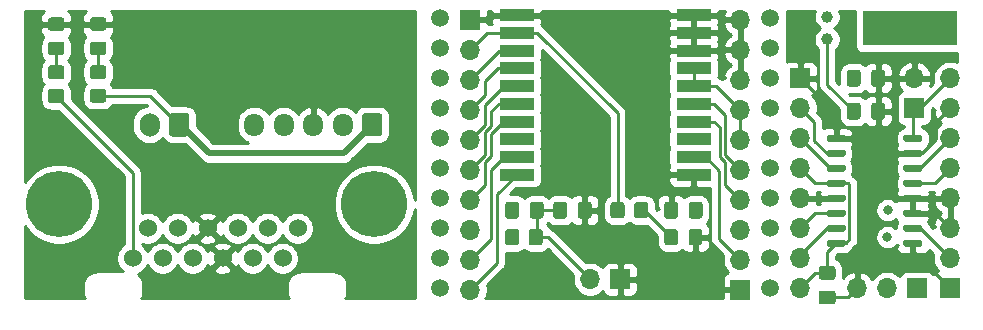
<source format=gtl>
G04 #@! TF.GenerationSoftware,KiCad,Pcbnew,5.1.9+dfsg1-1*
G04 #@! TF.CreationDate,2022-11-10T15:58:18+09:00*
G04 #@! TF.ProjectId,adapter-board,61646170-7465-4722-9d62-6f6172642e6b,rev?*
G04 #@! TF.SameCoordinates,Original*
G04 #@! TF.FileFunction,Copper,L1,Top*
G04 #@! TF.FilePolarity,Positive*
%FSLAX46Y46*%
G04 Gerber Fmt 4.6, Leading zero omitted, Abs format (unit mm)*
G04 Created by KiCad (PCBNEW 5.1.9+dfsg1-1) date 2022-11-10 15:58:18*
%MOMM*%
%LPD*%
G01*
G04 APERTURE LIST*
G04 #@! TA.AperFunction,ComponentPad*
%ADD10C,5.600000*%
G04 #@! TD*
G04 #@! TA.AperFunction,ComponentPad*
%ADD11C,1.524000*%
G04 #@! TD*
G04 #@! TA.AperFunction,ComponentPad*
%ADD12R,1.700000X1.700000*%
G04 #@! TD*
G04 #@! TA.AperFunction,ComponentPad*
%ADD13O,1.700000X1.700000*%
G04 #@! TD*
G04 #@! TA.AperFunction,SMDPad,CuDef*
%ADD14R,3.000000X1.000000*%
G04 #@! TD*
G04 #@! TA.AperFunction,ComponentPad*
%ADD15O,1.700000X2.000000*%
G04 #@! TD*
G04 #@! TA.AperFunction,ComponentPad*
%ADD16O,1.700000X1.950000*%
G04 #@! TD*
G04 #@! TA.AperFunction,ComponentPad*
%ADD17C,1.000000*%
G04 #@! TD*
G04 #@! TA.AperFunction,SMDPad,CuDef*
%ADD18R,8.000000X3.000000*%
G04 #@! TD*
G04 #@! TA.AperFunction,ViaPad*
%ADD19C,1.500000*%
G04 #@! TD*
G04 #@! TA.AperFunction,ViaPad*
%ADD20C,0.800000*%
G04 #@! TD*
G04 #@! TA.AperFunction,Conductor*
%ADD21C,0.500000*%
G04 #@! TD*
G04 #@! TA.AperFunction,Conductor*
%ADD22C,0.250000*%
G04 #@! TD*
G04 #@! TA.AperFunction,Conductor*
%ADD23C,0.254000*%
G04 #@! TD*
G04 #@! TA.AperFunction,Conductor*
%ADD24C,0.100000*%
G04 #@! TD*
G04 APERTURE END LIST*
D10*
X113792000Y-83820000D03*
X87122000Y-83820000D03*
D11*
X107315000Y-85852000D03*
X104775000Y-85852000D03*
X102235000Y-85852000D03*
X99695000Y-85852000D03*
X97155000Y-85852000D03*
X94615000Y-85852000D03*
X106045000Y-88392000D03*
X103505000Y-88392000D03*
X100965000Y-88392000D03*
X98425000Y-88392000D03*
X95885000Y-88392000D03*
X93345000Y-88392000D03*
D12*
X121920000Y-68199000D03*
D13*
X121920000Y-70739000D03*
X121920000Y-73279000D03*
X121920000Y-75819000D03*
X121920000Y-78359000D03*
X121920000Y-80899000D03*
X121920000Y-83439000D03*
X121920000Y-85979000D03*
X121920000Y-88519000D03*
X121920000Y-91059000D03*
D12*
X149860000Y-73152000D03*
D13*
X149860000Y-75692000D03*
X149860000Y-78232000D03*
X149860000Y-80772000D03*
X149860000Y-83312000D03*
X149860000Y-85852000D03*
X149860000Y-88392000D03*
X149860000Y-90932000D03*
D14*
X125850000Y-67818000D03*
X125850000Y-69318000D03*
X125850000Y-70818000D03*
X125850000Y-72318000D03*
X125850000Y-73818000D03*
X125850000Y-75318000D03*
X125850000Y-76818000D03*
X125850000Y-78318000D03*
X125850000Y-79818000D03*
X125850000Y-81318000D03*
X140850000Y-81318000D03*
X140850000Y-79818000D03*
X140850000Y-78318000D03*
X140850000Y-76818000D03*
X140850000Y-75318000D03*
X140850000Y-73818000D03*
X140850000Y-72318000D03*
X140850000Y-70818000D03*
X140850000Y-69318000D03*
X140850000Y-67818000D03*
G04 #@! TA.AperFunction,SMDPad,CuDef*
G36*
G01*
X152108000Y-78382000D02*
X152108000Y-78082000D01*
G75*
G02*
X152258000Y-77932000I150000J0D01*
G01*
X153558000Y-77932000D01*
G75*
G02*
X153708000Y-78082000I0J-150000D01*
G01*
X153708000Y-78382000D01*
G75*
G02*
X153558000Y-78532000I-150000J0D01*
G01*
X152258000Y-78532000D01*
G75*
G02*
X152108000Y-78382000I0J150000D01*
G01*
G37*
G04 #@! TD.AperFunction*
G04 #@! TA.AperFunction,SMDPad,CuDef*
G36*
G01*
X152108000Y-79652000D02*
X152108000Y-79352000D01*
G75*
G02*
X152258000Y-79202000I150000J0D01*
G01*
X153558000Y-79202000D01*
G75*
G02*
X153708000Y-79352000I0J-150000D01*
G01*
X153708000Y-79652000D01*
G75*
G02*
X153558000Y-79802000I-150000J0D01*
G01*
X152258000Y-79802000D01*
G75*
G02*
X152108000Y-79652000I0J150000D01*
G01*
G37*
G04 #@! TD.AperFunction*
G04 #@! TA.AperFunction,SMDPad,CuDef*
G36*
G01*
X152108000Y-80922000D02*
X152108000Y-80622000D01*
G75*
G02*
X152258000Y-80472000I150000J0D01*
G01*
X153558000Y-80472000D01*
G75*
G02*
X153708000Y-80622000I0J-150000D01*
G01*
X153708000Y-80922000D01*
G75*
G02*
X153558000Y-81072000I-150000J0D01*
G01*
X152258000Y-81072000D01*
G75*
G02*
X152108000Y-80922000I0J150000D01*
G01*
G37*
G04 #@! TD.AperFunction*
G04 #@! TA.AperFunction,SMDPad,CuDef*
G36*
G01*
X152108000Y-82192000D02*
X152108000Y-81892000D01*
G75*
G02*
X152258000Y-81742000I150000J0D01*
G01*
X153558000Y-81742000D01*
G75*
G02*
X153708000Y-81892000I0J-150000D01*
G01*
X153708000Y-82192000D01*
G75*
G02*
X153558000Y-82342000I-150000J0D01*
G01*
X152258000Y-82342000D01*
G75*
G02*
X152108000Y-82192000I0J150000D01*
G01*
G37*
G04 #@! TD.AperFunction*
G04 #@! TA.AperFunction,SMDPad,CuDef*
G36*
G01*
X152108000Y-83462000D02*
X152108000Y-83162000D01*
G75*
G02*
X152258000Y-83012000I150000J0D01*
G01*
X153558000Y-83012000D01*
G75*
G02*
X153708000Y-83162000I0J-150000D01*
G01*
X153708000Y-83462000D01*
G75*
G02*
X153558000Y-83612000I-150000J0D01*
G01*
X152258000Y-83612000D01*
G75*
G02*
X152108000Y-83462000I0J150000D01*
G01*
G37*
G04 #@! TD.AperFunction*
G04 #@! TA.AperFunction,SMDPad,CuDef*
G36*
G01*
X152108000Y-84732000D02*
X152108000Y-84432000D01*
G75*
G02*
X152258000Y-84282000I150000J0D01*
G01*
X153558000Y-84282000D01*
G75*
G02*
X153708000Y-84432000I0J-150000D01*
G01*
X153708000Y-84732000D01*
G75*
G02*
X153558000Y-84882000I-150000J0D01*
G01*
X152258000Y-84882000D01*
G75*
G02*
X152108000Y-84732000I0J150000D01*
G01*
G37*
G04 #@! TD.AperFunction*
G04 #@! TA.AperFunction,SMDPad,CuDef*
G36*
G01*
X152108000Y-86002000D02*
X152108000Y-85702000D01*
G75*
G02*
X152258000Y-85552000I150000J0D01*
G01*
X153558000Y-85552000D01*
G75*
G02*
X153708000Y-85702000I0J-150000D01*
G01*
X153708000Y-86002000D01*
G75*
G02*
X153558000Y-86152000I-150000J0D01*
G01*
X152258000Y-86152000D01*
G75*
G02*
X152108000Y-86002000I0J150000D01*
G01*
G37*
G04 #@! TD.AperFunction*
G04 #@! TA.AperFunction,SMDPad,CuDef*
G36*
G01*
X152108000Y-87272000D02*
X152108000Y-86972000D01*
G75*
G02*
X152258000Y-86822000I150000J0D01*
G01*
X153558000Y-86822000D01*
G75*
G02*
X153708000Y-86972000I0J-150000D01*
G01*
X153708000Y-87272000D01*
G75*
G02*
X153558000Y-87422000I-150000J0D01*
G01*
X152258000Y-87422000D01*
G75*
G02*
X152108000Y-87272000I0J150000D01*
G01*
G37*
G04 #@! TD.AperFunction*
G04 #@! TA.AperFunction,SMDPad,CuDef*
G36*
G01*
X158608000Y-87272000D02*
X158608000Y-86972000D01*
G75*
G02*
X158758000Y-86822000I150000J0D01*
G01*
X160058000Y-86822000D01*
G75*
G02*
X160208000Y-86972000I0J-150000D01*
G01*
X160208000Y-87272000D01*
G75*
G02*
X160058000Y-87422000I-150000J0D01*
G01*
X158758000Y-87422000D01*
G75*
G02*
X158608000Y-87272000I0J150000D01*
G01*
G37*
G04 #@! TD.AperFunction*
G04 #@! TA.AperFunction,SMDPad,CuDef*
G36*
G01*
X158608000Y-86002000D02*
X158608000Y-85702000D01*
G75*
G02*
X158758000Y-85552000I150000J0D01*
G01*
X160058000Y-85552000D01*
G75*
G02*
X160208000Y-85702000I0J-150000D01*
G01*
X160208000Y-86002000D01*
G75*
G02*
X160058000Y-86152000I-150000J0D01*
G01*
X158758000Y-86152000D01*
G75*
G02*
X158608000Y-86002000I0J150000D01*
G01*
G37*
G04 #@! TD.AperFunction*
G04 #@! TA.AperFunction,SMDPad,CuDef*
G36*
G01*
X158608000Y-84732000D02*
X158608000Y-84432000D01*
G75*
G02*
X158758000Y-84282000I150000J0D01*
G01*
X160058000Y-84282000D01*
G75*
G02*
X160208000Y-84432000I0J-150000D01*
G01*
X160208000Y-84732000D01*
G75*
G02*
X160058000Y-84882000I-150000J0D01*
G01*
X158758000Y-84882000D01*
G75*
G02*
X158608000Y-84732000I0J150000D01*
G01*
G37*
G04 #@! TD.AperFunction*
G04 #@! TA.AperFunction,SMDPad,CuDef*
G36*
G01*
X158608000Y-83462000D02*
X158608000Y-83162000D01*
G75*
G02*
X158758000Y-83012000I150000J0D01*
G01*
X160058000Y-83012000D01*
G75*
G02*
X160208000Y-83162000I0J-150000D01*
G01*
X160208000Y-83462000D01*
G75*
G02*
X160058000Y-83612000I-150000J0D01*
G01*
X158758000Y-83612000D01*
G75*
G02*
X158608000Y-83462000I0J150000D01*
G01*
G37*
G04 #@! TD.AperFunction*
G04 #@! TA.AperFunction,SMDPad,CuDef*
G36*
G01*
X158608000Y-82192000D02*
X158608000Y-81892000D01*
G75*
G02*
X158758000Y-81742000I150000J0D01*
G01*
X160058000Y-81742000D01*
G75*
G02*
X160208000Y-81892000I0J-150000D01*
G01*
X160208000Y-82192000D01*
G75*
G02*
X160058000Y-82342000I-150000J0D01*
G01*
X158758000Y-82342000D01*
G75*
G02*
X158608000Y-82192000I0J150000D01*
G01*
G37*
G04 #@! TD.AperFunction*
G04 #@! TA.AperFunction,SMDPad,CuDef*
G36*
G01*
X158608000Y-80922000D02*
X158608000Y-80622000D01*
G75*
G02*
X158758000Y-80472000I150000J0D01*
G01*
X160058000Y-80472000D01*
G75*
G02*
X160208000Y-80622000I0J-150000D01*
G01*
X160208000Y-80922000D01*
G75*
G02*
X160058000Y-81072000I-150000J0D01*
G01*
X158758000Y-81072000D01*
G75*
G02*
X158608000Y-80922000I0J150000D01*
G01*
G37*
G04 #@! TD.AperFunction*
G04 #@! TA.AperFunction,SMDPad,CuDef*
G36*
G01*
X158608000Y-79652000D02*
X158608000Y-79352000D01*
G75*
G02*
X158758000Y-79202000I150000J0D01*
G01*
X160058000Y-79202000D01*
G75*
G02*
X160208000Y-79352000I0J-150000D01*
G01*
X160208000Y-79652000D01*
G75*
G02*
X160058000Y-79802000I-150000J0D01*
G01*
X158758000Y-79802000D01*
G75*
G02*
X158608000Y-79652000I0J150000D01*
G01*
G37*
G04 #@! TD.AperFunction*
G04 #@! TA.AperFunction,SMDPad,CuDef*
G36*
G01*
X158608000Y-78382000D02*
X158608000Y-78082000D01*
G75*
G02*
X158758000Y-77932000I150000J0D01*
G01*
X160058000Y-77932000D01*
G75*
G02*
X160208000Y-78082000I0J-150000D01*
G01*
X160208000Y-78382000D01*
G75*
G02*
X160058000Y-78532000I-150000J0D01*
G01*
X158758000Y-78532000D01*
G75*
G02*
X158608000Y-78382000I0J150000D01*
G01*
G37*
G04 #@! TD.AperFunction*
D13*
X144780000Y-68199000D03*
X144780000Y-70739000D03*
X144780000Y-73279000D03*
X144780000Y-75819000D03*
X144780000Y-78359000D03*
X144780000Y-80899000D03*
X144780000Y-83439000D03*
X144780000Y-85979000D03*
X144780000Y-88519000D03*
D12*
X144780000Y-91059000D03*
D13*
X162560000Y-73152000D03*
X162560000Y-75692000D03*
X162560000Y-78232000D03*
X162560000Y-80772000D03*
X162560000Y-83312000D03*
X162560000Y-85852000D03*
X162560000Y-88392000D03*
D12*
X162560000Y-90932000D03*
G04 #@! TA.AperFunction,SMDPad,CuDef*
G36*
G01*
X86417999Y-70055000D02*
X87318001Y-70055000D01*
G75*
G02*
X87568000Y-70304999I0J-249999D01*
G01*
X87568000Y-70955001D01*
G75*
G02*
X87318001Y-71205000I-249999J0D01*
G01*
X86417999Y-71205000D01*
G75*
G02*
X86168000Y-70955001I0J249999D01*
G01*
X86168000Y-70304999D01*
G75*
G02*
X86417999Y-70055000I249999J0D01*
G01*
G37*
G04 #@! TD.AperFunction*
G04 #@! TA.AperFunction,SMDPad,CuDef*
G36*
G01*
X86417999Y-68005000D02*
X87318001Y-68005000D01*
G75*
G02*
X87568000Y-68254999I0J-249999D01*
G01*
X87568000Y-68905001D01*
G75*
G02*
X87318001Y-69155000I-249999J0D01*
G01*
X86417999Y-69155000D01*
G75*
G02*
X86168000Y-68905001I0J249999D01*
G01*
X86168000Y-68254999D01*
G75*
G02*
X86417999Y-68005000I249999J0D01*
G01*
G37*
G04 #@! TD.AperFunction*
G04 #@! TA.AperFunction,SMDPad,CuDef*
G36*
G01*
X89973999Y-67996000D02*
X90874001Y-67996000D01*
G75*
G02*
X91124000Y-68245999I0J-249999D01*
G01*
X91124000Y-68896001D01*
G75*
G02*
X90874001Y-69146000I-249999J0D01*
G01*
X89973999Y-69146000D01*
G75*
G02*
X89724000Y-68896001I0J249999D01*
G01*
X89724000Y-68245999D01*
G75*
G02*
X89973999Y-67996000I249999J0D01*
G01*
G37*
G04 #@! TD.AperFunction*
G04 #@! TA.AperFunction,SMDPad,CuDef*
G36*
G01*
X89973999Y-70046000D02*
X90874001Y-70046000D01*
G75*
G02*
X91124000Y-70295999I0J-249999D01*
G01*
X91124000Y-70946001D01*
G75*
G02*
X90874001Y-71196000I-249999J0D01*
G01*
X89973999Y-71196000D01*
G75*
G02*
X89724000Y-70946001I0J249999D01*
G01*
X89724000Y-70295999D01*
G75*
G02*
X89973999Y-70046000I249999J0D01*
G01*
G37*
G04 #@! TD.AperFunction*
G04 #@! TA.AperFunction,ComponentPad*
G36*
G01*
X98132000Y-76339000D02*
X98132000Y-77839000D01*
G75*
G02*
X97882000Y-78089000I-250000J0D01*
G01*
X96682000Y-78089000D01*
G75*
G02*
X96432000Y-77839000I0J250000D01*
G01*
X96432000Y-76339000D01*
G75*
G02*
X96682000Y-76089000I250000J0D01*
G01*
X97882000Y-76089000D01*
G75*
G02*
X98132000Y-76339000I0J-250000D01*
G01*
G37*
G04 #@! TD.AperFunction*
D15*
X94782000Y-77089000D03*
G04 #@! TA.AperFunction,ComponentPad*
G36*
G01*
X114482000Y-76364000D02*
X114482000Y-77814000D01*
G75*
G02*
X114232000Y-78064000I-250000J0D01*
G01*
X113032000Y-78064000D01*
G75*
G02*
X112782000Y-77814000I0J250000D01*
G01*
X112782000Y-76364000D01*
G75*
G02*
X113032000Y-76114000I250000J0D01*
G01*
X114232000Y-76114000D01*
G75*
G02*
X114482000Y-76364000I0J-250000D01*
G01*
G37*
G04 #@! TD.AperFunction*
D16*
X111132000Y-77089000D03*
X108632000Y-77089000D03*
X106132000Y-77089000D03*
X103632000Y-77089000D03*
G04 #@! TA.AperFunction,SMDPad,CuDef*
G36*
G01*
X86417999Y-74060000D02*
X87318001Y-74060000D01*
G75*
G02*
X87568000Y-74309999I0J-249999D01*
G01*
X87568000Y-75010001D01*
G75*
G02*
X87318001Y-75260000I-249999J0D01*
G01*
X86417999Y-75260000D01*
G75*
G02*
X86168000Y-75010001I0J249999D01*
G01*
X86168000Y-74309999D01*
G75*
G02*
X86417999Y-74060000I249999J0D01*
G01*
G37*
G04 #@! TD.AperFunction*
G04 #@! TA.AperFunction,SMDPad,CuDef*
G36*
G01*
X86417999Y-72060000D02*
X87318001Y-72060000D01*
G75*
G02*
X87568000Y-72309999I0J-249999D01*
G01*
X87568000Y-73010001D01*
G75*
G02*
X87318001Y-73260000I-249999J0D01*
G01*
X86417999Y-73260000D01*
G75*
G02*
X86168000Y-73010001I0J249999D01*
G01*
X86168000Y-72309999D01*
G75*
G02*
X86417999Y-72060000I249999J0D01*
G01*
G37*
G04 #@! TD.AperFunction*
G04 #@! TA.AperFunction,SMDPad,CuDef*
G36*
G01*
X89973999Y-72044000D02*
X90874001Y-72044000D01*
G75*
G02*
X91124000Y-72293999I0J-249999D01*
G01*
X91124000Y-72994001D01*
G75*
G02*
X90874001Y-73244000I-249999J0D01*
G01*
X89973999Y-73244000D01*
G75*
G02*
X89724000Y-72994001I0J249999D01*
G01*
X89724000Y-72293999D01*
G75*
G02*
X89973999Y-72044000I249999J0D01*
G01*
G37*
G04 #@! TD.AperFunction*
G04 #@! TA.AperFunction,SMDPad,CuDef*
G36*
G01*
X89973999Y-74044000D02*
X90874001Y-74044000D01*
G75*
G02*
X91124000Y-74293999I0J-249999D01*
G01*
X91124000Y-74994001D01*
G75*
G02*
X90874001Y-75244000I-249999J0D01*
G01*
X89973999Y-75244000D01*
G75*
G02*
X89724000Y-74994001I0J249999D01*
G01*
X89724000Y-74293999D01*
G75*
G02*
X89973999Y-74044000I249999J0D01*
G01*
G37*
G04 #@! TD.AperFunction*
G04 #@! TA.AperFunction,SMDPad,CuDef*
G36*
G01*
X153801500Y-73627000D02*
X153801500Y-72677000D01*
G75*
G02*
X154051500Y-72427000I250000J0D01*
G01*
X154726500Y-72427000D01*
G75*
G02*
X154976500Y-72677000I0J-250000D01*
G01*
X154976500Y-73627000D01*
G75*
G02*
X154726500Y-73877000I-250000J0D01*
G01*
X154051500Y-73877000D01*
G75*
G02*
X153801500Y-73627000I0J250000D01*
G01*
G37*
G04 #@! TD.AperFunction*
G04 #@! TA.AperFunction,SMDPad,CuDef*
G36*
G01*
X155876500Y-73627000D02*
X155876500Y-72677000D01*
G75*
G02*
X156126500Y-72427000I250000J0D01*
G01*
X156801500Y-72427000D01*
G75*
G02*
X157051500Y-72677000I0J-250000D01*
G01*
X157051500Y-73627000D01*
G75*
G02*
X156801500Y-73877000I-250000J0D01*
G01*
X156126500Y-73877000D01*
G75*
G02*
X155876500Y-73627000I0J250000D01*
G01*
G37*
G04 #@! TD.AperFunction*
G04 #@! TA.AperFunction,SMDPad,CuDef*
G36*
G01*
X155876500Y-76421000D02*
X155876500Y-75471000D01*
G75*
G02*
X156126500Y-75221000I250000J0D01*
G01*
X156801500Y-75221000D01*
G75*
G02*
X157051500Y-75471000I0J-250000D01*
G01*
X157051500Y-76421000D01*
G75*
G02*
X156801500Y-76671000I-250000J0D01*
G01*
X156126500Y-76671000D01*
G75*
G02*
X155876500Y-76421000I0J250000D01*
G01*
G37*
G04 #@! TD.AperFunction*
G04 #@! TA.AperFunction,SMDPad,CuDef*
G36*
G01*
X153801500Y-76421000D02*
X153801500Y-75471000D01*
G75*
G02*
X154051500Y-75221000I250000J0D01*
G01*
X154726500Y-75221000D01*
G75*
G02*
X154976500Y-75471000I0J-250000D01*
G01*
X154976500Y-76421000D01*
G75*
G02*
X154726500Y-76671000I-250000J0D01*
G01*
X154051500Y-76671000D01*
G75*
G02*
X153801500Y-76421000I0J250000D01*
G01*
G37*
G04 #@! TD.AperFunction*
D17*
X152146000Y-69850000D03*
X152146000Y-67950000D03*
D18*
X159146000Y-68900000D03*
G04 #@! TA.AperFunction,SMDPad,CuDef*
G36*
G01*
X152621000Y-92303000D02*
X151671000Y-92303000D01*
G75*
G02*
X151421000Y-92053000I0J250000D01*
G01*
X151421000Y-91378000D01*
G75*
G02*
X151671000Y-91128000I250000J0D01*
G01*
X152621000Y-91128000D01*
G75*
G02*
X152871000Y-91378000I0J-250000D01*
G01*
X152871000Y-92053000D01*
G75*
G02*
X152621000Y-92303000I-250000J0D01*
G01*
G37*
G04 #@! TD.AperFunction*
G04 #@! TA.AperFunction,SMDPad,CuDef*
G36*
G01*
X152621000Y-90228000D02*
X151671000Y-90228000D01*
G75*
G02*
X151421000Y-89978000I0J250000D01*
G01*
X151421000Y-89303000D01*
G75*
G02*
X151671000Y-89053000I250000J0D01*
G01*
X152621000Y-89053000D01*
G75*
G02*
X152871000Y-89303000I0J-250000D01*
G01*
X152871000Y-89978000D01*
G75*
G02*
X152621000Y-90228000I-250000J0D01*
G01*
G37*
G04 #@! TD.AperFunction*
D12*
X159512000Y-75692000D03*
D13*
X159512000Y-73152000D03*
D12*
X159766000Y-90932000D03*
D13*
X157226000Y-90932000D03*
X154686000Y-90932000D03*
G04 #@! TA.AperFunction,SMDPad,CuDef*
G36*
G01*
X130127500Y-83853000D02*
X130127500Y-84803000D01*
G75*
G02*
X129877500Y-85053000I-250000J0D01*
G01*
X129202500Y-85053000D01*
G75*
G02*
X128952500Y-84803000I0J250000D01*
G01*
X128952500Y-83853000D01*
G75*
G02*
X129202500Y-83603000I250000J0D01*
G01*
X129877500Y-83603000D01*
G75*
G02*
X130127500Y-83853000I0J-250000D01*
G01*
G37*
G04 #@! TD.AperFunction*
G04 #@! TA.AperFunction,SMDPad,CuDef*
G36*
G01*
X132202500Y-83853000D02*
X132202500Y-84803000D01*
G75*
G02*
X131952500Y-85053000I-250000J0D01*
G01*
X131277500Y-85053000D01*
G75*
G02*
X131027500Y-84803000I0J250000D01*
G01*
X131027500Y-83853000D01*
G75*
G02*
X131277500Y-83603000I250000J0D01*
G01*
X131952500Y-83603000D01*
G75*
G02*
X132202500Y-83853000I0J-250000D01*
G01*
G37*
G04 #@! TD.AperFunction*
G04 #@! TA.AperFunction,SMDPad,CuDef*
G36*
G01*
X124888500Y-84803000D02*
X124888500Y-83853000D01*
G75*
G02*
X125138500Y-83603000I250000J0D01*
G01*
X125813500Y-83603000D01*
G75*
G02*
X126063500Y-83853000I0J-250000D01*
G01*
X126063500Y-84803000D01*
G75*
G02*
X125813500Y-85053000I-250000J0D01*
G01*
X125138500Y-85053000D01*
G75*
G02*
X124888500Y-84803000I0J250000D01*
G01*
G37*
G04 #@! TD.AperFunction*
G04 #@! TA.AperFunction,SMDPad,CuDef*
G36*
G01*
X126963500Y-84803000D02*
X126963500Y-83853000D01*
G75*
G02*
X127213500Y-83603000I250000J0D01*
G01*
X127888500Y-83603000D01*
G75*
G02*
X128138500Y-83853000I0J-250000D01*
G01*
X128138500Y-84803000D01*
G75*
G02*
X127888500Y-85053000I-250000J0D01*
G01*
X127213500Y-85053000D01*
G75*
G02*
X126963500Y-84803000I0J250000D01*
G01*
G37*
G04 #@! TD.AperFunction*
G04 #@! TA.AperFunction,SMDPad,CuDef*
G36*
G01*
X124876000Y-87064001D02*
X124876000Y-86163999D01*
G75*
G02*
X125125999Y-85914000I249999J0D01*
G01*
X125826001Y-85914000D01*
G75*
G02*
X126076000Y-86163999I0J-249999D01*
G01*
X126076000Y-87064001D01*
G75*
G02*
X125826001Y-87314000I-249999J0D01*
G01*
X125125999Y-87314000D01*
G75*
G02*
X124876000Y-87064001I0J249999D01*
G01*
G37*
G04 #@! TD.AperFunction*
G04 #@! TA.AperFunction,SMDPad,CuDef*
G36*
G01*
X126876000Y-87064001D02*
X126876000Y-86163999D01*
G75*
G02*
X127125999Y-85914000I249999J0D01*
G01*
X127826001Y-85914000D01*
G75*
G02*
X128076000Y-86163999I0J-249999D01*
G01*
X128076000Y-87064001D01*
G75*
G02*
X127826001Y-87314000I-249999J0D01*
G01*
X127125999Y-87314000D01*
G75*
G02*
X126876000Y-87064001I0J249999D01*
G01*
G37*
G04 #@! TD.AperFunction*
G04 #@! TA.AperFunction,SMDPad,CuDef*
G36*
G01*
X138350500Y-84803000D02*
X138350500Y-83853000D01*
G75*
G02*
X138600500Y-83603000I250000J0D01*
G01*
X139275500Y-83603000D01*
G75*
G02*
X139525500Y-83853000I0J-250000D01*
G01*
X139525500Y-84803000D01*
G75*
G02*
X139275500Y-85053000I-250000J0D01*
G01*
X138600500Y-85053000D01*
G75*
G02*
X138350500Y-84803000I0J250000D01*
G01*
G37*
G04 #@! TD.AperFunction*
G04 #@! TA.AperFunction,SMDPad,CuDef*
G36*
G01*
X140425500Y-84803000D02*
X140425500Y-83853000D01*
G75*
G02*
X140675500Y-83603000I250000J0D01*
G01*
X141350500Y-83603000D01*
G75*
G02*
X141600500Y-83853000I0J-250000D01*
G01*
X141600500Y-84803000D01*
G75*
G02*
X141350500Y-85053000I-250000J0D01*
G01*
X140675500Y-85053000D01*
G75*
G02*
X140425500Y-84803000I0J250000D01*
G01*
G37*
G04 #@! TD.AperFunction*
G04 #@! TA.AperFunction,SMDPad,CuDef*
G36*
G01*
X141563000Y-86163999D02*
X141563000Y-87064001D01*
G75*
G02*
X141313001Y-87314000I-249999J0D01*
G01*
X140662999Y-87314000D01*
G75*
G02*
X140413000Y-87064001I0J249999D01*
G01*
X140413000Y-86163999D01*
G75*
G02*
X140662999Y-85914000I249999J0D01*
G01*
X141313001Y-85914000D01*
G75*
G02*
X141563000Y-86163999I0J-249999D01*
G01*
G37*
G04 #@! TD.AperFunction*
G04 #@! TA.AperFunction,SMDPad,CuDef*
G36*
G01*
X139513000Y-86163999D02*
X139513000Y-87064001D01*
G75*
G02*
X139263001Y-87314000I-249999J0D01*
G01*
X138612999Y-87314000D01*
G75*
G02*
X138363000Y-87064001I0J249999D01*
G01*
X138363000Y-86163999D01*
G75*
G02*
X138612999Y-85914000I249999J0D01*
G01*
X139263001Y-85914000D01*
G75*
G02*
X139513000Y-86163999I0J-249999D01*
G01*
G37*
G04 #@! TD.AperFunction*
D12*
X134620000Y-90170000D03*
D13*
X132080000Y-90170000D03*
G04 #@! TA.AperFunction,SMDPad,CuDef*
G36*
G01*
X133798000Y-84778001D02*
X133798000Y-83877999D01*
G75*
G02*
X134047999Y-83628000I249999J0D01*
G01*
X134748001Y-83628000D01*
G75*
G02*
X134998000Y-83877999I0J-249999D01*
G01*
X134998000Y-84778001D01*
G75*
G02*
X134748001Y-85028000I-249999J0D01*
G01*
X134047999Y-85028000D01*
G75*
G02*
X133798000Y-84778001I0J249999D01*
G01*
G37*
G04 #@! TD.AperFunction*
G04 #@! TA.AperFunction,SMDPad,CuDef*
G36*
G01*
X135798000Y-84778001D02*
X135798000Y-83877999D01*
G75*
G02*
X136047999Y-83628000I249999J0D01*
G01*
X136748001Y-83628000D01*
G75*
G02*
X136998000Y-83877999I0J-249999D01*
G01*
X136998000Y-84778001D01*
G75*
G02*
X136748001Y-85028000I-249999J0D01*
G01*
X136047999Y-85028000D01*
G75*
G02*
X135798000Y-84778001I0J249999D01*
G01*
G37*
G04 #@! TD.AperFunction*
D19*
X119380000Y-70612000D03*
X119380000Y-73152000D03*
X119380000Y-75692000D03*
X119380000Y-78232000D03*
X119380000Y-80772000D03*
X119380000Y-83312000D03*
X119380000Y-85852000D03*
X119380000Y-88392000D03*
X119380000Y-90932000D03*
X147320000Y-90932000D03*
X147320000Y-88392000D03*
X147320000Y-85852000D03*
X147320000Y-83312000D03*
X147320000Y-80772000D03*
X147320000Y-78232000D03*
X147320000Y-75692000D03*
X147320000Y-73152000D03*
X147320000Y-70612000D03*
X147320000Y-68072000D03*
X119380000Y-68072000D03*
D20*
X109220000Y-88265000D03*
X91440000Y-88265000D03*
X125476000Y-86614000D03*
X125850000Y-78318000D03*
X140850000Y-78318000D03*
X154389000Y-73152000D03*
X154389000Y-75946000D03*
X157269000Y-84328000D03*
X157247500Y-86614000D03*
X125476000Y-84328000D03*
X140970000Y-84328000D03*
D21*
X111252000Y-77209000D02*
X111132000Y-77089000D01*
D22*
X93345000Y-81137000D02*
X93345000Y-88392000D01*
X86868000Y-74660000D02*
X93345000Y-81137000D01*
X121920000Y-70739000D02*
X121920000Y-71172002D01*
X123341000Y-69318000D02*
X125850000Y-69318000D01*
X121920000Y-70739000D02*
X123341000Y-69318000D01*
X134398000Y-76116000D02*
X134398000Y-84328000D01*
X127600000Y-69318000D02*
X134398000Y-76116000D01*
X125850000Y-69318000D02*
X127600000Y-69318000D01*
X124381000Y-70818000D02*
X125850000Y-70818000D01*
X121920000Y-73279000D02*
X124381000Y-70818000D01*
X121920000Y-75819000D02*
X123190000Y-74549000D01*
X123190000Y-74549000D02*
X123190000Y-73406000D01*
X124278000Y-72318000D02*
X125850000Y-72318000D01*
X123190000Y-73406000D02*
X124278000Y-72318000D01*
X124810000Y-73818000D02*
X125850000Y-73818000D01*
X123190000Y-75438000D02*
X124810000Y-73818000D01*
X123190000Y-77089000D02*
X123190000Y-75438000D01*
X121920000Y-78359000D02*
X123190000Y-77089000D01*
X123698000Y-77853820D02*
X124733820Y-76818000D01*
X123698000Y-79757410D02*
X123698000Y-77853820D01*
X124733820Y-76818000D02*
X125850000Y-76818000D01*
X123190705Y-80264705D02*
X123698000Y-79757410D01*
X123190705Y-82168295D02*
X123190705Y-80264705D01*
X121920000Y-83439000D02*
X123190705Y-82168295D01*
X121920000Y-88519000D02*
X123698000Y-86741000D01*
X124764998Y-79818000D02*
X125850000Y-79818000D01*
X123698000Y-80884998D02*
X124764998Y-79818000D01*
X123698000Y-86741000D02*
X123698000Y-80884998D01*
X121920000Y-91059000D02*
X124206000Y-88773000D01*
X124206000Y-82962000D02*
X125850000Y-81318000D01*
X124206000Y-88773000D02*
X124206000Y-82962000D01*
X141850000Y-79818000D02*
X143002000Y-80970000D01*
X140850000Y-79818000D02*
X141850000Y-79818000D01*
X143002000Y-86741000D02*
X144780000Y-88519000D01*
X143002000Y-80970000D02*
X143002000Y-86741000D01*
X140850000Y-76818000D02*
X142096000Y-76818000D01*
X143059990Y-77277990D02*
X143059990Y-79815400D01*
X142600000Y-76818000D02*
X143059990Y-77277990D01*
X140850000Y-76818000D02*
X142600000Y-76818000D01*
X143059990Y-79815400D02*
X143510000Y-80265410D01*
X143510000Y-82169000D02*
X144780000Y-83439000D01*
X143510000Y-80265410D02*
X143510000Y-82169000D01*
X142600000Y-75318000D02*
X143510000Y-76228000D01*
X140850000Y-75318000D02*
X142600000Y-75318000D01*
X143510000Y-79629000D02*
X144780000Y-80899000D01*
X143510000Y-76228000D02*
X143510000Y-79629000D01*
X160020000Y-85852000D02*
X162560000Y-88392000D01*
X159408000Y-85852000D02*
X160020000Y-85852000D01*
X161290000Y-82042000D02*
X159408000Y-82042000D01*
X162560000Y-80772000D02*
X161290000Y-82042000D01*
X160020000Y-80772000D02*
X159408000Y-80772000D01*
X162560000Y-78232000D02*
X160020000Y-80772000D01*
D21*
X97282000Y-77089000D02*
X97282000Y-76708000D01*
X97282000Y-77089000D02*
X97409000Y-77089000D01*
X97409000Y-77089000D02*
X99822000Y-79502000D01*
X111219000Y-79502000D02*
X113632000Y-77089000D01*
X99822000Y-79502000D02*
X111219000Y-79502000D01*
D22*
X94837000Y-74644000D02*
X97282000Y-77089000D01*
X90424000Y-74644000D02*
X94837000Y-74644000D01*
X86868000Y-70630000D02*
X86868000Y-72660000D01*
X90424000Y-70621000D02*
X90424000Y-72644000D01*
X152108000Y-79502000D02*
X152908000Y-79502000D01*
X151035001Y-78429001D02*
X152108000Y-79502000D01*
X151035001Y-76867001D02*
X151035001Y-78429001D01*
X149860000Y-75692000D02*
X151035001Y-76867001D01*
X152908000Y-76200000D02*
X152908000Y-78232000D01*
X149860000Y-73152000D02*
X152908000Y-76200000D01*
X149860000Y-83312000D02*
X152908000Y-83312000D01*
X159408000Y-87780000D02*
X162560000Y-90932000D01*
X159408000Y-87122000D02*
X159408000Y-87780000D01*
X161290000Y-84582000D02*
X162560000Y-85852000D01*
X159408000Y-84582000D02*
X161290000Y-84582000D01*
X159408000Y-83312000D02*
X162560000Y-83312000D01*
X161384999Y-76867001D02*
X162560000Y-75692000D01*
X161384999Y-78325001D02*
X161384999Y-76867001D01*
X160208000Y-79502000D02*
X161384999Y-78325001D01*
X159408000Y-79502000D02*
X160208000Y-79502000D01*
X153902500Y-91715500D02*
X154686000Y-90932000D01*
X152146000Y-91715500D02*
X153902500Y-91715500D01*
X152400000Y-80772000D02*
X152908000Y-80772000D01*
X149860000Y-78232000D02*
X152400000Y-80772000D01*
X152146000Y-73703000D02*
X154389000Y-75946000D01*
X152146000Y-69850000D02*
X152146000Y-73703000D01*
X151130000Y-82042000D02*
X152908000Y-82042000D01*
X149860000Y-80772000D02*
X151130000Y-82042000D01*
X152908000Y-82042000D02*
X153924000Y-82042000D01*
X153708000Y-87122000D02*
X152908000Y-87122000D01*
X154033010Y-86796990D02*
X153708000Y-87122000D01*
X154033010Y-82151010D02*
X154033010Y-86796990D01*
X153924000Y-82042000D02*
X154033010Y-82151010D01*
X151151500Y-89640500D02*
X152146000Y-89640500D01*
X149860000Y-90932000D02*
X151151500Y-89640500D01*
X152146000Y-87884000D02*
X152908000Y-87122000D01*
X152146000Y-89640500D02*
X152146000Y-87884000D01*
X151130000Y-84582000D02*
X149860000Y-85852000D01*
X152908000Y-84582000D02*
X151130000Y-84582000D01*
X152108000Y-85852000D02*
X149860000Y-88100000D01*
X152908000Y-85852000D02*
X152108000Y-85852000D01*
X159408000Y-76304000D02*
X159408000Y-78232000D01*
X162560000Y-73152000D02*
X159408000Y-76304000D01*
X127551000Y-86539000D02*
X127476000Y-86614000D01*
X127551000Y-84328000D02*
X127551000Y-86539000D01*
X127551000Y-84328000D02*
X129540000Y-84328000D01*
X128524000Y-86614000D02*
X127476000Y-86614000D01*
X132080000Y-90170000D02*
X128524000Y-86614000D01*
X121920000Y-68199000D02*
X121920000Y-68587000D01*
X144780000Y-70739000D02*
X144780000Y-71087000D01*
X121920000Y-80899000D02*
X123190000Y-79629000D01*
X123190000Y-79629000D02*
X123190000Y-77725410D01*
X123190000Y-77725410D02*
X123698000Y-77217410D01*
X123698000Y-77217410D02*
X123698000Y-75946000D01*
X124326000Y-75318000D02*
X125850000Y-75318000D01*
X123698000Y-75946000D02*
X124326000Y-75318000D01*
X140850000Y-72318000D02*
X140850000Y-73818000D01*
X142779000Y-73818000D02*
X144780000Y-75819000D01*
X140850000Y-73818000D02*
X142779000Y-73818000D01*
X144780000Y-75819000D02*
X144780000Y-78359000D01*
X136652000Y-84328000D02*
X138938000Y-86614000D01*
X136398000Y-84328000D02*
X136652000Y-84328000D01*
D23*
X85813506Y-67474463D02*
X85716815Y-67553815D01*
X85637463Y-67650506D01*
X85578498Y-67760820D01*
X85542188Y-67880518D01*
X85529928Y-68005000D01*
X85533000Y-68294250D01*
X85691750Y-68453000D01*
X86741000Y-68453000D01*
X86741000Y-68433000D01*
X86995000Y-68433000D01*
X86995000Y-68453000D01*
X88044250Y-68453000D01*
X88203000Y-68294250D01*
X88206072Y-68005000D01*
X88193812Y-67880518D01*
X88157502Y-67760820D01*
X88098537Y-67650506D01*
X88019185Y-67553815D01*
X87922494Y-67474463D01*
X87899178Y-67462000D01*
X89375985Y-67462000D01*
X89369506Y-67465463D01*
X89272815Y-67544815D01*
X89193463Y-67641506D01*
X89134498Y-67751820D01*
X89098188Y-67871518D01*
X89085928Y-67996000D01*
X89089000Y-68285250D01*
X89247750Y-68444000D01*
X90297000Y-68444000D01*
X90297000Y-68424000D01*
X90551000Y-68424000D01*
X90551000Y-68444000D01*
X91600250Y-68444000D01*
X91759000Y-68285250D01*
X91762072Y-67996000D01*
X91749812Y-67871518D01*
X91713502Y-67751820D01*
X91654537Y-67641506D01*
X91575185Y-67544815D01*
X91478494Y-67465463D01*
X91472015Y-67462000D01*
X117221000Y-67462000D01*
X117221000Y-83451518D01*
X117094994Y-82818048D01*
X116836057Y-82192918D01*
X116460138Y-81630315D01*
X115981685Y-81151862D01*
X115419082Y-80775943D01*
X114793952Y-80517006D01*
X114130318Y-80385000D01*
X113453682Y-80385000D01*
X112790048Y-80517006D01*
X112164918Y-80775943D01*
X111602315Y-81151862D01*
X111123862Y-81630315D01*
X110747943Y-82192918D01*
X110489006Y-82818048D01*
X110357000Y-83481682D01*
X110357000Y-84158318D01*
X110489006Y-84821952D01*
X110747943Y-85447082D01*
X111123862Y-86009685D01*
X111602315Y-86488138D01*
X112164918Y-86864057D01*
X112790048Y-87122994D01*
X113453682Y-87255000D01*
X114130318Y-87255000D01*
X114793952Y-87122994D01*
X115419082Y-86864057D01*
X115981685Y-86488138D01*
X116460138Y-86009685D01*
X116836057Y-85447082D01*
X117094994Y-84821952D01*
X117221000Y-84188482D01*
X117221000Y-91796000D01*
X111357010Y-91796000D01*
X111364488Y-91785079D01*
X111368870Y-91776973D01*
X111415415Y-91689434D01*
X111438197Y-91634159D01*
X111461775Y-91579149D01*
X111464500Y-91570345D01*
X111493156Y-91475432D01*
X111504773Y-91416759D01*
X111517212Y-91358242D01*
X111518175Y-91349077D01*
X111527850Y-91250406D01*
X111527850Y-91250402D01*
X111531000Y-91218419D01*
X111531000Y-90645581D01*
X111528251Y-90617668D01*
X111528272Y-90614633D01*
X111527372Y-90605462D01*
X111522238Y-90556616D01*
X111521450Y-90548617D01*
X111521369Y-90548350D01*
X111517008Y-90506860D01*
X111504984Y-90448286D01*
X111493771Y-90389504D01*
X111491107Y-90380683D01*
X111461789Y-90285973D01*
X111438636Y-90230895D01*
X111416202Y-90175368D01*
X111411875Y-90167232D01*
X111364720Y-90080020D01*
X111331270Y-90030429D01*
X111298514Y-89980371D01*
X111292689Y-89973230D01*
X111229493Y-89896838D01*
X111187058Y-89854699D01*
X111145195Y-89811949D01*
X111138094Y-89806075D01*
X111061263Y-89743413D01*
X111011467Y-89710329D01*
X110962079Y-89676512D01*
X110953973Y-89672130D01*
X110866434Y-89625585D01*
X110811159Y-89602803D01*
X110756149Y-89579225D01*
X110747346Y-89576500D01*
X110652432Y-89547844D01*
X110593752Y-89536225D01*
X110535242Y-89523788D01*
X110526077Y-89522825D01*
X110427406Y-89513150D01*
X110427402Y-89513150D01*
X110395419Y-89510000D01*
X107536581Y-89510000D01*
X107508668Y-89512749D01*
X107505633Y-89512728D01*
X107496462Y-89513628D01*
X107447616Y-89518762D01*
X107439617Y-89519550D01*
X107439350Y-89519631D01*
X107397860Y-89523992D01*
X107339286Y-89536016D01*
X107280504Y-89547229D01*
X107271683Y-89549893D01*
X107176973Y-89579211D01*
X107121895Y-89602364D01*
X107066368Y-89624798D01*
X107058232Y-89629125D01*
X106971020Y-89676280D01*
X106921429Y-89709730D01*
X106871371Y-89742486D01*
X106864230Y-89748311D01*
X106787838Y-89811507D01*
X106745709Y-89853932D01*
X106702949Y-89895805D01*
X106697075Y-89902906D01*
X106634413Y-89979737D01*
X106601329Y-90029533D01*
X106567512Y-90078921D01*
X106563130Y-90087027D01*
X106516585Y-90174566D01*
X106493813Y-90229816D01*
X106470225Y-90284851D01*
X106467500Y-90293654D01*
X106438844Y-90388568D01*
X106427225Y-90447248D01*
X106414788Y-90505758D01*
X106413825Y-90514923D01*
X106404150Y-90613594D01*
X106404150Y-90613599D01*
X106401000Y-90645582D01*
X106401000Y-91218419D01*
X106403749Y-91246332D01*
X106403728Y-91249367D01*
X106404628Y-91258538D01*
X106409762Y-91307384D01*
X106410550Y-91315383D01*
X106410631Y-91315650D01*
X106414992Y-91357140D01*
X106427016Y-91415714D01*
X106438229Y-91474496D01*
X106440893Y-91483317D01*
X106470211Y-91578028D01*
X106493370Y-91633119D01*
X106515798Y-91688632D01*
X106520125Y-91696768D01*
X106567280Y-91783980D01*
X106575388Y-91796000D01*
X94085010Y-91796000D01*
X94092488Y-91785079D01*
X94096870Y-91776973D01*
X94143415Y-91689434D01*
X94166197Y-91634159D01*
X94189775Y-91579149D01*
X94192500Y-91570345D01*
X94221156Y-91475432D01*
X94232773Y-91416759D01*
X94245212Y-91358242D01*
X94246175Y-91349077D01*
X94255850Y-91250406D01*
X94255850Y-91250402D01*
X94259000Y-91218419D01*
X94259000Y-90645581D01*
X94256251Y-90617668D01*
X94256272Y-90614633D01*
X94255372Y-90605462D01*
X94250238Y-90556616D01*
X94249450Y-90548617D01*
X94249369Y-90548350D01*
X94245008Y-90506860D01*
X94232984Y-90448286D01*
X94221771Y-90389504D01*
X94219107Y-90380683D01*
X94189789Y-90285973D01*
X94166636Y-90230895D01*
X94144202Y-90175368D01*
X94139875Y-90167232D01*
X94092720Y-90080020D01*
X94059270Y-90030429D01*
X94026514Y-89980371D01*
X94020689Y-89973230D01*
X93957493Y-89896838D01*
X93915058Y-89854699D01*
X93873195Y-89811949D01*
X93866094Y-89806075D01*
X93789263Y-89743413D01*
X93767632Y-89729042D01*
X94006727Y-89630005D01*
X94235535Y-89477120D01*
X94430120Y-89282535D01*
X94583005Y-89053727D01*
X94615000Y-88976485D01*
X94646995Y-89053727D01*
X94799880Y-89282535D01*
X94994465Y-89477120D01*
X95223273Y-89630005D01*
X95477510Y-89735314D01*
X95747408Y-89789000D01*
X96022592Y-89789000D01*
X96292490Y-89735314D01*
X96546727Y-89630005D01*
X96775535Y-89477120D01*
X96970120Y-89282535D01*
X97123005Y-89053727D01*
X97155000Y-88976485D01*
X97186995Y-89053727D01*
X97339880Y-89282535D01*
X97534465Y-89477120D01*
X97763273Y-89630005D01*
X98017510Y-89735314D01*
X98287408Y-89789000D01*
X98562592Y-89789000D01*
X98832490Y-89735314D01*
X99086727Y-89630005D01*
X99315535Y-89477120D01*
X99435090Y-89357565D01*
X100179040Y-89357565D01*
X100246020Y-89597656D01*
X100495048Y-89714756D01*
X100762135Y-89781023D01*
X101037017Y-89793910D01*
X101309133Y-89752922D01*
X101568023Y-89659636D01*
X101683980Y-89597656D01*
X101750960Y-89357565D01*
X100965000Y-88571605D01*
X100179040Y-89357565D01*
X99435090Y-89357565D01*
X99510120Y-89282535D01*
X99663005Y-89053727D01*
X99692692Y-88982057D01*
X99697364Y-88995023D01*
X99759344Y-89110980D01*
X99999435Y-89177960D01*
X100785395Y-88392000D01*
X101144605Y-88392000D01*
X101930565Y-89177960D01*
X102170656Y-89110980D01*
X102234485Y-88975240D01*
X102266995Y-89053727D01*
X102419880Y-89282535D01*
X102614465Y-89477120D01*
X102843273Y-89630005D01*
X103097510Y-89735314D01*
X103367408Y-89789000D01*
X103642592Y-89789000D01*
X103912490Y-89735314D01*
X104166727Y-89630005D01*
X104395535Y-89477120D01*
X104590120Y-89282535D01*
X104743005Y-89053727D01*
X104775000Y-88976485D01*
X104806995Y-89053727D01*
X104959880Y-89282535D01*
X105154465Y-89477120D01*
X105383273Y-89630005D01*
X105637510Y-89735314D01*
X105907408Y-89789000D01*
X106182592Y-89789000D01*
X106452490Y-89735314D01*
X106706727Y-89630005D01*
X106935535Y-89477120D01*
X107130120Y-89282535D01*
X107283005Y-89053727D01*
X107388314Y-88799490D01*
X107442000Y-88529592D01*
X107442000Y-88254408D01*
X107388314Y-87984510D01*
X107283005Y-87730273D01*
X107130120Y-87501465D01*
X106935535Y-87306880D01*
X106706727Y-87153995D01*
X106452490Y-87048686D01*
X106182592Y-86995000D01*
X105907408Y-86995000D01*
X105637510Y-87048686D01*
X105383273Y-87153995D01*
X105154465Y-87306880D01*
X104959880Y-87501465D01*
X104806995Y-87730273D01*
X104775000Y-87807515D01*
X104743005Y-87730273D01*
X104590120Y-87501465D01*
X104395535Y-87306880D01*
X104166727Y-87153995D01*
X103912490Y-87048686D01*
X103642592Y-86995000D01*
X103367408Y-86995000D01*
X103097510Y-87048686D01*
X102843273Y-87153995D01*
X102614465Y-87306880D01*
X102419880Y-87501465D01*
X102266995Y-87730273D01*
X102237308Y-87801943D01*
X102232636Y-87788977D01*
X102170656Y-87673020D01*
X101930565Y-87606040D01*
X101144605Y-88392000D01*
X100785395Y-88392000D01*
X99999435Y-87606040D01*
X99759344Y-87673020D01*
X99695515Y-87808760D01*
X99663005Y-87730273D01*
X99510120Y-87501465D01*
X99435090Y-87426435D01*
X100179040Y-87426435D01*
X100965000Y-88212395D01*
X101750960Y-87426435D01*
X101683980Y-87186344D01*
X101434952Y-87069244D01*
X101167865Y-87002977D01*
X100892983Y-86990090D01*
X100620867Y-87031078D01*
X100361977Y-87124364D01*
X100246020Y-87186344D01*
X100179040Y-87426435D01*
X99435090Y-87426435D01*
X99315535Y-87306880D01*
X99086727Y-87153995D01*
X98832490Y-87048686D01*
X98562592Y-86995000D01*
X98287408Y-86995000D01*
X98017510Y-87048686D01*
X97763273Y-87153995D01*
X97534465Y-87306880D01*
X97339880Y-87501465D01*
X97186995Y-87730273D01*
X97155000Y-87807515D01*
X97123005Y-87730273D01*
X96970120Y-87501465D01*
X96775535Y-87306880D01*
X96546727Y-87153995D01*
X96292490Y-87048686D01*
X96022592Y-86995000D01*
X95747408Y-86995000D01*
X95477510Y-87048686D01*
X95223273Y-87153995D01*
X94994465Y-87306880D01*
X94799880Y-87501465D01*
X94646995Y-87730273D01*
X94615000Y-87807515D01*
X94583005Y-87730273D01*
X94430120Y-87501465D01*
X94235535Y-87306880D01*
X94105000Y-87219659D01*
X94105000Y-87152853D01*
X94207510Y-87195314D01*
X94477408Y-87249000D01*
X94752592Y-87249000D01*
X95022490Y-87195314D01*
X95276727Y-87090005D01*
X95505535Y-86937120D01*
X95700120Y-86742535D01*
X95853005Y-86513727D01*
X95885000Y-86436485D01*
X95916995Y-86513727D01*
X96069880Y-86742535D01*
X96264465Y-86937120D01*
X96493273Y-87090005D01*
X96747510Y-87195314D01*
X97017408Y-87249000D01*
X97292592Y-87249000D01*
X97562490Y-87195314D01*
X97816727Y-87090005D01*
X98045535Y-86937120D01*
X98165090Y-86817565D01*
X98909040Y-86817565D01*
X98976020Y-87057656D01*
X99225048Y-87174756D01*
X99492135Y-87241023D01*
X99767017Y-87253910D01*
X100039133Y-87212922D01*
X100298023Y-87119636D01*
X100413980Y-87057656D01*
X100480960Y-86817565D01*
X99695000Y-86031605D01*
X98909040Y-86817565D01*
X98165090Y-86817565D01*
X98240120Y-86742535D01*
X98393005Y-86513727D01*
X98422692Y-86442057D01*
X98427364Y-86455023D01*
X98489344Y-86570980D01*
X98729435Y-86637960D01*
X99515395Y-85852000D01*
X99874605Y-85852000D01*
X100660565Y-86637960D01*
X100900656Y-86570980D01*
X100964485Y-86435240D01*
X100996995Y-86513727D01*
X101149880Y-86742535D01*
X101344465Y-86937120D01*
X101573273Y-87090005D01*
X101827510Y-87195314D01*
X102097408Y-87249000D01*
X102372592Y-87249000D01*
X102642490Y-87195314D01*
X102896727Y-87090005D01*
X103125535Y-86937120D01*
X103320120Y-86742535D01*
X103473005Y-86513727D01*
X103505000Y-86436485D01*
X103536995Y-86513727D01*
X103689880Y-86742535D01*
X103884465Y-86937120D01*
X104113273Y-87090005D01*
X104367510Y-87195314D01*
X104637408Y-87249000D01*
X104912592Y-87249000D01*
X105182490Y-87195314D01*
X105436727Y-87090005D01*
X105665535Y-86937120D01*
X105860120Y-86742535D01*
X106013005Y-86513727D01*
X106045000Y-86436485D01*
X106076995Y-86513727D01*
X106229880Y-86742535D01*
X106424465Y-86937120D01*
X106653273Y-87090005D01*
X106907510Y-87195314D01*
X107177408Y-87249000D01*
X107452592Y-87249000D01*
X107722490Y-87195314D01*
X107976727Y-87090005D01*
X108205535Y-86937120D01*
X108400120Y-86742535D01*
X108553005Y-86513727D01*
X108658314Y-86259490D01*
X108712000Y-85989592D01*
X108712000Y-85714408D01*
X108658314Y-85444510D01*
X108553005Y-85190273D01*
X108400120Y-84961465D01*
X108205535Y-84766880D01*
X107976727Y-84613995D01*
X107722490Y-84508686D01*
X107452592Y-84455000D01*
X107177408Y-84455000D01*
X106907510Y-84508686D01*
X106653273Y-84613995D01*
X106424465Y-84766880D01*
X106229880Y-84961465D01*
X106076995Y-85190273D01*
X106045000Y-85267515D01*
X106013005Y-85190273D01*
X105860120Y-84961465D01*
X105665535Y-84766880D01*
X105436727Y-84613995D01*
X105182490Y-84508686D01*
X104912592Y-84455000D01*
X104637408Y-84455000D01*
X104367510Y-84508686D01*
X104113273Y-84613995D01*
X103884465Y-84766880D01*
X103689880Y-84961465D01*
X103536995Y-85190273D01*
X103505000Y-85267515D01*
X103473005Y-85190273D01*
X103320120Y-84961465D01*
X103125535Y-84766880D01*
X102896727Y-84613995D01*
X102642490Y-84508686D01*
X102372592Y-84455000D01*
X102097408Y-84455000D01*
X101827510Y-84508686D01*
X101573273Y-84613995D01*
X101344465Y-84766880D01*
X101149880Y-84961465D01*
X100996995Y-85190273D01*
X100967308Y-85261943D01*
X100962636Y-85248977D01*
X100900656Y-85133020D01*
X100660565Y-85066040D01*
X99874605Y-85852000D01*
X99515395Y-85852000D01*
X98729435Y-85066040D01*
X98489344Y-85133020D01*
X98425515Y-85268760D01*
X98393005Y-85190273D01*
X98240120Y-84961465D01*
X98165090Y-84886435D01*
X98909040Y-84886435D01*
X99695000Y-85672395D01*
X100480960Y-84886435D01*
X100413980Y-84646344D01*
X100164952Y-84529244D01*
X99897865Y-84462977D01*
X99622983Y-84450090D01*
X99350867Y-84491078D01*
X99091977Y-84584364D01*
X98976020Y-84646344D01*
X98909040Y-84886435D01*
X98165090Y-84886435D01*
X98045535Y-84766880D01*
X97816727Y-84613995D01*
X97562490Y-84508686D01*
X97292592Y-84455000D01*
X97017408Y-84455000D01*
X96747510Y-84508686D01*
X96493273Y-84613995D01*
X96264465Y-84766880D01*
X96069880Y-84961465D01*
X95916995Y-85190273D01*
X95885000Y-85267515D01*
X95853005Y-85190273D01*
X95700120Y-84961465D01*
X95505535Y-84766880D01*
X95276727Y-84613995D01*
X95022490Y-84508686D01*
X94752592Y-84455000D01*
X94477408Y-84455000D01*
X94207510Y-84508686D01*
X94105000Y-84551147D01*
X94105000Y-81174322D01*
X94108676Y-81136999D01*
X94105000Y-81099676D01*
X94105000Y-81099667D01*
X94094003Y-80988014D01*
X94050546Y-80844753D01*
X93979974Y-80712724D01*
X93885001Y-80596999D01*
X93856004Y-80573202D01*
X88206072Y-74923271D01*
X88206072Y-74309999D01*
X88189008Y-74136745D01*
X88138472Y-73970149D01*
X88056405Y-73816613D01*
X87945962Y-73682038D01*
X87919109Y-73660000D01*
X87945962Y-73637962D01*
X88056405Y-73503387D01*
X88138472Y-73349851D01*
X88189008Y-73183255D01*
X88206072Y-73010001D01*
X88206072Y-72309999D01*
X88189008Y-72136745D01*
X88138472Y-71970149D01*
X88056405Y-71816613D01*
X87945962Y-71682038D01*
X87885600Y-71632500D01*
X87945962Y-71582962D01*
X88056405Y-71448387D01*
X88138472Y-71294851D01*
X88189008Y-71128255D01*
X88206072Y-70955001D01*
X88206072Y-70304999D01*
X88189008Y-70131745D01*
X88138472Y-69965149D01*
X88056405Y-69811613D01*
X87945962Y-69677038D01*
X87939406Y-69671658D01*
X88019185Y-69606185D01*
X88098537Y-69509494D01*
X88157502Y-69399180D01*
X88193812Y-69279482D01*
X88206072Y-69155000D01*
X88205977Y-69146000D01*
X89085928Y-69146000D01*
X89098188Y-69270482D01*
X89134498Y-69390180D01*
X89193463Y-69500494D01*
X89272815Y-69597185D01*
X89352594Y-69662658D01*
X89346038Y-69668038D01*
X89235595Y-69802613D01*
X89153528Y-69956149D01*
X89102992Y-70122745D01*
X89085928Y-70295999D01*
X89085928Y-70946001D01*
X89102992Y-71119255D01*
X89153528Y-71285851D01*
X89235595Y-71439387D01*
X89346038Y-71573962D01*
X89402135Y-71620000D01*
X89346038Y-71666038D01*
X89235595Y-71800613D01*
X89153528Y-71954149D01*
X89102992Y-72120745D01*
X89085928Y-72293999D01*
X89085928Y-72994001D01*
X89102992Y-73167255D01*
X89153528Y-73333851D01*
X89235595Y-73487387D01*
X89346038Y-73621962D01*
X89372891Y-73644000D01*
X89346038Y-73666038D01*
X89235595Y-73800613D01*
X89153528Y-73954149D01*
X89102992Y-74120745D01*
X89085928Y-74293999D01*
X89085928Y-74994001D01*
X89102992Y-75167255D01*
X89153528Y-75333851D01*
X89235595Y-75487387D01*
X89346038Y-75621962D01*
X89480613Y-75732405D01*
X89634149Y-75814472D01*
X89800745Y-75865008D01*
X89973999Y-75882072D01*
X90874001Y-75882072D01*
X91047255Y-75865008D01*
X91213851Y-75814472D01*
X91367387Y-75732405D01*
X91501962Y-75621962D01*
X91612405Y-75487387D01*
X91656976Y-75404000D01*
X94522199Y-75404000D01*
X94584469Y-75466270D01*
X94490890Y-75475487D01*
X94210967Y-75560401D01*
X93952987Y-75698294D01*
X93726866Y-75883866D01*
X93541294Y-76109986D01*
X93403401Y-76367966D01*
X93318487Y-76647889D01*
X93297000Y-76866050D01*
X93297000Y-77311949D01*
X93318487Y-77530110D01*
X93403401Y-77810033D01*
X93541294Y-78068013D01*
X93726866Y-78294134D01*
X93952986Y-78479706D01*
X94210966Y-78617599D01*
X94490889Y-78702513D01*
X94782000Y-78731185D01*
X95073110Y-78702513D01*
X95353033Y-78617599D01*
X95611013Y-78479706D01*
X95837134Y-78294134D01*
X95889223Y-78230663D01*
X95943595Y-78332386D01*
X96054038Y-78466962D01*
X96188614Y-78577405D01*
X96342150Y-78659472D01*
X96508746Y-78710008D01*
X96682000Y-78727072D01*
X97795494Y-78727072D01*
X99165470Y-80097049D01*
X99193183Y-80130817D01*
X99226951Y-80158530D01*
X99226953Y-80158532D01*
X99298452Y-80217210D01*
X99327941Y-80241411D01*
X99481687Y-80323589D01*
X99648510Y-80374195D01*
X99778523Y-80387000D01*
X99778533Y-80387000D01*
X99821999Y-80391281D01*
X99865465Y-80387000D01*
X111175531Y-80387000D01*
X111219000Y-80391281D01*
X111262469Y-80387000D01*
X111262477Y-80387000D01*
X111392490Y-80374195D01*
X111559313Y-80323589D01*
X111713059Y-80241411D01*
X111847817Y-80130817D01*
X111875534Y-80097044D01*
X113270507Y-78702072D01*
X114232000Y-78702072D01*
X114405254Y-78685008D01*
X114571850Y-78634472D01*
X114725386Y-78552405D01*
X114859962Y-78441962D01*
X114970405Y-78307386D01*
X115052472Y-78153850D01*
X115103008Y-77987254D01*
X115120072Y-77814000D01*
X115120072Y-76364000D01*
X115103008Y-76190746D01*
X115052472Y-76024150D01*
X114970405Y-75870614D01*
X114859962Y-75736038D01*
X114725386Y-75625595D01*
X114571850Y-75543528D01*
X114405254Y-75492992D01*
X114232000Y-75475928D01*
X113032000Y-75475928D01*
X112858746Y-75492992D01*
X112692150Y-75543528D01*
X112538614Y-75625595D01*
X112404038Y-75736038D01*
X112293595Y-75870614D01*
X112239223Y-75972337D01*
X112187134Y-75908866D01*
X111961014Y-75723294D01*
X111703034Y-75585401D01*
X111423111Y-75500487D01*
X111132000Y-75471815D01*
X110840890Y-75500487D01*
X110560967Y-75585401D01*
X110302987Y-75723294D01*
X110076866Y-75908866D01*
X109891294Y-76134986D01*
X109877538Y-76160722D01*
X109721049Y-75954571D01*
X109503193Y-75761504D01*
X109251858Y-75614648D01*
X108988890Y-75522524D01*
X108759000Y-75643845D01*
X108759000Y-76962000D01*
X108779000Y-76962000D01*
X108779000Y-77216000D01*
X108759000Y-77216000D01*
X108759000Y-77236000D01*
X108505000Y-77236000D01*
X108505000Y-77216000D01*
X108485000Y-77216000D01*
X108485000Y-76962000D01*
X108505000Y-76962000D01*
X108505000Y-75643845D01*
X108275110Y-75522524D01*
X108012142Y-75614648D01*
X107760807Y-75761504D01*
X107542951Y-75954571D01*
X107386462Y-76160722D01*
X107372706Y-76134986D01*
X107187134Y-75908866D01*
X106961014Y-75723294D01*
X106703034Y-75585401D01*
X106423111Y-75500487D01*
X106132000Y-75471815D01*
X105840890Y-75500487D01*
X105560967Y-75585401D01*
X105302987Y-75723294D01*
X105076866Y-75908866D01*
X104891294Y-76134986D01*
X104882000Y-76152374D01*
X104872706Y-76134986D01*
X104687134Y-75908866D01*
X104461014Y-75723294D01*
X104203034Y-75585401D01*
X103923111Y-75500487D01*
X103632000Y-75471815D01*
X103340890Y-75500487D01*
X103060967Y-75585401D01*
X102802987Y-75723294D01*
X102576866Y-75908866D01*
X102391294Y-76134986D01*
X102253401Y-76392966D01*
X102168487Y-76672889D01*
X102147000Y-76891050D01*
X102147000Y-77286949D01*
X102168487Y-77505110D01*
X102253401Y-77785033D01*
X102391294Y-78043013D01*
X102576866Y-78269134D01*
X102802986Y-78454706D01*
X103060966Y-78592599D01*
X103141405Y-78617000D01*
X100188579Y-78617000D01*
X98770072Y-77198494D01*
X98770072Y-76339000D01*
X98753008Y-76165746D01*
X98702472Y-75999150D01*
X98620405Y-75845614D01*
X98509962Y-75711038D01*
X98375386Y-75600595D01*
X98221850Y-75518528D01*
X98055254Y-75467992D01*
X97882000Y-75450928D01*
X96718730Y-75450928D01*
X95400804Y-74133003D01*
X95377001Y-74103999D01*
X95261276Y-74009026D01*
X95129247Y-73938454D01*
X94985986Y-73894997D01*
X94874333Y-73884000D01*
X94874322Y-73884000D01*
X94837000Y-73880324D01*
X94799678Y-73884000D01*
X91656976Y-73884000D01*
X91612405Y-73800613D01*
X91501962Y-73666038D01*
X91475109Y-73644000D01*
X91501962Y-73621962D01*
X91612405Y-73487387D01*
X91694472Y-73333851D01*
X91745008Y-73167255D01*
X91762072Y-72994001D01*
X91762072Y-72293999D01*
X91745008Y-72120745D01*
X91694472Y-71954149D01*
X91612405Y-71800613D01*
X91501962Y-71666038D01*
X91445865Y-71620000D01*
X91501962Y-71573962D01*
X91612405Y-71439387D01*
X91694472Y-71285851D01*
X91745008Y-71119255D01*
X91762072Y-70946001D01*
X91762072Y-70295999D01*
X91745008Y-70122745D01*
X91694472Y-69956149D01*
X91612405Y-69802613D01*
X91501962Y-69668038D01*
X91495406Y-69662658D01*
X91575185Y-69597185D01*
X91654537Y-69500494D01*
X91713502Y-69390180D01*
X91749812Y-69270482D01*
X91762072Y-69146000D01*
X91759000Y-68856750D01*
X91600250Y-68698000D01*
X90551000Y-68698000D01*
X90551000Y-68718000D01*
X90297000Y-68718000D01*
X90297000Y-68698000D01*
X89247750Y-68698000D01*
X89089000Y-68856750D01*
X89085928Y-69146000D01*
X88205977Y-69146000D01*
X88203000Y-68865750D01*
X88044250Y-68707000D01*
X86995000Y-68707000D01*
X86995000Y-68727000D01*
X86741000Y-68727000D01*
X86741000Y-68707000D01*
X85691750Y-68707000D01*
X85533000Y-68865750D01*
X85529928Y-69155000D01*
X85542188Y-69279482D01*
X85578498Y-69399180D01*
X85637463Y-69509494D01*
X85716815Y-69606185D01*
X85796594Y-69671658D01*
X85790038Y-69677038D01*
X85679595Y-69811613D01*
X85597528Y-69965149D01*
X85546992Y-70131745D01*
X85529928Y-70304999D01*
X85529928Y-70955001D01*
X85546992Y-71128255D01*
X85597528Y-71294851D01*
X85679595Y-71448387D01*
X85790038Y-71582962D01*
X85850400Y-71632500D01*
X85790038Y-71682038D01*
X85679595Y-71816613D01*
X85597528Y-71970149D01*
X85546992Y-72136745D01*
X85529928Y-72309999D01*
X85529928Y-73010001D01*
X85546992Y-73183255D01*
X85597528Y-73349851D01*
X85679595Y-73503387D01*
X85790038Y-73637962D01*
X85816891Y-73660000D01*
X85790038Y-73682038D01*
X85679595Y-73816613D01*
X85597528Y-73970149D01*
X85546992Y-74136745D01*
X85529928Y-74309999D01*
X85529928Y-75010001D01*
X85546992Y-75183255D01*
X85597528Y-75349851D01*
X85679595Y-75503387D01*
X85790038Y-75637962D01*
X85924613Y-75748405D01*
X86078149Y-75830472D01*
X86244745Y-75881008D01*
X86417999Y-75898072D01*
X87031271Y-75898072D01*
X92585000Y-81451802D01*
X92585001Y-87219659D01*
X92454465Y-87306880D01*
X92259880Y-87501465D01*
X92106995Y-87730273D01*
X92001686Y-87984510D01*
X91948000Y-88254408D01*
X91948000Y-88529592D01*
X92001686Y-88799490D01*
X92106995Y-89053727D01*
X92259880Y-89282535D01*
X92454465Y-89477120D01*
X92503673Y-89510000D01*
X90264581Y-89510000D01*
X90236668Y-89512749D01*
X90233633Y-89512728D01*
X90224462Y-89513628D01*
X90175616Y-89518762D01*
X90167617Y-89519550D01*
X90167350Y-89519631D01*
X90125860Y-89523992D01*
X90067286Y-89536016D01*
X90008504Y-89547229D01*
X89999683Y-89549893D01*
X89904973Y-89579211D01*
X89849895Y-89602364D01*
X89794368Y-89624798D01*
X89786232Y-89629125D01*
X89699020Y-89676280D01*
X89649429Y-89709730D01*
X89599371Y-89742486D01*
X89592230Y-89748311D01*
X89515838Y-89811507D01*
X89473709Y-89853932D01*
X89430949Y-89895805D01*
X89425075Y-89902906D01*
X89362413Y-89979737D01*
X89329329Y-90029533D01*
X89295512Y-90078921D01*
X89291130Y-90087027D01*
X89244585Y-90174566D01*
X89221813Y-90229816D01*
X89198225Y-90284851D01*
X89195500Y-90293654D01*
X89166844Y-90388568D01*
X89155225Y-90447248D01*
X89142788Y-90505758D01*
X89141825Y-90514923D01*
X89132150Y-90613594D01*
X89132150Y-90613599D01*
X89129000Y-90645582D01*
X89129000Y-91218419D01*
X89131749Y-91246332D01*
X89131728Y-91249367D01*
X89132628Y-91258538D01*
X89137762Y-91307384D01*
X89138550Y-91315383D01*
X89138631Y-91315650D01*
X89142992Y-91357140D01*
X89155016Y-91415714D01*
X89166229Y-91474496D01*
X89168893Y-91483317D01*
X89198211Y-91578028D01*
X89221370Y-91633119D01*
X89243798Y-91688632D01*
X89248125Y-91696768D01*
X89295280Y-91783980D01*
X89303388Y-91796000D01*
X84226000Y-91796000D01*
X84226000Y-85668665D01*
X84453862Y-86009685D01*
X84932315Y-86488138D01*
X85494918Y-86864057D01*
X86120048Y-87122994D01*
X86783682Y-87255000D01*
X87460318Y-87255000D01*
X88123952Y-87122994D01*
X88749082Y-86864057D01*
X89311685Y-86488138D01*
X89790138Y-86009685D01*
X90166057Y-85447082D01*
X90424994Y-84821952D01*
X90557000Y-84158318D01*
X90557000Y-83481682D01*
X90424994Y-82818048D01*
X90166057Y-82192918D01*
X89790138Y-81630315D01*
X89311685Y-81151862D01*
X88749082Y-80775943D01*
X88123952Y-80517006D01*
X87460318Y-80385000D01*
X86783682Y-80385000D01*
X86120048Y-80517006D01*
X85494918Y-80775943D01*
X84932315Y-81151862D01*
X84453862Y-81630315D01*
X84226000Y-81971335D01*
X84226000Y-67462000D01*
X85836822Y-67462000D01*
X85813506Y-67474463D01*
G04 #@! TA.AperFunction,Conductor*
D24*
G36*
X85813506Y-67474463D02*
G01*
X85716815Y-67553815D01*
X85637463Y-67650506D01*
X85578498Y-67760820D01*
X85542188Y-67880518D01*
X85529928Y-68005000D01*
X85533000Y-68294250D01*
X85691750Y-68453000D01*
X86741000Y-68453000D01*
X86741000Y-68433000D01*
X86995000Y-68433000D01*
X86995000Y-68453000D01*
X88044250Y-68453000D01*
X88203000Y-68294250D01*
X88206072Y-68005000D01*
X88193812Y-67880518D01*
X88157502Y-67760820D01*
X88098537Y-67650506D01*
X88019185Y-67553815D01*
X87922494Y-67474463D01*
X87899178Y-67462000D01*
X89375985Y-67462000D01*
X89369506Y-67465463D01*
X89272815Y-67544815D01*
X89193463Y-67641506D01*
X89134498Y-67751820D01*
X89098188Y-67871518D01*
X89085928Y-67996000D01*
X89089000Y-68285250D01*
X89247750Y-68444000D01*
X90297000Y-68444000D01*
X90297000Y-68424000D01*
X90551000Y-68424000D01*
X90551000Y-68444000D01*
X91600250Y-68444000D01*
X91759000Y-68285250D01*
X91762072Y-67996000D01*
X91749812Y-67871518D01*
X91713502Y-67751820D01*
X91654537Y-67641506D01*
X91575185Y-67544815D01*
X91478494Y-67465463D01*
X91472015Y-67462000D01*
X117221000Y-67462000D01*
X117221000Y-83451518D01*
X117094994Y-82818048D01*
X116836057Y-82192918D01*
X116460138Y-81630315D01*
X115981685Y-81151862D01*
X115419082Y-80775943D01*
X114793952Y-80517006D01*
X114130318Y-80385000D01*
X113453682Y-80385000D01*
X112790048Y-80517006D01*
X112164918Y-80775943D01*
X111602315Y-81151862D01*
X111123862Y-81630315D01*
X110747943Y-82192918D01*
X110489006Y-82818048D01*
X110357000Y-83481682D01*
X110357000Y-84158318D01*
X110489006Y-84821952D01*
X110747943Y-85447082D01*
X111123862Y-86009685D01*
X111602315Y-86488138D01*
X112164918Y-86864057D01*
X112790048Y-87122994D01*
X113453682Y-87255000D01*
X114130318Y-87255000D01*
X114793952Y-87122994D01*
X115419082Y-86864057D01*
X115981685Y-86488138D01*
X116460138Y-86009685D01*
X116836057Y-85447082D01*
X117094994Y-84821952D01*
X117221000Y-84188482D01*
X117221000Y-91796000D01*
X111357010Y-91796000D01*
X111364488Y-91785079D01*
X111368870Y-91776973D01*
X111415415Y-91689434D01*
X111438197Y-91634159D01*
X111461775Y-91579149D01*
X111464500Y-91570345D01*
X111493156Y-91475432D01*
X111504773Y-91416759D01*
X111517212Y-91358242D01*
X111518175Y-91349077D01*
X111527850Y-91250406D01*
X111527850Y-91250402D01*
X111531000Y-91218419D01*
X111531000Y-90645581D01*
X111528251Y-90617668D01*
X111528272Y-90614633D01*
X111527372Y-90605462D01*
X111522238Y-90556616D01*
X111521450Y-90548617D01*
X111521369Y-90548350D01*
X111517008Y-90506860D01*
X111504984Y-90448286D01*
X111493771Y-90389504D01*
X111491107Y-90380683D01*
X111461789Y-90285973D01*
X111438636Y-90230895D01*
X111416202Y-90175368D01*
X111411875Y-90167232D01*
X111364720Y-90080020D01*
X111331270Y-90030429D01*
X111298514Y-89980371D01*
X111292689Y-89973230D01*
X111229493Y-89896838D01*
X111187058Y-89854699D01*
X111145195Y-89811949D01*
X111138094Y-89806075D01*
X111061263Y-89743413D01*
X111011467Y-89710329D01*
X110962079Y-89676512D01*
X110953973Y-89672130D01*
X110866434Y-89625585D01*
X110811159Y-89602803D01*
X110756149Y-89579225D01*
X110747346Y-89576500D01*
X110652432Y-89547844D01*
X110593752Y-89536225D01*
X110535242Y-89523788D01*
X110526077Y-89522825D01*
X110427406Y-89513150D01*
X110427402Y-89513150D01*
X110395419Y-89510000D01*
X107536581Y-89510000D01*
X107508668Y-89512749D01*
X107505633Y-89512728D01*
X107496462Y-89513628D01*
X107447616Y-89518762D01*
X107439617Y-89519550D01*
X107439350Y-89519631D01*
X107397860Y-89523992D01*
X107339286Y-89536016D01*
X107280504Y-89547229D01*
X107271683Y-89549893D01*
X107176973Y-89579211D01*
X107121895Y-89602364D01*
X107066368Y-89624798D01*
X107058232Y-89629125D01*
X106971020Y-89676280D01*
X106921429Y-89709730D01*
X106871371Y-89742486D01*
X106864230Y-89748311D01*
X106787838Y-89811507D01*
X106745709Y-89853932D01*
X106702949Y-89895805D01*
X106697075Y-89902906D01*
X106634413Y-89979737D01*
X106601329Y-90029533D01*
X106567512Y-90078921D01*
X106563130Y-90087027D01*
X106516585Y-90174566D01*
X106493813Y-90229816D01*
X106470225Y-90284851D01*
X106467500Y-90293654D01*
X106438844Y-90388568D01*
X106427225Y-90447248D01*
X106414788Y-90505758D01*
X106413825Y-90514923D01*
X106404150Y-90613594D01*
X106404150Y-90613599D01*
X106401000Y-90645582D01*
X106401000Y-91218419D01*
X106403749Y-91246332D01*
X106403728Y-91249367D01*
X106404628Y-91258538D01*
X106409762Y-91307384D01*
X106410550Y-91315383D01*
X106410631Y-91315650D01*
X106414992Y-91357140D01*
X106427016Y-91415714D01*
X106438229Y-91474496D01*
X106440893Y-91483317D01*
X106470211Y-91578028D01*
X106493370Y-91633119D01*
X106515798Y-91688632D01*
X106520125Y-91696768D01*
X106567280Y-91783980D01*
X106575388Y-91796000D01*
X94085010Y-91796000D01*
X94092488Y-91785079D01*
X94096870Y-91776973D01*
X94143415Y-91689434D01*
X94166197Y-91634159D01*
X94189775Y-91579149D01*
X94192500Y-91570345D01*
X94221156Y-91475432D01*
X94232773Y-91416759D01*
X94245212Y-91358242D01*
X94246175Y-91349077D01*
X94255850Y-91250406D01*
X94255850Y-91250402D01*
X94259000Y-91218419D01*
X94259000Y-90645581D01*
X94256251Y-90617668D01*
X94256272Y-90614633D01*
X94255372Y-90605462D01*
X94250238Y-90556616D01*
X94249450Y-90548617D01*
X94249369Y-90548350D01*
X94245008Y-90506860D01*
X94232984Y-90448286D01*
X94221771Y-90389504D01*
X94219107Y-90380683D01*
X94189789Y-90285973D01*
X94166636Y-90230895D01*
X94144202Y-90175368D01*
X94139875Y-90167232D01*
X94092720Y-90080020D01*
X94059270Y-90030429D01*
X94026514Y-89980371D01*
X94020689Y-89973230D01*
X93957493Y-89896838D01*
X93915058Y-89854699D01*
X93873195Y-89811949D01*
X93866094Y-89806075D01*
X93789263Y-89743413D01*
X93767632Y-89729042D01*
X94006727Y-89630005D01*
X94235535Y-89477120D01*
X94430120Y-89282535D01*
X94583005Y-89053727D01*
X94615000Y-88976485D01*
X94646995Y-89053727D01*
X94799880Y-89282535D01*
X94994465Y-89477120D01*
X95223273Y-89630005D01*
X95477510Y-89735314D01*
X95747408Y-89789000D01*
X96022592Y-89789000D01*
X96292490Y-89735314D01*
X96546727Y-89630005D01*
X96775535Y-89477120D01*
X96970120Y-89282535D01*
X97123005Y-89053727D01*
X97155000Y-88976485D01*
X97186995Y-89053727D01*
X97339880Y-89282535D01*
X97534465Y-89477120D01*
X97763273Y-89630005D01*
X98017510Y-89735314D01*
X98287408Y-89789000D01*
X98562592Y-89789000D01*
X98832490Y-89735314D01*
X99086727Y-89630005D01*
X99315535Y-89477120D01*
X99435090Y-89357565D01*
X100179040Y-89357565D01*
X100246020Y-89597656D01*
X100495048Y-89714756D01*
X100762135Y-89781023D01*
X101037017Y-89793910D01*
X101309133Y-89752922D01*
X101568023Y-89659636D01*
X101683980Y-89597656D01*
X101750960Y-89357565D01*
X100965000Y-88571605D01*
X100179040Y-89357565D01*
X99435090Y-89357565D01*
X99510120Y-89282535D01*
X99663005Y-89053727D01*
X99692692Y-88982057D01*
X99697364Y-88995023D01*
X99759344Y-89110980D01*
X99999435Y-89177960D01*
X100785395Y-88392000D01*
X101144605Y-88392000D01*
X101930565Y-89177960D01*
X102170656Y-89110980D01*
X102234485Y-88975240D01*
X102266995Y-89053727D01*
X102419880Y-89282535D01*
X102614465Y-89477120D01*
X102843273Y-89630005D01*
X103097510Y-89735314D01*
X103367408Y-89789000D01*
X103642592Y-89789000D01*
X103912490Y-89735314D01*
X104166727Y-89630005D01*
X104395535Y-89477120D01*
X104590120Y-89282535D01*
X104743005Y-89053727D01*
X104775000Y-88976485D01*
X104806995Y-89053727D01*
X104959880Y-89282535D01*
X105154465Y-89477120D01*
X105383273Y-89630005D01*
X105637510Y-89735314D01*
X105907408Y-89789000D01*
X106182592Y-89789000D01*
X106452490Y-89735314D01*
X106706727Y-89630005D01*
X106935535Y-89477120D01*
X107130120Y-89282535D01*
X107283005Y-89053727D01*
X107388314Y-88799490D01*
X107442000Y-88529592D01*
X107442000Y-88254408D01*
X107388314Y-87984510D01*
X107283005Y-87730273D01*
X107130120Y-87501465D01*
X106935535Y-87306880D01*
X106706727Y-87153995D01*
X106452490Y-87048686D01*
X106182592Y-86995000D01*
X105907408Y-86995000D01*
X105637510Y-87048686D01*
X105383273Y-87153995D01*
X105154465Y-87306880D01*
X104959880Y-87501465D01*
X104806995Y-87730273D01*
X104775000Y-87807515D01*
X104743005Y-87730273D01*
X104590120Y-87501465D01*
X104395535Y-87306880D01*
X104166727Y-87153995D01*
X103912490Y-87048686D01*
X103642592Y-86995000D01*
X103367408Y-86995000D01*
X103097510Y-87048686D01*
X102843273Y-87153995D01*
X102614465Y-87306880D01*
X102419880Y-87501465D01*
X102266995Y-87730273D01*
X102237308Y-87801943D01*
X102232636Y-87788977D01*
X102170656Y-87673020D01*
X101930565Y-87606040D01*
X101144605Y-88392000D01*
X100785395Y-88392000D01*
X99999435Y-87606040D01*
X99759344Y-87673020D01*
X99695515Y-87808760D01*
X99663005Y-87730273D01*
X99510120Y-87501465D01*
X99435090Y-87426435D01*
X100179040Y-87426435D01*
X100965000Y-88212395D01*
X101750960Y-87426435D01*
X101683980Y-87186344D01*
X101434952Y-87069244D01*
X101167865Y-87002977D01*
X100892983Y-86990090D01*
X100620867Y-87031078D01*
X100361977Y-87124364D01*
X100246020Y-87186344D01*
X100179040Y-87426435D01*
X99435090Y-87426435D01*
X99315535Y-87306880D01*
X99086727Y-87153995D01*
X98832490Y-87048686D01*
X98562592Y-86995000D01*
X98287408Y-86995000D01*
X98017510Y-87048686D01*
X97763273Y-87153995D01*
X97534465Y-87306880D01*
X97339880Y-87501465D01*
X97186995Y-87730273D01*
X97155000Y-87807515D01*
X97123005Y-87730273D01*
X96970120Y-87501465D01*
X96775535Y-87306880D01*
X96546727Y-87153995D01*
X96292490Y-87048686D01*
X96022592Y-86995000D01*
X95747408Y-86995000D01*
X95477510Y-87048686D01*
X95223273Y-87153995D01*
X94994465Y-87306880D01*
X94799880Y-87501465D01*
X94646995Y-87730273D01*
X94615000Y-87807515D01*
X94583005Y-87730273D01*
X94430120Y-87501465D01*
X94235535Y-87306880D01*
X94105000Y-87219659D01*
X94105000Y-87152853D01*
X94207510Y-87195314D01*
X94477408Y-87249000D01*
X94752592Y-87249000D01*
X95022490Y-87195314D01*
X95276727Y-87090005D01*
X95505535Y-86937120D01*
X95700120Y-86742535D01*
X95853005Y-86513727D01*
X95885000Y-86436485D01*
X95916995Y-86513727D01*
X96069880Y-86742535D01*
X96264465Y-86937120D01*
X96493273Y-87090005D01*
X96747510Y-87195314D01*
X97017408Y-87249000D01*
X97292592Y-87249000D01*
X97562490Y-87195314D01*
X97816727Y-87090005D01*
X98045535Y-86937120D01*
X98165090Y-86817565D01*
X98909040Y-86817565D01*
X98976020Y-87057656D01*
X99225048Y-87174756D01*
X99492135Y-87241023D01*
X99767017Y-87253910D01*
X100039133Y-87212922D01*
X100298023Y-87119636D01*
X100413980Y-87057656D01*
X100480960Y-86817565D01*
X99695000Y-86031605D01*
X98909040Y-86817565D01*
X98165090Y-86817565D01*
X98240120Y-86742535D01*
X98393005Y-86513727D01*
X98422692Y-86442057D01*
X98427364Y-86455023D01*
X98489344Y-86570980D01*
X98729435Y-86637960D01*
X99515395Y-85852000D01*
X99874605Y-85852000D01*
X100660565Y-86637960D01*
X100900656Y-86570980D01*
X100964485Y-86435240D01*
X100996995Y-86513727D01*
X101149880Y-86742535D01*
X101344465Y-86937120D01*
X101573273Y-87090005D01*
X101827510Y-87195314D01*
X102097408Y-87249000D01*
X102372592Y-87249000D01*
X102642490Y-87195314D01*
X102896727Y-87090005D01*
X103125535Y-86937120D01*
X103320120Y-86742535D01*
X103473005Y-86513727D01*
X103505000Y-86436485D01*
X103536995Y-86513727D01*
X103689880Y-86742535D01*
X103884465Y-86937120D01*
X104113273Y-87090005D01*
X104367510Y-87195314D01*
X104637408Y-87249000D01*
X104912592Y-87249000D01*
X105182490Y-87195314D01*
X105436727Y-87090005D01*
X105665535Y-86937120D01*
X105860120Y-86742535D01*
X106013005Y-86513727D01*
X106045000Y-86436485D01*
X106076995Y-86513727D01*
X106229880Y-86742535D01*
X106424465Y-86937120D01*
X106653273Y-87090005D01*
X106907510Y-87195314D01*
X107177408Y-87249000D01*
X107452592Y-87249000D01*
X107722490Y-87195314D01*
X107976727Y-87090005D01*
X108205535Y-86937120D01*
X108400120Y-86742535D01*
X108553005Y-86513727D01*
X108658314Y-86259490D01*
X108712000Y-85989592D01*
X108712000Y-85714408D01*
X108658314Y-85444510D01*
X108553005Y-85190273D01*
X108400120Y-84961465D01*
X108205535Y-84766880D01*
X107976727Y-84613995D01*
X107722490Y-84508686D01*
X107452592Y-84455000D01*
X107177408Y-84455000D01*
X106907510Y-84508686D01*
X106653273Y-84613995D01*
X106424465Y-84766880D01*
X106229880Y-84961465D01*
X106076995Y-85190273D01*
X106045000Y-85267515D01*
X106013005Y-85190273D01*
X105860120Y-84961465D01*
X105665535Y-84766880D01*
X105436727Y-84613995D01*
X105182490Y-84508686D01*
X104912592Y-84455000D01*
X104637408Y-84455000D01*
X104367510Y-84508686D01*
X104113273Y-84613995D01*
X103884465Y-84766880D01*
X103689880Y-84961465D01*
X103536995Y-85190273D01*
X103505000Y-85267515D01*
X103473005Y-85190273D01*
X103320120Y-84961465D01*
X103125535Y-84766880D01*
X102896727Y-84613995D01*
X102642490Y-84508686D01*
X102372592Y-84455000D01*
X102097408Y-84455000D01*
X101827510Y-84508686D01*
X101573273Y-84613995D01*
X101344465Y-84766880D01*
X101149880Y-84961465D01*
X100996995Y-85190273D01*
X100967308Y-85261943D01*
X100962636Y-85248977D01*
X100900656Y-85133020D01*
X100660565Y-85066040D01*
X99874605Y-85852000D01*
X99515395Y-85852000D01*
X98729435Y-85066040D01*
X98489344Y-85133020D01*
X98425515Y-85268760D01*
X98393005Y-85190273D01*
X98240120Y-84961465D01*
X98165090Y-84886435D01*
X98909040Y-84886435D01*
X99695000Y-85672395D01*
X100480960Y-84886435D01*
X100413980Y-84646344D01*
X100164952Y-84529244D01*
X99897865Y-84462977D01*
X99622983Y-84450090D01*
X99350867Y-84491078D01*
X99091977Y-84584364D01*
X98976020Y-84646344D01*
X98909040Y-84886435D01*
X98165090Y-84886435D01*
X98045535Y-84766880D01*
X97816727Y-84613995D01*
X97562490Y-84508686D01*
X97292592Y-84455000D01*
X97017408Y-84455000D01*
X96747510Y-84508686D01*
X96493273Y-84613995D01*
X96264465Y-84766880D01*
X96069880Y-84961465D01*
X95916995Y-85190273D01*
X95885000Y-85267515D01*
X95853005Y-85190273D01*
X95700120Y-84961465D01*
X95505535Y-84766880D01*
X95276727Y-84613995D01*
X95022490Y-84508686D01*
X94752592Y-84455000D01*
X94477408Y-84455000D01*
X94207510Y-84508686D01*
X94105000Y-84551147D01*
X94105000Y-81174322D01*
X94108676Y-81136999D01*
X94105000Y-81099676D01*
X94105000Y-81099667D01*
X94094003Y-80988014D01*
X94050546Y-80844753D01*
X93979974Y-80712724D01*
X93885001Y-80596999D01*
X93856004Y-80573202D01*
X88206072Y-74923271D01*
X88206072Y-74309999D01*
X88189008Y-74136745D01*
X88138472Y-73970149D01*
X88056405Y-73816613D01*
X87945962Y-73682038D01*
X87919109Y-73660000D01*
X87945962Y-73637962D01*
X88056405Y-73503387D01*
X88138472Y-73349851D01*
X88189008Y-73183255D01*
X88206072Y-73010001D01*
X88206072Y-72309999D01*
X88189008Y-72136745D01*
X88138472Y-71970149D01*
X88056405Y-71816613D01*
X87945962Y-71682038D01*
X87885600Y-71632500D01*
X87945962Y-71582962D01*
X88056405Y-71448387D01*
X88138472Y-71294851D01*
X88189008Y-71128255D01*
X88206072Y-70955001D01*
X88206072Y-70304999D01*
X88189008Y-70131745D01*
X88138472Y-69965149D01*
X88056405Y-69811613D01*
X87945962Y-69677038D01*
X87939406Y-69671658D01*
X88019185Y-69606185D01*
X88098537Y-69509494D01*
X88157502Y-69399180D01*
X88193812Y-69279482D01*
X88206072Y-69155000D01*
X88205977Y-69146000D01*
X89085928Y-69146000D01*
X89098188Y-69270482D01*
X89134498Y-69390180D01*
X89193463Y-69500494D01*
X89272815Y-69597185D01*
X89352594Y-69662658D01*
X89346038Y-69668038D01*
X89235595Y-69802613D01*
X89153528Y-69956149D01*
X89102992Y-70122745D01*
X89085928Y-70295999D01*
X89085928Y-70946001D01*
X89102992Y-71119255D01*
X89153528Y-71285851D01*
X89235595Y-71439387D01*
X89346038Y-71573962D01*
X89402135Y-71620000D01*
X89346038Y-71666038D01*
X89235595Y-71800613D01*
X89153528Y-71954149D01*
X89102992Y-72120745D01*
X89085928Y-72293999D01*
X89085928Y-72994001D01*
X89102992Y-73167255D01*
X89153528Y-73333851D01*
X89235595Y-73487387D01*
X89346038Y-73621962D01*
X89372891Y-73644000D01*
X89346038Y-73666038D01*
X89235595Y-73800613D01*
X89153528Y-73954149D01*
X89102992Y-74120745D01*
X89085928Y-74293999D01*
X89085928Y-74994001D01*
X89102992Y-75167255D01*
X89153528Y-75333851D01*
X89235595Y-75487387D01*
X89346038Y-75621962D01*
X89480613Y-75732405D01*
X89634149Y-75814472D01*
X89800745Y-75865008D01*
X89973999Y-75882072D01*
X90874001Y-75882072D01*
X91047255Y-75865008D01*
X91213851Y-75814472D01*
X91367387Y-75732405D01*
X91501962Y-75621962D01*
X91612405Y-75487387D01*
X91656976Y-75404000D01*
X94522199Y-75404000D01*
X94584469Y-75466270D01*
X94490890Y-75475487D01*
X94210967Y-75560401D01*
X93952987Y-75698294D01*
X93726866Y-75883866D01*
X93541294Y-76109986D01*
X93403401Y-76367966D01*
X93318487Y-76647889D01*
X93297000Y-76866050D01*
X93297000Y-77311949D01*
X93318487Y-77530110D01*
X93403401Y-77810033D01*
X93541294Y-78068013D01*
X93726866Y-78294134D01*
X93952986Y-78479706D01*
X94210966Y-78617599D01*
X94490889Y-78702513D01*
X94782000Y-78731185D01*
X95073110Y-78702513D01*
X95353033Y-78617599D01*
X95611013Y-78479706D01*
X95837134Y-78294134D01*
X95889223Y-78230663D01*
X95943595Y-78332386D01*
X96054038Y-78466962D01*
X96188614Y-78577405D01*
X96342150Y-78659472D01*
X96508746Y-78710008D01*
X96682000Y-78727072D01*
X97795494Y-78727072D01*
X99165470Y-80097049D01*
X99193183Y-80130817D01*
X99226951Y-80158530D01*
X99226953Y-80158532D01*
X99298452Y-80217210D01*
X99327941Y-80241411D01*
X99481687Y-80323589D01*
X99648510Y-80374195D01*
X99778523Y-80387000D01*
X99778533Y-80387000D01*
X99821999Y-80391281D01*
X99865465Y-80387000D01*
X111175531Y-80387000D01*
X111219000Y-80391281D01*
X111262469Y-80387000D01*
X111262477Y-80387000D01*
X111392490Y-80374195D01*
X111559313Y-80323589D01*
X111713059Y-80241411D01*
X111847817Y-80130817D01*
X111875534Y-80097044D01*
X113270507Y-78702072D01*
X114232000Y-78702072D01*
X114405254Y-78685008D01*
X114571850Y-78634472D01*
X114725386Y-78552405D01*
X114859962Y-78441962D01*
X114970405Y-78307386D01*
X115052472Y-78153850D01*
X115103008Y-77987254D01*
X115120072Y-77814000D01*
X115120072Y-76364000D01*
X115103008Y-76190746D01*
X115052472Y-76024150D01*
X114970405Y-75870614D01*
X114859962Y-75736038D01*
X114725386Y-75625595D01*
X114571850Y-75543528D01*
X114405254Y-75492992D01*
X114232000Y-75475928D01*
X113032000Y-75475928D01*
X112858746Y-75492992D01*
X112692150Y-75543528D01*
X112538614Y-75625595D01*
X112404038Y-75736038D01*
X112293595Y-75870614D01*
X112239223Y-75972337D01*
X112187134Y-75908866D01*
X111961014Y-75723294D01*
X111703034Y-75585401D01*
X111423111Y-75500487D01*
X111132000Y-75471815D01*
X110840890Y-75500487D01*
X110560967Y-75585401D01*
X110302987Y-75723294D01*
X110076866Y-75908866D01*
X109891294Y-76134986D01*
X109877538Y-76160722D01*
X109721049Y-75954571D01*
X109503193Y-75761504D01*
X109251858Y-75614648D01*
X108988890Y-75522524D01*
X108759000Y-75643845D01*
X108759000Y-76962000D01*
X108779000Y-76962000D01*
X108779000Y-77216000D01*
X108759000Y-77216000D01*
X108759000Y-77236000D01*
X108505000Y-77236000D01*
X108505000Y-77216000D01*
X108485000Y-77216000D01*
X108485000Y-76962000D01*
X108505000Y-76962000D01*
X108505000Y-75643845D01*
X108275110Y-75522524D01*
X108012142Y-75614648D01*
X107760807Y-75761504D01*
X107542951Y-75954571D01*
X107386462Y-76160722D01*
X107372706Y-76134986D01*
X107187134Y-75908866D01*
X106961014Y-75723294D01*
X106703034Y-75585401D01*
X106423111Y-75500487D01*
X106132000Y-75471815D01*
X105840890Y-75500487D01*
X105560967Y-75585401D01*
X105302987Y-75723294D01*
X105076866Y-75908866D01*
X104891294Y-76134986D01*
X104882000Y-76152374D01*
X104872706Y-76134986D01*
X104687134Y-75908866D01*
X104461014Y-75723294D01*
X104203034Y-75585401D01*
X103923111Y-75500487D01*
X103632000Y-75471815D01*
X103340890Y-75500487D01*
X103060967Y-75585401D01*
X102802987Y-75723294D01*
X102576866Y-75908866D01*
X102391294Y-76134986D01*
X102253401Y-76392966D01*
X102168487Y-76672889D01*
X102147000Y-76891050D01*
X102147000Y-77286949D01*
X102168487Y-77505110D01*
X102253401Y-77785033D01*
X102391294Y-78043013D01*
X102576866Y-78269134D01*
X102802986Y-78454706D01*
X103060966Y-78592599D01*
X103141405Y-78617000D01*
X100188579Y-78617000D01*
X98770072Y-77198494D01*
X98770072Y-76339000D01*
X98753008Y-76165746D01*
X98702472Y-75999150D01*
X98620405Y-75845614D01*
X98509962Y-75711038D01*
X98375386Y-75600595D01*
X98221850Y-75518528D01*
X98055254Y-75467992D01*
X97882000Y-75450928D01*
X96718730Y-75450928D01*
X95400804Y-74133003D01*
X95377001Y-74103999D01*
X95261276Y-74009026D01*
X95129247Y-73938454D01*
X94985986Y-73894997D01*
X94874333Y-73884000D01*
X94874322Y-73884000D01*
X94837000Y-73880324D01*
X94799678Y-73884000D01*
X91656976Y-73884000D01*
X91612405Y-73800613D01*
X91501962Y-73666038D01*
X91475109Y-73644000D01*
X91501962Y-73621962D01*
X91612405Y-73487387D01*
X91694472Y-73333851D01*
X91745008Y-73167255D01*
X91762072Y-72994001D01*
X91762072Y-72293999D01*
X91745008Y-72120745D01*
X91694472Y-71954149D01*
X91612405Y-71800613D01*
X91501962Y-71666038D01*
X91445865Y-71620000D01*
X91501962Y-71573962D01*
X91612405Y-71439387D01*
X91694472Y-71285851D01*
X91745008Y-71119255D01*
X91762072Y-70946001D01*
X91762072Y-70295999D01*
X91745008Y-70122745D01*
X91694472Y-69956149D01*
X91612405Y-69802613D01*
X91501962Y-69668038D01*
X91495406Y-69662658D01*
X91575185Y-69597185D01*
X91654537Y-69500494D01*
X91713502Y-69390180D01*
X91749812Y-69270482D01*
X91762072Y-69146000D01*
X91759000Y-68856750D01*
X91600250Y-68698000D01*
X90551000Y-68698000D01*
X90551000Y-68718000D01*
X90297000Y-68718000D01*
X90297000Y-68698000D01*
X89247750Y-68698000D01*
X89089000Y-68856750D01*
X89085928Y-69146000D01*
X88205977Y-69146000D01*
X88203000Y-68865750D01*
X88044250Y-68707000D01*
X86995000Y-68707000D01*
X86995000Y-68727000D01*
X86741000Y-68727000D01*
X86741000Y-68707000D01*
X85691750Y-68707000D01*
X85533000Y-68865750D01*
X85529928Y-69155000D01*
X85542188Y-69279482D01*
X85578498Y-69399180D01*
X85637463Y-69509494D01*
X85716815Y-69606185D01*
X85796594Y-69671658D01*
X85790038Y-69677038D01*
X85679595Y-69811613D01*
X85597528Y-69965149D01*
X85546992Y-70131745D01*
X85529928Y-70304999D01*
X85529928Y-70955001D01*
X85546992Y-71128255D01*
X85597528Y-71294851D01*
X85679595Y-71448387D01*
X85790038Y-71582962D01*
X85850400Y-71632500D01*
X85790038Y-71682038D01*
X85679595Y-71816613D01*
X85597528Y-71970149D01*
X85546992Y-72136745D01*
X85529928Y-72309999D01*
X85529928Y-73010001D01*
X85546992Y-73183255D01*
X85597528Y-73349851D01*
X85679595Y-73503387D01*
X85790038Y-73637962D01*
X85816891Y-73660000D01*
X85790038Y-73682038D01*
X85679595Y-73816613D01*
X85597528Y-73970149D01*
X85546992Y-74136745D01*
X85529928Y-74309999D01*
X85529928Y-75010001D01*
X85546992Y-75183255D01*
X85597528Y-75349851D01*
X85679595Y-75503387D01*
X85790038Y-75637962D01*
X85924613Y-75748405D01*
X86078149Y-75830472D01*
X86244745Y-75881008D01*
X86417999Y-75898072D01*
X87031271Y-75898072D01*
X92585000Y-81451802D01*
X92585001Y-87219659D01*
X92454465Y-87306880D01*
X92259880Y-87501465D01*
X92106995Y-87730273D01*
X92001686Y-87984510D01*
X91948000Y-88254408D01*
X91948000Y-88529592D01*
X92001686Y-88799490D01*
X92106995Y-89053727D01*
X92259880Y-89282535D01*
X92454465Y-89477120D01*
X92503673Y-89510000D01*
X90264581Y-89510000D01*
X90236668Y-89512749D01*
X90233633Y-89512728D01*
X90224462Y-89513628D01*
X90175616Y-89518762D01*
X90167617Y-89519550D01*
X90167350Y-89519631D01*
X90125860Y-89523992D01*
X90067286Y-89536016D01*
X90008504Y-89547229D01*
X89999683Y-89549893D01*
X89904973Y-89579211D01*
X89849895Y-89602364D01*
X89794368Y-89624798D01*
X89786232Y-89629125D01*
X89699020Y-89676280D01*
X89649429Y-89709730D01*
X89599371Y-89742486D01*
X89592230Y-89748311D01*
X89515838Y-89811507D01*
X89473709Y-89853932D01*
X89430949Y-89895805D01*
X89425075Y-89902906D01*
X89362413Y-89979737D01*
X89329329Y-90029533D01*
X89295512Y-90078921D01*
X89291130Y-90087027D01*
X89244585Y-90174566D01*
X89221813Y-90229816D01*
X89198225Y-90284851D01*
X89195500Y-90293654D01*
X89166844Y-90388568D01*
X89155225Y-90447248D01*
X89142788Y-90505758D01*
X89141825Y-90514923D01*
X89132150Y-90613594D01*
X89132150Y-90613599D01*
X89129000Y-90645582D01*
X89129000Y-91218419D01*
X89131749Y-91246332D01*
X89131728Y-91249367D01*
X89132628Y-91258538D01*
X89137762Y-91307384D01*
X89138550Y-91315383D01*
X89138631Y-91315650D01*
X89142992Y-91357140D01*
X89155016Y-91415714D01*
X89166229Y-91474496D01*
X89168893Y-91483317D01*
X89198211Y-91578028D01*
X89221370Y-91633119D01*
X89243798Y-91688632D01*
X89248125Y-91696768D01*
X89295280Y-91783980D01*
X89303388Y-91796000D01*
X84226000Y-91796000D01*
X84226000Y-85668665D01*
X84453862Y-86009685D01*
X84932315Y-86488138D01*
X85494918Y-86864057D01*
X86120048Y-87122994D01*
X86783682Y-87255000D01*
X87460318Y-87255000D01*
X88123952Y-87122994D01*
X88749082Y-86864057D01*
X89311685Y-86488138D01*
X89790138Y-86009685D01*
X90166057Y-85447082D01*
X90424994Y-84821952D01*
X90557000Y-84158318D01*
X90557000Y-83481682D01*
X90424994Y-82818048D01*
X90166057Y-82192918D01*
X89790138Y-81630315D01*
X89311685Y-81151862D01*
X88749082Y-80775943D01*
X88123952Y-80517006D01*
X87460318Y-80385000D01*
X86783682Y-80385000D01*
X86120048Y-80517006D01*
X85494918Y-80775943D01*
X84932315Y-81151862D01*
X84453862Y-81630315D01*
X84226000Y-81971335D01*
X84226000Y-67462000D01*
X85836822Y-67462000D01*
X85813506Y-67474463D01*
G37*
G04 #@! TD.AperFunction*
D23*
X152273000Y-91588500D02*
X152293000Y-91588500D01*
X152293000Y-91796000D01*
X151999000Y-91796000D01*
X151999000Y-91588500D01*
X152019000Y-91588500D01*
X152019000Y-91568500D01*
X152273000Y-91568500D01*
X152273000Y-91588500D01*
G04 #@! TA.AperFunction,Conductor*
D24*
G36*
X152273000Y-91588500D02*
G01*
X152293000Y-91588500D01*
X152293000Y-91796000D01*
X151999000Y-91796000D01*
X151999000Y-91588500D01*
X152019000Y-91588500D01*
X152019000Y-91568500D01*
X152273000Y-91568500D01*
X152273000Y-91588500D01*
G37*
G04 #@! TD.AperFunction*
D23*
X162687000Y-90805000D02*
X162707000Y-90805000D01*
X162707000Y-91059000D01*
X162687000Y-91059000D01*
X162687000Y-91079000D01*
X162433000Y-91079000D01*
X162433000Y-91059000D01*
X162413000Y-91059000D01*
X162413000Y-90805000D01*
X162433000Y-90805000D01*
X162433000Y-90785000D01*
X162687000Y-90785000D01*
X162687000Y-90805000D01*
G04 #@! TA.AperFunction,Conductor*
D24*
G36*
X162687000Y-90805000D02*
G01*
X162707000Y-90805000D01*
X162707000Y-91059000D01*
X162687000Y-91059000D01*
X162687000Y-91079000D01*
X162433000Y-91079000D01*
X162433000Y-91059000D01*
X162413000Y-91059000D01*
X162413000Y-90805000D01*
X162433000Y-90805000D01*
X162433000Y-90785000D01*
X162687000Y-90785000D01*
X162687000Y-90805000D01*
G37*
G04 #@! TD.AperFunction*
D23*
X151054617Y-67618933D02*
X151011000Y-67838212D01*
X151011000Y-68061788D01*
X151054617Y-68281067D01*
X151140176Y-68487624D01*
X151264388Y-68673520D01*
X151422480Y-68831612D01*
X151524830Y-68900000D01*
X151422480Y-68968388D01*
X151264388Y-69126480D01*
X151140176Y-69312376D01*
X151054617Y-69518933D01*
X151011000Y-69738212D01*
X151011000Y-69961788D01*
X151054617Y-70181067D01*
X151140176Y-70387624D01*
X151264388Y-70573520D01*
X151386000Y-70695132D01*
X151386001Y-73665668D01*
X151382324Y-73703000D01*
X151396998Y-73851985D01*
X151440454Y-73995246D01*
X151511026Y-74127276D01*
X151576455Y-74207000D01*
X151606000Y-74243001D01*
X151634998Y-74266799D01*
X153163428Y-75795230D01*
X153163428Y-76421000D01*
X153180492Y-76594254D01*
X153231028Y-76760850D01*
X153313095Y-76914386D01*
X153423538Y-77048962D01*
X153558114Y-77159405D01*
X153711650Y-77241472D01*
X153878246Y-77292008D01*
X154051500Y-77309072D01*
X154726500Y-77309072D01*
X154899754Y-77292008D01*
X155066350Y-77241472D01*
X155219886Y-77159405D01*
X155354462Y-77048962D01*
X155359842Y-77042406D01*
X155425315Y-77122185D01*
X155522006Y-77201537D01*
X155632320Y-77260502D01*
X155752018Y-77296812D01*
X155876500Y-77309072D01*
X156178250Y-77306000D01*
X156337000Y-77147250D01*
X156337000Y-76073000D01*
X156591000Y-76073000D01*
X156591000Y-77147250D01*
X156749750Y-77306000D01*
X157051500Y-77309072D01*
X157175982Y-77296812D01*
X157295680Y-77260502D01*
X157405994Y-77201537D01*
X157502685Y-77122185D01*
X157582037Y-77025494D01*
X157641002Y-76915180D01*
X157677312Y-76795482D01*
X157689572Y-76671000D01*
X157686500Y-76231750D01*
X157527750Y-76073000D01*
X156591000Y-76073000D01*
X156337000Y-76073000D01*
X156317000Y-76073000D01*
X156317000Y-75819000D01*
X156337000Y-75819000D01*
X156337000Y-74744750D01*
X156591000Y-74744750D01*
X156591000Y-75819000D01*
X157527750Y-75819000D01*
X157686500Y-75660250D01*
X157689572Y-75221000D01*
X157677312Y-75096518D01*
X157641002Y-74976820D01*
X157582037Y-74866506D01*
X157502685Y-74769815D01*
X157405994Y-74690463D01*
X157295680Y-74631498D01*
X157175982Y-74595188D01*
X157051500Y-74582928D01*
X156749750Y-74586000D01*
X156591000Y-74744750D01*
X156337000Y-74744750D01*
X156178250Y-74586000D01*
X155876500Y-74582928D01*
X155752018Y-74595188D01*
X155632320Y-74631498D01*
X155522006Y-74690463D01*
X155425315Y-74769815D01*
X155359842Y-74849594D01*
X155354462Y-74843038D01*
X155219886Y-74732595D01*
X155066350Y-74650528D01*
X154899754Y-74599992D01*
X154726500Y-74582928D01*
X154100730Y-74582928D01*
X154030839Y-74513037D01*
X154051500Y-74515072D01*
X154726500Y-74515072D01*
X154899754Y-74498008D01*
X155066350Y-74447472D01*
X155219886Y-74365405D01*
X155354462Y-74254962D01*
X155359842Y-74248406D01*
X155425315Y-74328185D01*
X155522006Y-74407537D01*
X155632320Y-74466502D01*
X155752018Y-74502812D01*
X155876500Y-74515072D01*
X156178250Y-74512000D01*
X156337000Y-74353250D01*
X156337000Y-73279000D01*
X156591000Y-73279000D01*
X156591000Y-74353250D01*
X156749750Y-74512000D01*
X157051500Y-74515072D01*
X157175982Y-74502812D01*
X157295680Y-74466502D01*
X157405994Y-74407537D01*
X157502685Y-74328185D01*
X157582037Y-74231494D01*
X157641002Y-74121180D01*
X157677312Y-74001482D01*
X157689572Y-73877000D01*
X157686500Y-73437750D01*
X157527750Y-73279000D01*
X156591000Y-73279000D01*
X156337000Y-73279000D01*
X156317000Y-73279000D01*
X156317000Y-73025000D01*
X156337000Y-73025000D01*
X156337000Y-71950750D01*
X156591000Y-71950750D01*
X156591000Y-73025000D01*
X157527750Y-73025000D01*
X157686500Y-72866250D01*
X157686997Y-72795110D01*
X158070524Y-72795110D01*
X158191845Y-73025000D01*
X159385000Y-73025000D01*
X159385000Y-71831186D01*
X159639000Y-71831186D01*
X159639000Y-73025000D01*
X160832155Y-73025000D01*
X160953476Y-72795110D01*
X160908825Y-72647901D01*
X160783641Y-72385080D01*
X160609588Y-72151731D01*
X160393355Y-71956822D01*
X160143252Y-71807843D01*
X159868891Y-71710519D01*
X159639000Y-71831186D01*
X159385000Y-71831186D01*
X159155109Y-71710519D01*
X158880748Y-71807843D01*
X158630645Y-71956822D01*
X158414412Y-72151731D01*
X158240359Y-72385080D01*
X158115175Y-72647901D01*
X158070524Y-72795110D01*
X157686997Y-72795110D01*
X157689572Y-72427000D01*
X157677312Y-72302518D01*
X157641002Y-72182820D01*
X157582037Y-72072506D01*
X157502685Y-71975815D01*
X157405994Y-71896463D01*
X157295680Y-71837498D01*
X157175982Y-71801188D01*
X157051500Y-71788928D01*
X156749750Y-71792000D01*
X156591000Y-71950750D01*
X156337000Y-71950750D01*
X156178250Y-71792000D01*
X155876500Y-71788928D01*
X155752018Y-71801188D01*
X155632320Y-71837498D01*
X155522006Y-71896463D01*
X155425315Y-71975815D01*
X155359842Y-72055594D01*
X155354462Y-72049038D01*
X155219886Y-71938595D01*
X155066350Y-71856528D01*
X154899754Y-71805992D01*
X154726500Y-71788928D01*
X154051500Y-71788928D01*
X153878246Y-71805992D01*
X153711650Y-71856528D01*
X153558114Y-71938595D01*
X153423538Y-72049038D01*
X153313095Y-72183614D01*
X153231028Y-72337150D01*
X153180492Y-72503746D01*
X153163428Y-72677000D01*
X153163428Y-73627000D01*
X153165463Y-73647662D01*
X152906000Y-73388199D01*
X152906000Y-70695132D01*
X153027612Y-70573520D01*
X153151824Y-70387624D01*
X153237383Y-70181067D01*
X153281000Y-69961788D01*
X153281000Y-69738212D01*
X153237383Y-69518933D01*
X153151824Y-69312376D01*
X153027612Y-69126480D01*
X152869520Y-68968388D01*
X152767170Y-68900000D01*
X152869520Y-68831612D01*
X153027612Y-68673520D01*
X153151824Y-68487624D01*
X153237383Y-68281067D01*
X153281000Y-68061788D01*
X153281000Y-67838212D01*
X153237383Y-67618933D01*
X153172379Y-67462000D01*
X154507928Y-67462000D01*
X154507928Y-70400000D01*
X154520188Y-70524482D01*
X154556498Y-70644180D01*
X154615463Y-70754494D01*
X154694815Y-70851185D01*
X154791506Y-70930537D01*
X154901820Y-70989502D01*
X155021518Y-71025812D01*
X155146000Y-71038072D01*
X163146000Y-71038072D01*
X163170000Y-71035708D01*
X163170000Y-71797318D01*
X162993158Y-71724068D01*
X162706260Y-71667000D01*
X162413740Y-71667000D01*
X162126842Y-71724068D01*
X161856589Y-71836010D01*
X161613368Y-71998525D01*
X161406525Y-72205368D01*
X161244010Y-72448589D01*
X161132068Y-72718842D01*
X161075000Y-73005740D01*
X161075000Y-73298260D01*
X161118790Y-73518408D01*
X160843090Y-73794109D01*
X160908825Y-73656099D01*
X160953476Y-73508890D01*
X160832155Y-73279000D01*
X159639000Y-73279000D01*
X159639000Y-73299000D01*
X159385000Y-73299000D01*
X159385000Y-73279000D01*
X158191845Y-73279000D01*
X158070524Y-73508890D01*
X158115175Y-73656099D01*
X158240359Y-73918920D01*
X158414412Y-74152269D01*
X158498466Y-74228034D01*
X158417820Y-74252498D01*
X158307506Y-74311463D01*
X158210815Y-74390815D01*
X158131463Y-74487506D01*
X158072498Y-74597820D01*
X158036188Y-74717518D01*
X158023928Y-74842000D01*
X158023928Y-76542000D01*
X158036188Y-76666482D01*
X158072498Y-76786180D01*
X158131463Y-76896494D01*
X158210815Y-76993185D01*
X158307506Y-77072537D01*
X158417820Y-77131502D01*
X158537518Y-77167812D01*
X158648000Y-77178693D01*
X158648001Y-77304762D01*
X158604255Y-77309071D01*
X158456418Y-77353916D01*
X158320171Y-77426742D01*
X158200749Y-77524749D01*
X158102742Y-77644171D01*
X158029916Y-77780418D01*
X157985071Y-77928255D01*
X157969928Y-78082000D01*
X157969928Y-78382000D01*
X157985071Y-78535745D01*
X158029916Y-78683582D01*
X158101730Y-78817936D01*
X158077463Y-78847506D01*
X158018498Y-78957820D01*
X157982188Y-79077518D01*
X157969928Y-79202000D01*
X157973000Y-79216250D01*
X158131750Y-79375000D01*
X159281000Y-79375000D01*
X159281000Y-79355000D01*
X159535000Y-79355000D01*
X159535000Y-79375000D01*
X159555000Y-79375000D01*
X159555000Y-79629000D01*
X159535000Y-79629000D01*
X159535000Y-79649000D01*
X159281000Y-79649000D01*
X159281000Y-79629000D01*
X158131750Y-79629000D01*
X157973000Y-79787750D01*
X157969928Y-79802000D01*
X157982188Y-79926482D01*
X158018498Y-80046180D01*
X158077463Y-80156494D01*
X158101730Y-80186064D01*
X158029916Y-80320418D01*
X157985071Y-80468255D01*
X157969928Y-80622000D01*
X157969928Y-80922000D01*
X157985071Y-81075745D01*
X158029916Y-81223582D01*
X158102742Y-81359829D01*
X158141454Y-81407000D01*
X158102742Y-81454171D01*
X158029916Y-81590418D01*
X157985071Y-81738255D01*
X157969928Y-81892000D01*
X157969928Y-82192000D01*
X157985071Y-82345745D01*
X158029916Y-82493582D01*
X158101730Y-82627936D01*
X158077463Y-82657506D01*
X158018498Y-82767820D01*
X157982188Y-82887518D01*
X157969928Y-83012000D01*
X157973000Y-83026250D01*
X158131750Y-83185000D01*
X159281000Y-83185000D01*
X159281000Y-83165000D01*
X159535000Y-83165000D01*
X159535000Y-83185000D01*
X160684250Y-83185000D01*
X160843000Y-83026250D01*
X160846072Y-83012000D01*
X160833812Y-82887518D01*
X160807870Y-82802000D01*
X161165986Y-82802000D01*
X161163175Y-82807901D01*
X161118524Y-82955110D01*
X161239845Y-83185000D01*
X162433000Y-83185000D01*
X162433000Y-83165000D01*
X162687000Y-83165000D01*
X162687000Y-83185000D01*
X162707000Y-83185000D01*
X162707000Y-83439000D01*
X162687000Y-83439000D01*
X162687000Y-85725000D01*
X162707000Y-85725000D01*
X162707000Y-85979000D01*
X162687000Y-85979000D01*
X162687000Y-85999000D01*
X162433000Y-85999000D01*
X162433000Y-85979000D01*
X162413000Y-85979000D01*
X162413000Y-85725000D01*
X162433000Y-85725000D01*
X162433000Y-83439000D01*
X161239845Y-83439000D01*
X161118524Y-83668890D01*
X161163175Y-83816099D01*
X161288359Y-84078920D01*
X161462412Y-84312269D01*
X161678645Y-84507178D01*
X161804255Y-84582000D01*
X161678645Y-84656822D01*
X161462412Y-84851731D01*
X161288359Y-85085080D01*
X161163175Y-85347901D01*
X161118524Y-85495110D01*
X161239844Y-85724998D01*
X161075000Y-85724998D01*
X161075000Y-85832199D01*
X160835285Y-85592484D01*
X160830929Y-85548255D01*
X160786084Y-85400418D01*
X160714270Y-85266064D01*
X160738537Y-85236494D01*
X160797502Y-85126180D01*
X160833812Y-85006482D01*
X160846072Y-84882000D01*
X160843000Y-84867750D01*
X160684250Y-84709000D01*
X159535000Y-84709000D01*
X159535000Y-84729000D01*
X159281000Y-84729000D01*
X159281000Y-84709000D01*
X159261000Y-84709000D01*
X159261000Y-84455000D01*
X159281000Y-84455000D01*
X159281000Y-83439000D01*
X159535000Y-83439000D01*
X159535000Y-84455000D01*
X160684250Y-84455000D01*
X160843000Y-84296250D01*
X160846072Y-84282000D01*
X160833812Y-84157518D01*
X160797502Y-84037820D01*
X160748957Y-83947000D01*
X160797502Y-83856180D01*
X160833812Y-83736482D01*
X160846072Y-83612000D01*
X160843000Y-83597750D01*
X160684250Y-83439000D01*
X159535000Y-83439000D01*
X159281000Y-83439000D01*
X158131750Y-83439000D01*
X157987731Y-83583020D01*
X157928774Y-83524063D01*
X157759256Y-83410795D01*
X157570898Y-83332774D01*
X157370939Y-83293000D01*
X157167061Y-83293000D01*
X156967102Y-83332774D01*
X156778744Y-83410795D01*
X156609226Y-83524063D01*
X156465063Y-83668226D01*
X156351795Y-83837744D01*
X156273774Y-84026102D01*
X156234000Y-84226061D01*
X156234000Y-84429939D01*
X156273774Y-84629898D01*
X156351795Y-84818256D01*
X156465063Y-84987774D01*
X156609226Y-85131937D01*
X156778744Y-85245205D01*
X156967102Y-85323226D01*
X157167061Y-85363000D01*
X157370939Y-85363000D01*
X157570898Y-85323226D01*
X157759256Y-85245205D01*
X157928774Y-85131937D01*
X157998955Y-85061756D01*
X158018498Y-85126180D01*
X158077463Y-85236494D01*
X158101730Y-85266064D01*
X158029916Y-85400418D01*
X157985071Y-85548255D01*
X157969928Y-85702000D01*
X157969928Y-85872717D01*
X157907274Y-85810063D01*
X157737756Y-85696795D01*
X157549398Y-85618774D01*
X157349439Y-85579000D01*
X157145561Y-85579000D01*
X156945602Y-85618774D01*
X156757244Y-85696795D01*
X156587726Y-85810063D01*
X156443563Y-85954226D01*
X156330295Y-86123744D01*
X156252274Y-86312102D01*
X156212500Y-86512061D01*
X156212500Y-86715939D01*
X156252274Y-86915898D01*
X156330295Y-87104256D01*
X156443563Y-87273774D01*
X156587726Y-87417937D01*
X156757244Y-87531205D01*
X156945602Y-87609226D01*
X157145561Y-87649000D01*
X157349439Y-87649000D01*
X157549398Y-87609226D01*
X157737756Y-87531205D01*
X157907274Y-87417937D01*
X158051437Y-87273774D01*
X158067989Y-87249002D01*
X158131748Y-87249002D01*
X157973000Y-87407750D01*
X157969928Y-87422000D01*
X157982188Y-87546482D01*
X158018498Y-87666180D01*
X158077463Y-87776494D01*
X158156815Y-87873185D01*
X158253506Y-87952537D01*
X158363820Y-88011502D01*
X158483518Y-88047812D01*
X158608000Y-88060072D01*
X159122250Y-88057000D01*
X159281000Y-87898250D01*
X159281000Y-87249000D01*
X159261000Y-87249000D01*
X159261000Y-86995000D01*
X159281000Y-86995000D01*
X159281000Y-86975000D01*
X159535000Y-86975000D01*
X159535000Y-86995000D01*
X159555000Y-86995000D01*
X159555000Y-87249000D01*
X159535000Y-87249000D01*
X159535000Y-87898250D01*
X159693750Y-88057000D01*
X160208000Y-88060072D01*
X160332482Y-88047812D01*
X160452180Y-88011502D01*
X160562494Y-87952537D01*
X160659185Y-87873185D01*
X160738537Y-87776494D01*
X160784222Y-87691024D01*
X161118790Y-88025593D01*
X161075000Y-88245740D01*
X161075000Y-88538260D01*
X161132068Y-88825158D01*
X161244010Y-89095411D01*
X161406525Y-89338632D01*
X161538380Y-89470487D01*
X161465820Y-89492498D01*
X161355506Y-89551463D01*
X161258815Y-89630815D01*
X161179463Y-89727506D01*
X161163000Y-89758306D01*
X161146537Y-89727506D01*
X161067185Y-89630815D01*
X160970494Y-89551463D01*
X160860180Y-89492498D01*
X160740482Y-89456188D01*
X160616000Y-89443928D01*
X158916000Y-89443928D01*
X158791518Y-89456188D01*
X158671820Y-89492498D01*
X158561506Y-89551463D01*
X158464815Y-89630815D01*
X158385463Y-89727506D01*
X158326498Y-89837820D01*
X158304487Y-89910380D01*
X158172632Y-89778525D01*
X157929411Y-89616010D01*
X157659158Y-89504068D01*
X157372260Y-89447000D01*
X157079740Y-89447000D01*
X156792842Y-89504068D01*
X156522589Y-89616010D01*
X156279368Y-89778525D01*
X156072525Y-89985368D01*
X155950805Y-90167534D01*
X155881178Y-90050645D01*
X155686269Y-89834412D01*
X155452920Y-89660359D01*
X155190099Y-89535175D01*
X155042890Y-89490524D01*
X154813000Y-89611845D01*
X154813000Y-90805000D01*
X154833000Y-90805000D01*
X154833000Y-91059000D01*
X154813000Y-91059000D01*
X154813000Y-91079000D01*
X154559000Y-91079000D01*
X154559000Y-91059000D01*
X154539000Y-91059000D01*
X154539000Y-90805000D01*
X154559000Y-90805000D01*
X154559000Y-89611845D01*
X154329110Y-89490524D01*
X154181901Y-89535175D01*
X153919080Y-89660359D01*
X153685731Y-89834412D01*
X153503278Y-90036826D01*
X153509072Y-89978000D01*
X153509072Y-89303000D01*
X153492008Y-89129746D01*
X153441472Y-88963150D01*
X153359405Y-88809614D01*
X153248962Y-88675038D01*
X153114386Y-88564595D01*
X152960850Y-88482528D01*
X152906000Y-88465890D01*
X152906000Y-88198801D01*
X153044729Y-88060072D01*
X153558000Y-88060072D01*
X153711745Y-88044929D01*
X153859582Y-88000084D01*
X153995829Y-87927258D01*
X154115251Y-87829251D01*
X154213258Y-87709829D01*
X154231650Y-87675420D01*
X154248001Y-87662001D01*
X154271804Y-87632997D01*
X154544007Y-87360794D01*
X154573011Y-87336991D01*
X154667984Y-87221266D01*
X154738556Y-87089237D01*
X154782013Y-86945976D01*
X154793010Y-86834323D01*
X154796687Y-86796990D01*
X154793010Y-86759657D01*
X154793010Y-82188332D01*
X154796686Y-82151009D01*
X154793010Y-82113687D01*
X154793010Y-82113677D01*
X154782013Y-82002024D01*
X154738556Y-81858763D01*
X154667984Y-81726734D01*
X154573011Y-81611009D01*
X154544012Y-81587210D01*
X154487802Y-81531001D01*
X154464001Y-81501999D01*
X154348276Y-81407026D01*
X154223640Y-81340406D01*
X154286084Y-81223582D01*
X154330929Y-81075745D01*
X154346072Y-80922000D01*
X154346072Y-80622000D01*
X154330929Y-80468255D01*
X154286084Y-80320418D01*
X154213258Y-80184171D01*
X154174546Y-80137000D01*
X154213258Y-80089829D01*
X154286084Y-79953582D01*
X154330929Y-79805745D01*
X154346072Y-79652000D01*
X154346072Y-79352000D01*
X154330929Y-79198255D01*
X154286084Y-79050418D01*
X154214270Y-78916064D01*
X154238537Y-78886494D01*
X154297502Y-78776180D01*
X154333812Y-78656482D01*
X154346072Y-78532000D01*
X154343000Y-78517750D01*
X154184250Y-78359000D01*
X153035000Y-78359000D01*
X153035000Y-78379000D01*
X152781000Y-78379000D01*
X152781000Y-78359000D01*
X152761000Y-78359000D01*
X152761000Y-78105000D01*
X152781000Y-78105000D01*
X152781000Y-77455750D01*
X153035000Y-77455750D01*
X153035000Y-78105000D01*
X154184250Y-78105000D01*
X154343000Y-77946250D01*
X154346072Y-77932000D01*
X154333812Y-77807518D01*
X154297502Y-77687820D01*
X154238537Y-77577506D01*
X154159185Y-77480815D01*
X154062494Y-77401463D01*
X153952180Y-77342498D01*
X153832482Y-77306188D01*
X153708000Y-77293928D01*
X153193750Y-77297000D01*
X153035000Y-77455750D01*
X152781000Y-77455750D01*
X152622250Y-77297000D01*
X152108000Y-77293928D01*
X151983518Y-77306188D01*
X151863820Y-77342498D01*
X151795001Y-77379283D01*
X151795001Y-76904323D01*
X151798677Y-76867000D01*
X151795001Y-76829677D01*
X151795001Y-76829668D01*
X151784004Y-76718015D01*
X151740547Y-76574754D01*
X151669975Y-76442725D01*
X151575002Y-76327000D01*
X151546005Y-76303203D01*
X151301210Y-76058408D01*
X151345000Y-75838260D01*
X151345000Y-75545740D01*
X151287932Y-75258842D01*
X151175990Y-74988589D01*
X151013475Y-74745368D01*
X150881620Y-74613513D01*
X150954180Y-74591502D01*
X151064494Y-74532537D01*
X151161185Y-74453185D01*
X151240537Y-74356494D01*
X151299502Y-74246180D01*
X151335812Y-74126482D01*
X151348072Y-74002000D01*
X151345000Y-73437750D01*
X151186250Y-73279000D01*
X149987000Y-73279000D01*
X149987000Y-73299000D01*
X149733000Y-73299000D01*
X149733000Y-73279000D01*
X149713000Y-73279000D01*
X149713000Y-73025000D01*
X149733000Y-73025000D01*
X149733000Y-71825750D01*
X149987000Y-71825750D01*
X149987000Y-73025000D01*
X151186250Y-73025000D01*
X151345000Y-72866250D01*
X151348072Y-72302000D01*
X151335812Y-72177518D01*
X151299502Y-72057820D01*
X151240537Y-71947506D01*
X151161185Y-71850815D01*
X151064494Y-71771463D01*
X150954180Y-71712498D01*
X150834482Y-71676188D01*
X150710000Y-71663928D01*
X150145750Y-71667000D01*
X149987000Y-71825750D01*
X149733000Y-71825750D01*
X149574250Y-71667000D01*
X149010000Y-71663928D01*
X148885518Y-71676188D01*
X148765820Y-71712498D01*
X148717000Y-71738593D01*
X148717000Y-67462000D01*
X151119621Y-67462000D01*
X151054617Y-67618933D01*
G04 #@! TA.AperFunction,Conductor*
D24*
G36*
X151054617Y-67618933D02*
G01*
X151011000Y-67838212D01*
X151011000Y-68061788D01*
X151054617Y-68281067D01*
X151140176Y-68487624D01*
X151264388Y-68673520D01*
X151422480Y-68831612D01*
X151524830Y-68900000D01*
X151422480Y-68968388D01*
X151264388Y-69126480D01*
X151140176Y-69312376D01*
X151054617Y-69518933D01*
X151011000Y-69738212D01*
X151011000Y-69961788D01*
X151054617Y-70181067D01*
X151140176Y-70387624D01*
X151264388Y-70573520D01*
X151386000Y-70695132D01*
X151386001Y-73665668D01*
X151382324Y-73703000D01*
X151396998Y-73851985D01*
X151440454Y-73995246D01*
X151511026Y-74127276D01*
X151576455Y-74207000D01*
X151606000Y-74243001D01*
X151634998Y-74266799D01*
X153163428Y-75795230D01*
X153163428Y-76421000D01*
X153180492Y-76594254D01*
X153231028Y-76760850D01*
X153313095Y-76914386D01*
X153423538Y-77048962D01*
X153558114Y-77159405D01*
X153711650Y-77241472D01*
X153878246Y-77292008D01*
X154051500Y-77309072D01*
X154726500Y-77309072D01*
X154899754Y-77292008D01*
X155066350Y-77241472D01*
X155219886Y-77159405D01*
X155354462Y-77048962D01*
X155359842Y-77042406D01*
X155425315Y-77122185D01*
X155522006Y-77201537D01*
X155632320Y-77260502D01*
X155752018Y-77296812D01*
X155876500Y-77309072D01*
X156178250Y-77306000D01*
X156337000Y-77147250D01*
X156337000Y-76073000D01*
X156591000Y-76073000D01*
X156591000Y-77147250D01*
X156749750Y-77306000D01*
X157051500Y-77309072D01*
X157175982Y-77296812D01*
X157295680Y-77260502D01*
X157405994Y-77201537D01*
X157502685Y-77122185D01*
X157582037Y-77025494D01*
X157641002Y-76915180D01*
X157677312Y-76795482D01*
X157689572Y-76671000D01*
X157686500Y-76231750D01*
X157527750Y-76073000D01*
X156591000Y-76073000D01*
X156337000Y-76073000D01*
X156317000Y-76073000D01*
X156317000Y-75819000D01*
X156337000Y-75819000D01*
X156337000Y-74744750D01*
X156591000Y-74744750D01*
X156591000Y-75819000D01*
X157527750Y-75819000D01*
X157686500Y-75660250D01*
X157689572Y-75221000D01*
X157677312Y-75096518D01*
X157641002Y-74976820D01*
X157582037Y-74866506D01*
X157502685Y-74769815D01*
X157405994Y-74690463D01*
X157295680Y-74631498D01*
X157175982Y-74595188D01*
X157051500Y-74582928D01*
X156749750Y-74586000D01*
X156591000Y-74744750D01*
X156337000Y-74744750D01*
X156178250Y-74586000D01*
X155876500Y-74582928D01*
X155752018Y-74595188D01*
X155632320Y-74631498D01*
X155522006Y-74690463D01*
X155425315Y-74769815D01*
X155359842Y-74849594D01*
X155354462Y-74843038D01*
X155219886Y-74732595D01*
X155066350Y-74650528D01*
X154899754Y-74599992D01*
X154726500Y-74582928D01*
X154100730Y-74582928D01*
X154030839Y-74513037D01*
X154051500Y-74515072D01*
X154726500Y-74515072D01*
X154899754Y-74498008D01*
X155066350Y-74447472D01*
X155219886Y-74365405D01*
X155354462Y-74254962D01*
X155359842Y-74248406D01*
X155425315Y-74328185D01*
X155522006Y-74407537D01*
X155632320Y-74466502D01*
X155752018Y-74502812D01*
X155876500Y-74515072D01*
X156178250Y-74512000D01*
X156337000Y-74353250D01*
X156337000Y-73279000D01*
X156591000Y-73279000D01*
X156591000Y-74353250D01*
X156749750Y-74512000D01*
X157051500Y-74515072D01*
X157175982Y-74502812D01*
X157295680Y-74466502D01*
X157405994Y-74407537D01*
X157502685Y-74328185D01*
X157582037Y-74231494D01*
X157641002Y-74121180D01*
X157677312Y-74001482D01*
X157689572Y-73877000D01*
X157686500Y-73437750D01*
X157527750Y-73279000D01*
X156591000Y-73279000D01*
X156337000Y-73279000D01*
X156317000Y-73279000D01*
X156317000Y-73025000D01*
X156337000Y-73025000D01*
X156337000Y-71950750D01*
X156591000Y-71950750D01*
X156591000Y-73025000D01*
X157527750Y-73025000D01*
X157686500Y-72866250D01*
X157686997Y-72795110D01*
X158070524Y-72795110D01*
X158191845Y-73025000D01*
X159385000Y-73025000D01*
X159385000Y-71831186D01*
X159639000Y-71831186D01*
X159639000Y-73025000D01*
X160832155Y-73025000D01*
X160953476Y-72795110D01*
X160908825Y-72647901D01*
X160783641Y-72385080D01*
X160609588Y-72151731D01*
X160393355Y-71956822D01*
X160143252Y-71807843D01*
X159868891Y-71710519D01*
X159639000Y-71831186D01*
X159385000Y-71831186D01*
X159155109Y-71710519D01*
X158880748Y-71807843D01*
X158630645Y-71956822D01*
X158414412Y-72151731D01*
X158240359Y-72385080D01*
X158115175Y-72647901D01*
X158070524Y-72795110D01*
X157686997Y-72795110D01*
X157689572Y-72427000D01*
X157677312Y-72302518D01*
X157641002Y-72182820D01*
X157582037Y-72072506D01*
X157502685Y-71975815D01*
X157405994Y-71896463D01*
X157295680Y-71837498D01*
X157175982Y-71801188D01*
X157051500Y-71788928D01*
X156749750Y-71792000D01*
X156591000Y-71950750D01*
X156337000Y-71950750D01*
X156178250Y-71792000D01*
X155876500Y-71788928D01*
X155752018Y-71801188D01*
X155632320Y-71837498D01*
X155522006Y-71896463D01*
X155425315Y-71975815D01*
X155359842Y-72055594D01*
X155354462Y-72049038D01*
X155219886Y-71938595D01*
X155066350Y-71856528D01*
X154899754Y-71805992D01*
X154726500Y-71788928D01*
X154051500Y-71788928D01*
X153878246Y-71805992D01*
X153711650Y-71856528D01*
X153558114Y-71938595D01*
X153423538Y-72049038D01*
X153313095Y-72183614D01*
X153231028Y-72337150D01*
X153180492Y-72503746D01*
X153163428Y-72677000D01*
X153163428Y-73627000D01*
X153165463Y-73647662D01*
X152906000Y-73388199D01*
X152906000Y-70695132D01*
X153027612Y-70573520D01*
X153151824Y-70387624D01*
X153237383Y-70181067D01*
X153281000Y-69961788D01*
X153281000Y-69738212D01*
X153237383Y-69518933D01*
X153151824Y-69312376D01*
X153027612Y-69126480D01*
X152869520Y-68968388D01*
X152767170Y-68900000D01*
X152869520Y-68831612D01*
X153027612Y-68673520D01*
X153151824Y-68487624D01*
X153237383Y-68281067D01*
X153281000Y-68061788D01*
X153281000Y-67838212D01*
X153237383Y-67618933D01*
X153172379Y-67462000D01*
X154507928Y-67462000D01*
X154507928Y-70400000D01*
X154520188Y-70524482D01*
X154556498Y-70644180D01*
X154615463Y-70754494D01*
X154694815Y-70851185D01*
X154791506Y-70930537D01*
X154901820Y-70989502D01*
X155021518Y-71025812D01*
X155146000Y-71038072D01*
X163146000Y-71038072D01*
X163170000Y-71035708D01*
X163170000Y-71797318D01*
X162993158Y-71724068D01*
X162706260Y-71667000D01*
X162413740Y-71667000D01*
X162126842Y-71724068D01*
X161856589Y-71836010D01*
X161613368Y-71998525D01*
X161406525Y-72205368D01*
X161244010Y-72448589D01*
X161132068Y-72718842D01*
X161075000Y-73005740D01*
X161075000Y-73298260D01*
X161118790Y-73518408D01*
X160843090Y-73794109D01*
X160908825Y-73656099D01*
X160953476Y-73508890D01*
X160832155Y-73279000D01*
X159639000Y-73279000D01*
X159639000Y-73299000D01*
X159385000Y-73299000D01*
X159385000Y-73279000D01*
X158191845Y-73279000D01*
X158070524Y-73508890D01*
X158115175Y-73656099D01*
X158240359Y-73918920D01*
X158414412Y-74152269D01*
X158498466Y-74228034D01*
X158417820Y-74252498D01*
X158307506Y-74311463D01*
X158210815Y-74390815D01*
X158131463Y-74487506D01*
X158072498Y-74597820D01*
X158036188Y-74717518D01*
X158023928Y-74842000D01*
X158023928Y-76542000D01*
X158036188Y-76666482D01*
X158072498Y-76786180D01*
X158131463Y-76896494D01*
X158210815Y-76993185D01*
X158307506Y-77072537D01*
X158417820Y-77131502D01*
X158537518Y-77167812D01*
X158648000Y-77178693D01*
X158648001Y-77304762D01*
X158604255Y-77309071D01*
X158456418Y-77353916D01*
X158320171Y-77426742D01*
X158200749Y-77524749D01*
X158102742Y-77644171D01*
X158029916Y-77780418D01*
X157985071Y-77928255D01*
X157969928Y-78082000D01*
X157969928Y-78382000D01*
X157985071Y-78535745D01*
X158029916Y-78683582D01*
X158101730Y-78817936D01*
X158077463Y-78847506D01*
X158018498Y-78957820D01*
X157982188Y-79077518D01*
X157969928Y-79202000D01*
X157973000Y-79216250D01*
X158131750Y-79375000D01*
X159281000Y-79375000D01*
X159281000Y-79355000D01*
X159535000Y-79355000D01*
X159535000Y-79375000D01*
X159555000Y-79375000D01*
X159555000Y-79629000D01*
X159535000Y-79629000D01*
X159535000Y-79649000D01*
X159281000Y-79649000D01*
X159281000Y-79629000D01*
X158131750Y-79629000D01*
X157973000Y-79787750D01*
X157969928Y-79802000D01*
X157982188Y-79926482D01*
X158018498Y-80046180D01*
X158077463Y-80156494D01*
X158101730Y-80186064D01*
X158029916Y-80320418D01*
X157985071Y-80468255D01*
X157969928Y-80622000D01*
X157969928Y-80922000D01*
X157985071Y-81075745D01*
X158029916Y-81223582D01*
X158102742Y-81359829D01*
X158141454Y-81407000D01*
X158102742Y-81454171D01*
X158029916Y-81590418D01*
X157985071Y-81738255D01*
X157969928Y-81892000D01*
X157969928Y-82192000D01*
X157985071Y-82345745D01*
X158029916Y-82493582D01*
X158101730Y-82627936D01*
X158077463Y-82657506D01*
X158018498Y-82767820D01*
X157982188Y-82887518D01*
X157969928Y-83012000D01*
X157973000Y-83026250D01*
X158131750Y-83185000D01*
X159281000Y-83185000D01*
X159281000Y-83165000D01*
X159535000Y-83165000D01*
X159535000Y-83185000D01*
X160684250Y-83185000D01*
X160843000Y-83026250D01*
X160846072Y-83012000D01*
X160833812Y-82887518D01*
X160807870Y-82802000D01*
X161165986Y-82802000D01*
X161163175Y-82807901D01*
X161118524Y-82955110D01*
X161239845Y-83185000D01*
X162433000Y-83185000D01*
X162433000Y-83165000D01*
X162687000Y-83165000D01*
X162687000Y-83185000D01*
X162707000Y-83185000D01*
X162707000Y-83439000D01*
X162687000Y-83439000D01*
X162687000Y-85725000D01*
X162707000Y-85725000D01*
X162707000Y-85979000D01*
X162687000Y-85979000D01*
X162687000Y-85999000D01*
X162433000Y-85999000D01*
X162433000Y-85979000D01*
X162413000Y-85979000D01*
X162413000Y-85725000D01*
X162433000Y-85725000D01*
X162433000Y-83439000D01*
X161239845Y-83439000D01*
X161118524Y-83668890D01*
X161163175Y-83816099D01*
X161288359Y-84078920D01*
X161462412Y-84312269D01*
X161678645Y-84507178D01*
X161804255Y-84582000D01*
X161678645Y-84656822D01*
X161462412Y-84851731D01*
X161288359Y-85085080D01*
X161163175Y-85347901D01*
X161118524Y-85495110D01*
X161239844Y-85724998D01*
X161075000Y-85724998D01*
X161075000Y-85832199D01*
X160835285Y-85592484D01*
X160830929Y-85548255D01*
X160786084Y-85400418D01*
X160714270Y-85266064D01*
X160738537Y-85236494D01*
X160797502Y-85126180D01*
X160833812Y-85006482D01*
X160846072Y-84882000D01*
X160843000Y-84867750D01*
X160684250Y-84709000D01*
X159535000Y-84709000D01*
X159535000Y-84729000D01*
X159281000Y-84729000D01*
X159281000Y-84709000D01*
X159261000Y-84709000D01*
X159261000Y-84455000D01*
X159281000Y-84455000D01*
X159281000Y-83439000D01*
X159535000Y-83439000D01*
X159535000Y-84455000D01*
X160684250Y-84455000D01*
X160843000Y-84296250D01*
X160846072Y-84282000D01*
X160833812Y-84157518D01*
X160797502Y-84037820D01*
X160748957Y-83947000D01*
X160797502Y-83856180D01*
X160833812Y-83736482D01*
X160846072Y-83612000D01*
X160843000Y-83597750D01*
X160684250Y-83439000D01*
X159535000Y-83439000D01*
X159281000Y-83439000D01*
X158131750Y-83439000D01*
X157987731Y-83583020D01*
X157928774Y-83524063D01*
X157759256Y-83410795D01*
X157570898Y-83332774D01*
X157370939Y-83293000D01*
X157167061Y-83293000D01*
X156967102Y-83332774D01*
X156778744Y-83410795D01*
X156609226Y-83524063D01*
X156465063Y-83668226D01*
X156351795Y-83837744D01*
X156273774Y-84026102D01*
X156234000Y-84226061D01*
X156234000Y-84429939D01*
X156273774Y-84629898D01*
X156351795Y-84818256D01*
X156465063Y-84987774D01*
X156609226Y-85131937D01*
X156778744Y-85245205D01*
X156967102Y-85323226D01*
X157167061Y-85363000D01*
X157370939Y-85363000D01*
X157570898Y-85323226D01*
X157759256Y-85245205D01*
X157928774Y-85131937D01*
X157998955Y-85061756D01*
X158018498Y-85126180D01*
X158077463Y-85236494D01*
X158101730Y-85266064D01*
X158029916Y-85400418D01*
X157985071Y-85548255D01*
X157969928Y-85702000D01*
X157969928Y-85872717D01*
X157907274Y-85810063D01*
X157737756Y-85696795D01*
X157549398Y-85618774D01*
X157349439Y-85579000D01*
X157145561Y-85579000D01*
X156945602Y-85618774D01*
X156757244Y-85696795D01*
X156587726Y-85810063D01*
X156443563Y-85954226D01*
X156330295Y-86123744D01*
X156252274Y-86312102D01*
X156212500Y-86512061D01*
X156212500Y-86715939D01*
X156252274Y-86915898D01*
X156330295Y-87104256D01*
X156443563Y-87273774D01*
X156587726Y-87417937D01*
X156757244Y-87531205D01*
X156945602Y-87609226D01*
X157145561Y-87649000D01*
X157349439Y-87649000D01*
X157549398Y-87609226D01*
X157737756Y-87531205D01*
X157907274Y-87417937D01*
X158051437Y-87273774D01*
X158067989Y-87249002D01*
X158131748Y-87249002D01*
X157973000Y-87407750D01*
X157969928Y-87422000D01*
X157982188Y-87546482D01*
X158018498Y-87666180D01*
X158077463Y-87776494D01*
X158156815Y-87873185D01*
X158253506Y-87952537D01*
X158363820Y-88011502D01*
X158483518Y-88047812D01*
X158608000Y-88060072D01*
X159122250Y-88057000D01*
X159281000Y-87898250D01*
X159281000Y-87249000D01*
X159261000Y-87249000D01*
X159261000Y-86995000D01*
X159281000Y-86995000D01*
X159281000Y-86975000D01*
X159535000Y-86975000D01*
X159535000Y-86995000D01*
X159555000Y-86995000D01*
X159555000Y-87249000D01*
X159535000Y-87249000D01*
X159535000Y-87898250D01*
X159693750Y-88057000D01*
X160208000Y-88060072D01*
X160332482Y-88047812D01*
X160452180Y-88011502D01*
X160562494Y-87952537D01*
X160659185Y-87873185D01*
X160738537Y-87776494D01*
X160784222Y-87691024D01*
X161118790Y-88025593D01*
X161075000Y-88245740D01*
X161075000Y-88538260D01*
X161132068Y-88825158D01*
X161244010Y-89095411D01*
X161406525Y-89338632D01*
X161538380Y-89470487D01*
X161465820Y-89492498D01*
X161355506Y-89551463D01*
X161258815Y-89630815D01*
X161179463Y-89727506D01*
X161163000Y-89758306D01*
X161146537Y-89727506D01*
X161067185Y-89630815D01*
X160970494Y-89551463D01*
X160860180Y-89492498D01*
X160740482Y-89456188D01*
X160616000Y-89443928D01*
X158916000Y-89443928D01*
X158791518Y-89456188D01*
X158671820Y-89492498D01*
X158561506Y-89551463D01*
X158464815Y-89630815D01*
X158385463Y-89727506D01*
X158326498Y-89837820D01*
X158304487Y-89910380D01*
X158172632Y-89778525D01*
X157929411Y-89616010D01*
X157659158Y-89504068D01*
X157372260Y-89447000D01*
X157079740Y-89447000D01*
X156792842Y-89504068D01*
X156522589Y-89616010D01*
X156279368Y-89778525D01*
X156072525Y-89985368D01*
X155950805Y-90167534D01*
X155881178Y-90050645D01*
X155686269Y-89834412D01*
X155452920Y-89660359D01*
X155190099Y-89535175D01*
X155042890Y-89490524D01*
X154813000Y-89611845D01*
X154813000Y-90805000D01*
X154833000Y-90805000D01*
X154833000Y-91059000D01*
X154813000Y-91059000D01*
X154813000Y-91079000D01*
X154559000Y-91079000D01*
X154559000Y-91059000D01*
X154539000Y-91059000D01*
X154539000Y-90805000D01*
X154559000Y-90805000D01*
X154559000Y-89611845D01*
X154329110Y-89490524D01*
X154181901Y-89535175D01*
X153919080Y-89660359D01*
X153685731Y-89834412D01*
X153503278Y-90036826D01*
X153509072Y-89978000D01*
X153509072Y-89303000D01*
X153492008Y-89129746D01*
X153441472Y-88963150D01*
X153359405Y-88809614D01*
X153248962Y-88675038D01*
X153114386Y-88564595D01*
X152960850Y-88482528D01*
X152906000Y-88465890D01*
X152906000Y-88198801D01*
X153044729Y-88060072D01*
X153558000Y-88060072D01*
X153711745Y-88044929D01*
X153859582Y-88000084D01*
X153995829Y-87927258D01*
X154115251Y-87829251D01*
X154213258Y-87709829D01*
X154231650Y-87675420D01*
X154248001Y-87662001D01*
X154271804Y-87632997D01*
X154544007Y-87360794D01*
X154573011Y-87336991D01*
X154667984Y-87221266D01*
X154738556Y-87089237D01*
X154782013Y-86945976D01*
X154793010Y-86834323D01*
X154796687Y-86796990D01*
X154793010Y-86759657D01*
X154793010Y-82188332D01*
X154796686Y-82151009D01*
X154793010Y-82113687D01*
X154793010Y-82113677D01*
X154782013Y-82002024D01*
X154738556Y-81858763D01*
X154667984Y-81726734D01*
X154573011Y-81611009D01*
X154544012Y-81587210D01*
X154487802Y-81531001D01*
X154464001Y-81501999D01*
X154348276Y-81407026D01*
X154223640Y-81340406D01*
X154286084Y-81223582D01*
X154330929Y-81075745D01*
X154346072Y-80922000D01*
X154346072Y-80622000D01*
X154330929Y-80468255D01*
X154286084Y-80320418D01*
X154213258Y-80184171D01*
X154174546Y-80137000D01*
X154213258Y-80089829D01*
X154286084Y-79953582D01*
X154330929Y-79805745D01*
X154346072Y-79652000D01*
X154346072Y-79352000D01*
X154330929Y-79198255D01*
X154286084Y-79050418D01*
X154214270Y-78916064D01*
X154238537Y-78886494D01*
X154297502Y-78776180D01*
X154333812Y-78656482D01*
X154346072Y-78532000D01*
X154343000Y-78517750D01*
X154184250Y-78359000D01*
X153035000Y-78359000D01*
X153035000Y-78379000D01*
X152781000Y-78379000D01*
X152781000Y-78359000D01*
X152761000Y-78359000D01*
X152761000Y-78105000D01*
X152781000Y-78105000D01*
X152781000Y-77455750D01*
X153035000Y-77455750D01*
X153035000Y-78105000D01*
X154184250Y-78105000D01*
X154343000Y-77946250D01*
X154346072Y-77932000D01*
X154333812Y-77807518D01*
X154297502Y-77687820D01*
X154238537Y-77577506D01*
X154159185Y-77480815D01*
X154062494Y-77401463D01*
X153952180Y-77342498D01*
X153832482Y-77306188D01*
X153708000Y-77293928D01*
X153193750Y-77297000D01*
X153035000Y-77455750D01*
X152781000Y-77455750D01*
X152622250Y-77297000D01*
X152108000Y-77293928D01*
X151983518Y-77306188D01*
X151863820Y-77342498D01*
X151795001Y-77379283D01*
X151795001Y-76904323D01*
X151798677Y-76867000D01*
X151795001Y-76829677D01*
X151795001Y-76829668D01*
X151784004Y-76718015D01*
X151740547Y-76574754D01*
X151669975Y-76442725D01*
X151575002Y-76327000D01*
X151546005Y-76303203D01*
X151301210Y-76058408D01*
X151345000Y-75838260D01*
X151345000Y-75545740D01*
X151287932Y-75258842D01*
X151175990Y-74988589D01*
X151013475Y-74745368D01*
X150881620Y-74613513D01*
X150954180Y-74591502D01*
X151064494Y-74532537D01*
X151161185Y-74453185D01*
X151240537Y-74356494D01*
X151299502Y-74246180D01*
X151335812Y-74126482D01*
X151348072Y-74002000D01*
X151345000Y-73437750D01*
X151186250Y-73279000D01*
X149987000Y-73279000D01*
X149987000Y-73299000D01*
X149733000Y-73299000D01*
X149733000Y-73279000D01*
X149713000Y-73279000D01*
X149713000Y-73025000D01*
X149733000Y-73025000D01*
X149733000Y-71825750D01*
X149987000Y-71825750D01*
X149987000Y-73025000D01*
X151186250Y-73025000D01*
X151345000Y-72866250D01*
X151348072Y-72302000D01*
X151335812Y-72177518D01*
X151299502Y-72057820D01*
X151240537Y-71947506D01*
X151161185Y-71850815D01*
X151064494Y-71771463D01*
X150954180Y-71712498D01*
X150834482Y-71676188D01*
X150710000Y-71663928D01*
X150145750Y-71667000D01*
X149987000Y-71825750D01*
X149733000Y-71825750D01*
X149574250Y-71667000D01*
X149010000Y-71663928D01*
X148885518Y-71676188D01*
X148765820Y-71712498D01*
X148717000Y-71738593D01*
X148717000Y-67462000D01*
X151119621Y-67462000D01*
X151054617Y-67618933D01*
G37*
G04 #@! TD.AperFunction*
D23*
X151482188Y-82887518D02*
X151469928Y-83012000D01*
X151473000Y-83026250D01*
X151631750Y-83185000D01*
X152781000Y-83185000D01*
X152781000Y-83165000D01*
X153035000Y-83165000D01*
X153035000Y-83185000D01*
X153055000Y-83185000D01*
X153055000Y-83439000D01*
X153035000Y-83439000D01*
X153035000Y-83459000D01*
X152781000Y-83459000D01*
X152781000Y-83439000D01*
X151631750Y-83439000D01*
X151473000Y-83597750D01*
X151469928Y-83612000D01*
X151482188Y-83736482D01*
X151508130Y-83822000D01*
X151254014Y-83822000D01*
X151256825Y-83816099D01*
X151301476Y-83668890D01*
X151180155Y-83439000D01*
X149987000Y-83439000D01*
X149987000Y-83459000D01*
X149733000Y-83459000D01*
X149733000Y-83439000D01*
X149713000Y-83439000D01*
X149713000Y-83185000D01*
X149733000Y-83185000D01*
X149733000Y-83165000D01*
X149987000Y-83165000D01*
X149987000Y-83185000D01*
X151180155Y-83185000D01*
X151301476Y-82955110D01*
X151256825Y-82807901D01*
X151254014Y-82802000D01*
X151508130Y-82802000D01*
X151482188Y-82887518D01*
G04 #@! TA.AperFunction,Conductor*
D24*
G36*
X151482188Y-82887518D02*
G01*
X151469928Y-83012000D01*
X151473000Y-83026250D01*
X151631750Y-83185000D01*
X152781000Y-83185000D01*
X152781000Y-83165000D01*
X153035000Y-83165000D01*
X153035000Y-83185000D01*
X153055000Y-83185000D01*
X153055000Y-83439000D01*
X153035000Y-83439000D01*
X153035000Y-83459000D01*
X152781000Y-83459000D01*
X152781000Y-83439000D01*
X151631750Y-83439000D01*
X151473000Y-83597750D01*
X151469928Y-83612000D01*
X151482188Y-83736482D01*
X151508130Y-83822000D01*
X151254014Y-83822000D01*
X151256825Y-83816099D01*
X151301476Y-83668890D01*
X151180155Y-83439000D01*
X149987000Y-83439000D01*
X149987000Y-83459000D01*
X149733000Y-83459000D01*
X149733000Y-83439000D01*
X149713000Y-83439000D01*
X149713000Y-83185000D01*
X149733000Y-83185000D01*
X149733000Y-83165000D01*
X149987000Y-83165000D01*
X149987000Y-83185000D01*
X151180155Y-83185000D01*
X151301476Y-82955110D01*
X151256825Y-82807901D01*
X151254014Y-82802000D01*
X151508130Y-82802000D01*
X151482188Y-82887518D01*
G37*
G04 #@! TD.AperFunction*
D23*
X161075000Y-75819002D02*
X161239844Y-75819002D01*
X161118524Y-76048890D01*
X161163175Y-76196099D01*
X161288359Y-76458920D01*
X161462412Y-76692269D01*
X161678645Y-76887178D01*
X161795534Y-76956805D01*
X161613368Y-77078525D01*
X161406525Y-77285368D01*
X161244010Y-77528589D01*
X161132068Y-77798842D01*
X161075000Y-78085740D01*
X161075000Y-78378260D01*
X161118790Y-78598407D01*
X160784222Y-78932976D01*
X160738537Y-78847506D01*
X160714270Y-78817936D01*
X160786084Y-78683582D01*
X160830929Y-78535745D01*
X160846072Y-78382000D01*
X160846072Y-78082000D01*
X160830929Y-77928255D01*
X160786084Y-77780418D01*
X160713258Y-77644171D01*
X160615251Y-77524749D01*
X160495829Y-77426742D01*
X160359582Y-77353916D01*
X160211745Y-77309071D01*
X160168000Y-77304762D01*
X160168000Y-77180072D01*
X160362000Y-77180072D01*
X160486482Y-77167812D01*
X160606180Y-77131502D01*
X160716494Y-77072537D01*
X160813185Y-76993185D01*
X160892537Y-76896494D01*
X160951502Y-76786180D01*
X160987812Y-76666482D01*
X161000072Y-76542000D01*
X161000072Y-75786729D01*
X161075000Y-75711801D01*
X161075000Y-75819002D01*
G04 #@! TA.AperFunction,Conductor*
D24*
G36*
X161075000Y-75819002D02*
G01*
X161239844Y-75819002D01*
X161118524Y-76048890D01*
X161163175Y-76196099D01*
X161288359Y-76458920D01*
X161462412Y-76692269D01*
X161678645Y-76887178D01*
X161795534Y-76956805D01*
X161613368Y-77078525D01*
X161406525Y-77285368D01*
X161244010Y-77528589D01*
X161132068Y-77798842D01*
X161075000Y-78085740D01*
X161075000Y-78378260D01*
X161118790Y-78598407D01*
X160784222Y-78932976D01*
X160738537Y-78847506D01*
X160714270Y-78817936D01*
X160786084Y-78683582D01*
X160830929Y-78535745D01*
X160846072Y-78382000D01*
X160846072Y-78082000D01*
X160830929Y-77928255D01*
X160786084Y-77780418D01*
X160713258Y-77644171D01*
X160615251Y-77524749D01*
X160495829Y-77426742D01*
X160359582Y-77353916D01*
X160211745Y-77309071D01*
X160168000Y-77304762D01*
X160168000Y-77180072D01*
X160362000Y-77180072D01*
X160486482Y-77167812D01*
X160606180Y-77131502D01*
X160716494Y-77072537D01*
X160813185Y-76993185D01*
X160892537Y-76896494D01*
X160951502Y-76786180D01*
X160987812Y-76666482D01*
X161000072Y-76542000D01*
X161000072Y-75786729D01*
X161075000Y-75711801D01*
X161075000Y-75819002D01*
G37*
G04 #@! TD.AperFunction*
D23*
X162687000Y-75565000D02*
X162707000Y-75565000D01*
X162707000Y-75819000D01*
X162687000Y-75819000D01*
X162687000Y-75839000D01*
X162433000Y-75839000D01*
X162433000Y-75819000D01*
X162413000Y-75819000D01*
X162413000Y-75565000D01*
X162433000Y-75565000D01*
X162433000Y-75545000D01*
X162687000Y-75545000D01*
X162687000Y-75565000D01*
G04 #@! TA.AperFunction,Conductor*
D24*
G36*
X162687000Y-75565000D02*
G01*
X162707000Y-75565000D01*
X162707000Y-75819000D01*
X162687000Y-75819000D01*
X162687000Y-75839000D01*
X162433000Y-75839000D01*
X162433000Y-75819000D01*
X162413000Y-75819000D01*
X162413000Y-75565000D01*
X162433000Y-75565000D01*
X162433000Y-75545000D01*
X162687000Y-75545000D01*
X162687000Y-75565000D01*
G37*
G04 #@! TD.AperFunction*
D23*
X123715000Y-67532250D02*
X123873750Y-67691000D01*
X125723000Y-67691000D01*
X125723000Y-67671000D01*
X125977000Y-67671000D01*
X125977000Y-67691000D01*
X127826250Y-67691000D01*
X127985000Y-67532250D01*
X127986007Y-67462000D01*
X138713993Y-67462000D01*
X138715000Y-67532250D01*
X138873750Y-67691000D01*
X140723000Y-67691000D01*
X140723000Y-67671000D01*
X140977000Y-67671000D01*
X140977000Y-67691000D01*
X142826250Y-67691000D01*
X142985000Y-67532250D01*
X142986007Y-67462000D01*
X143494108Y-67462000D01*
X143383175Y-67694901D01*
X143338524Y-67842110D01*
X143459845Y-68072000D01*
X144653000Y-68072000D01*
X144653000Y-68052000D01*
X144907000Y-68052000D01*
X144907000Y-68072000D01*
X144927000Y-68072000D01*
X144927000Y-68326000D01*
X144907000Y-68326000D01*
X144907000Y-70612000D01*
X144927000Y-70612000D01*
X144927000Y-70866000D01*
X144907000Y-70866000D01*
X144907000Y-73152000D01*
X144927000Y-73152000D01*
X144927000Y-73406000D01*
X144907000Y-73406000D01*
X144907000Y-73426000D01*
X144653000Y-73426000D01*
X144653000Y-73406000D01*
X144633000Y-73406000D01*
X144633000Y-73152000D01*
X144653000Y-73152000D01*
X144653000Y-70866000D01*
X143459845Y-70866000D01*
X143338524Y-71095890D01*
X143383175Y-71243099D01*
X143508359Y-71505920D01*
X143682412Y-71739269D01*
X143898645Y-71934178D01*
X144024255Y-72009000D01*
X143898645Y-72083822D01*
X143682412Y-72278731D01*
X143508359Y-72512080D01*
X143383175Y-72774901D01*
X143338524Y-72922110D01*
X143459844Y-73151998D01*
X143295000Y-73151998D01*
X143295000Y-73258302D01*
X143203276Y-73183026D01*
X143071247Y-73112454D01*
X142938654Y-73072233D01*
X142936391Y-73068000D01*
X142939502Y-73062180D01*
X142975812Y-72942482D01*
X142988072Y-72818000D01*
X142988072Y-71818000D01*
X142975812Y-71693518D01*
X142939502Y-71573820D01*
X142936391Y-71568000D01*
X142939502Y-71562180D01*
X142975812Y-71442482D01*
X142988072Y-71318000D01*
X142985000Y-71103750D01*
X142826250Y-70945000D01*
X140977000Y-70945000D01*
X140977000Y-70965000D01*
X140723000Y-70965000D01*
X140723000Y-70945000D01*
X138873750Y-70945000D01*
X138715000Y-71103750D01*
X138711928Y-71318000D01*
X138724188Y-71442482D01*
X138760498Y-71562180D01*
X138763609Y-71568000D01*
X138760498Y-71573820D01*
X138724188Y-71693518D01*
X138711928Y-71818000D01*
X138711928Y-72818000D01*
X138724188Y-72942482D01*
X138760498Y-73062180D01*
X138763609Y-73068000D01*
X138760498Y-73073820D01*
X138724188Y-73193518D01*
X138711928Y-73318000D01*
X138711928Y-74318000D01*
X138724188Y-74442482D01*
X138760498Y-74562180D01*
X138763609Y-74568000D01*
X138760498Y-74573820D01*
X138724188Y-74693518D01*
X138711928Y-74818000D01*
X138711928Y-75818000D01*
X138724188Y-75942482D01*
X138760498Y-76062180D01*
X138763609Y-76068000D01*
X138760498Y-76073820D01*
X138724188Y-76193518D01*
X138711928Y-76318000D01*
X138711928Y-77318000D01*
X138724188Y-77442482D01*
X138760498Y-77562180D01*
X138763609Y-77568000D01*
X138760498Y-77573820D01*
X138724188Y-77693518D01*
X138711928Y-77818000D01*
X138711928Y-78818000D01*
X138724188Y-78942482D01*
X138760498Y-79062180D01*
X138763609Y-79068000D01*
X138760498Y-79073820D01*
X138724188Y-79193518D01*
X138711928Y-79318000D01*
X138711928Y-80318000D01*
X138724188Y-80442482D01*
X138760498Y-80562180D01*
X138763609Y-80568000D01*
X138760498Y-80573820D01*
X138724188Y-80693518D01*
X138711928Y-80818000D01*
X138715000Y-81032250D01*
X138873750Y-81191000D01*
X140723000Y-81191000D01*
X140723000Y-81171000D01*
X140977000Y-81171000D01*
X140977000Y-81191000D01*
X140997000Y-81191000D01*
X140997000Y-81445000D01*
X140977000Y-81445000D01*
X140977000Y-82294250D01*
X141135750Y-82453000D01*
X142242000Y-82455799D01*
X142242001Y-86703668D01*
X142238324Y-86741000D01*
X142242001Y-86778332D01*
X142242001Y-86778333D01*
X142252998Y-86889986D01*
X142257931Y-86906247D01*
X142296454Y-87033246D01*
X142367026Y-87165276D01*
X142432082Y-87244546D01*
X142462000Y-87281001D01*
X142490998Y-87304799D01*
X143338790Y-88152592D01*
X143295000Y-88372740D01*
X143295000Y-88665260D01*
X143352068Y-88952158D01*
X143464010Y-89222411D01*
X143626525Y-89465632D01*
X143758380Y-89597487D01*
X143685820Y-89619498D01*
X143575506Y-89678463D01*
X143478815Y-89757815D01*
X143399463Y-89854506D01*
X143340498Y-89964820D01*
X143304188Y-90084518D01*
X143291928Y-90209000D01*
X143295000Y-90773250D01*
X143453750Y-90932000D01*
X144653000Y-90932000D01*
X144653000Y-90912000D01*
X144907000Y-90912000D01*
X144907000Y-90932000D01*
X144927000Y-90932000D01*
X144927000Y-91186000D01*
X144907000Y-91186000D01*
X144907000Y-91206000D01*
X144653000Y-91206000D01*
X144653000Y-91186000D01*
X143453750Y-91186000D01*
X143295000Y-91344750D01*
X143292543Y-91796000D01*
X123213547Y-91796000D01*
X123235990Y-91762411D01*
X123347932Y-91492158D01*
X123405000Y-91205260D01*
X123405000Y-90912740D01*
X123361209Y-90692592D01*
X124717004Y-89336798D01*
X124746001Y-89313001D01*
X124840974Y-89197276D01*
X124911546Y-89065247D01*
X124955003Y-88921986D01*
X124966000Y-88810333D01*
X124966000Y-88810324D01*
X124969676Y-88773001D01*
X124966000Y-88735678D01*
X124966000Y-87936314D01*
X125125999Y-87952072D01*
X125826001Y-87952072D01*
X125999255Y-87935008D01*
X126165851Y-87884472D01*
X126319387Y-87802405D01*
X126453962Y-87691962D01*
X126476000Y-87665109D01*
X126498038Y-87691962D01*
X126632613Y-87802405D01*
X126786149Y-87884472D01*
X126952745Y-87935008D01*
X127125999Y-87952072D01*
X127826001Y-87952072D01*
X127999255Y-87935008D01*
X128165851Y-87884472D01*
X128319387Y-87802405D01*
X128453962Y-87691962D01*
X128486957Y-87651758D01*
X130638790Y-89803593D01*
X130595000Y-90023740D01*
X130595000Y-90316260D01*
X130652068Y-90603158D01*
X130764010Y-90873411D01*
X130926525Y-91116632D01*
X131133368Y-91323475D01*
X131376589Y-91485990D01*
X131646842Y-91597932D01*
X131933740Y-91655000D01*
X132226260Y-91655000D01*
X132513158Y-91597932D01*
X132783411Y-91485990D01*
X133026632Y-91323475D01*
X133158487Y-91191620D01*
X133180498Y-91264180D01*
X133239463Y-91374494D01*
X133318815Y-91471185D01*
X133415506Y-91550537D01*
X133525820Y-91609502D01*
X133645518Y-91645812D01*
X133770000Y-91658072D01*
X134334250Y-91655000D01*
X134493000Y-91496250D01*
X134493000Y-90297000D01*
X134747000Y-90297000D01*
X134747000Y-91496250D01*
X134905750Y-91655000D01*
X135470000Y-91658072D01*
X135594482Y-91645812D01*
X135714180Y-91609502D01*
X135824494Y-91550537D01*
X135921185Y-91471185D01*
X136000537Y-91374494D01*
X136059502Y-91264180D01*
X136095812Y-91144482D01*
X136108072Y-91020000D01*
X136105000Y-90455750D01*
X135946250Y-90297000D01*
X134747000Y-90297000D01*
X134493000Y-90297000D01*
X134473000Y-90297000D01*
X134473000Y-90043000D01*
X134493000Y-90043000D01*
X134493000Y-88843750D01*
X134747000Y-88843750D01*
X134747000Y-90043000D01*
X135946250Y-90043000D01*
X136105000Y-89884250D01*
X136108072Y-89320000D01*
X136095812Y-89195518D01*
X136059502Y-89075820D01*
X136000537Y-88965506D01*
X135921185Y-88868815D01*
X135824494Y-88789463D01*
X135714180Y-88730498D01*
X135594482Y-88694188D01*
X135470000Y-88681928D01*
X134905750Y-88685000D01*
X134747000Y-88843750D01*
X134493000Y-88843750D01*
X134334250Y-88685000D01*
X133770000Y-88681928D01*
X133645518Y-88694188D01*
X133525820Y-88730498D01*
X133415506Y-88789463D01*
X133318815Y-88868815D01*
X133239463Y-88965506D01*
X133180498Y-89075820D01*
X133158487Y-89148380D01*
X133026632Y-89016525D01*
X132783411Y-88854010D01*
X132513158Y-88742068D01*
X132226260Y-88685000D01*
X131933740Y-88685000D01*
X131713593Y-88728790D01*
X129087804Y-86103003D01*
X129064001Y-86073999D01*
X128948276Y-85979026D01*
X128816247Y-85908454D01*
X128672986Y-85864997D01*
X128658428Y-85863563D01*
X128646472Y-85824149D01*
X128564405Y-85670613D01*
X128453962Y-85536038D01*
X128421194Y-85509146D01*
X128516462Y-85430962D01*
X128545500Y-85395579D01*
X128574538Y-85430962D01*
X128709114Y-85541405D01*
X128862650Y-85623472D01*
X129029246Y-85674008D01*
X129202500Y-85691072D01*
X129877500Y-85691072D01*
X130050754Y-85674008D01*
X130217350Y-85623472D01*
X130370886Y-85541405D01*
X130505462Y-85430962D01*
X130510842Y-85424406D01*
X130576315Y-85504185D01*
X130673006Y-85583537D01*
X130783320Y-85642502D01*
X130903018Y-85678812D01*
X131027500Y-85691072D01*
X131329250Y-85688000D01*
X131488000Y-85529250D01*
X131488000Y-84455000D01*
X131742000Y-84455000D01*
X131742000Y-85529250D01*
X131900750Y-85688000D01*
X132202500Y-85691072D01*
X132326982Y-85678812D01*
X132446680Y-85642502D01*
X132556994Y-85583537D01*
X132653685Y-85504185D01*
X132733037Y-85407494D01*
X132792002Y-85297180D01*
X132828312Y-85177482D01*
X132840572Y-85053000D01*
X132837500Y-84613750D01*
X132678750Y-84455000D01*
X131742000Y-84455000D01*
X131488000Y-84455000D01*
X131468000Y-84455000D01*
X131468000Y-84201000D01*
X131488000Y-84201000D01*
X131488000Y-83126750D01*
X131742000Y-83126750D01*
X131742000Y-84201000D01*
X132678750Y-84201000D01*
X132837500Y-84042250D01*
X132840572Y-83603000D01*
X132828312Y-83478518D01*
X132792002Y-83358820D01*
X132733037Y-83248506D01*
X132653685Y-83151815D01*
X132556994Y-83072463D01*
X132446680Y-83013498D01*
X132326982Y-82977188D01*
X132202500Y-82964928D01*
X131900750Y-82968000D01*
X131742000Y-83126750D01*
X131488000Y-83126750D01*
X131329250Y-82968000D01*
X131027500Y-82964928D01*
X130903018Y-82977188D01*
X130783320Y-83013498D01*
X130673006Y-83072463D01*
X130576315Y-83151815D01*
X130510842Y-83231594D01*
X130505462Y-83225038D01*
X130370886Y-83114595D01*
X130217350Y-83032528D01*
X130050754Y-82981992D01*
X129877500Y-82964928D01*
X129202500Y-82964928D01*
X129029246Y-82981992D01*
X128862650Y-83032528D01*
X128709114Y-83114595D01*
X128574538Y-83225038D01*
X128545500Y-83260421D01*
X128516462Y-83225038D01*
X128381886Y-83114595D01*
X128228350Y-83032528D01*
X128061754Y-82981992D01*
X127888500Y-82964928D01*
X127213500Y-82964928D01*
X127040246Y-82981992D01*
X126873650Y-83032528D01*
X126720114Y-83114595D01*
X126585538Y-83225038D01*
X126513500Y-83312817D01*
X126441462Y-83225038D01*
X126306886Y-83114595D01*
X126153350Y-83032528D01*
X125986754Y-82981992D01*
X125813500Y-82964928D01*
X125277873Y-82964928D01*
X125786730Y-82456072D01*
X127350000Y-82456072D01*
X127474482Y-82443812D01*
X127594180Y-82407502D01*
X127704494Y-82348537D01*
X127801185Y-82269185D01*
X127880537Y-82172494D01*
X127939502Y-82062180D01*
X127975812Y-81942482D01*
X127988072Y-81818000D01*
X127988072Y-80818000D01*
X127975812Y-80693518D01*
X127939502Y-80573820D01*
X127936391Y-80568000D01*
X127939502Y-80562180D01*
X127975812Y-80442482D01*
X127988072Y-80318000D01*
X127988072Y-79318000D01*
X127975812Y-79193518D01*
X127939502Y-79073820D01*
X127936391Y-79068000D01*
X127939502Y-79062180D01*
X127975812Y-78942482D01*
X127988072Y-78818000D01*
X127988072Y-77818000D01*
X127975812Y-77693518D01*
X127939502Y-77573820D01*
X127936391Y-77568000D01*
X127939502Y-77562180D01*
X127975812Y-77442482D01*
X127988072Y-77318000D01*
X127988072Y-76318000D01*
X127975812Y-76193518D01*
X127939502Y-76073820D01*
X127936391Y-76068000D01*
X127939502Y-76062180D01*
X127975812Y-75942482D01*
X127988072Y-75818000D01*
X127988072Y-74818000D01*
X127975812Y-74693518D01*
X127939502Y-74573820D01*
X127936391Y-74568000D01*
X127939502Y-74562180D01*
X127975812Y-74442482D01*
X127988072Y-74318000D01*
X127988072Y-73318000D01*
X127975812Y-73193518D01*
X127939502Y-73073820D01*
X127936391Y-73068000D01*
X127939502Y-73062180D01*
X127975812Y-72942482D01*
X127988072Y-72818000D01*
X127988072Y-71818000D01*
X127975812Y-71693518D01*
X127939502Y-71573820D01*
X127936391Y-71568000D01*
X127939502Y-71562180D01*
X127975812Y-71442482D01*
X127988072Y-71318000D01*
X127988072Y-70780873D01*
X133638000Y-76430802D01*
X133638001Y-83095023D01*
X133554613Y-83139595D01*
X133420038Y-83250038D01*
X133309595Y-83384613D01*
X133227528Y-83538149D01*
X133176992Y-83704745D01*
X133159928Y-83877999D01*
X133159928Y-84778001D01*
X133176992Y-84951255D01*
X133227528Y-85117851D01*
X133309595Y-85271387D01*
X133420038Y-85405962D01*
X133554613Y-85516405D01*
X133708149Y-85598472D01*
X133874745Y-85649008D01*
X134047999Y-85666072D01*
X134748001Y-85666072D01*
X134921255Y-85649008D01*
X135087851Y-85598472D01*
X135241387Y-85516405D01*
X135375962Y-85405962D01*
X135398000Y-85379109D01*
X135420038Y-85405962D01*
X135554613Y-85516405D01*
X135708149Y-85598472D01*
X135874745Y-85649008D01*
X136047999Y-85666072D01*
X136748001Y-85666072D01*
X136900273Y-85651075D01*
X137724928Y-86475730D01*
X137724928Y-87064001D01*
X137741992Y-87237255D01*
X137792528Y-87403851D01*
X137874595Y-87557387D01*
X137985038Y-87691962D01*
X138119613Y-87802405D01*
X138273149Y-87884472D01*
X138439745Y-87935008D01*
X138612999Y-87952072D01*
X139263001Y-87952072D01*
X139436255Y-87935008D01*
X139602851Y-87884472D01*
X139756387Y-87802405D01*
X139890962Y-87691962D01*
X139896342Y-87685406D01*
X139961815Y-87765185D01*
X140058506Y-87844537D01*
X140168820Y-87903502D01*
X140288518Y-87939812D01*
X140413000Y-87952072D01*
X140702250Y-87949000D01*
X140861000Y-87790250D01*
X140861000Y-86741000D01*
X141115000Y-86741000D01*
X141115000Y-87790250D01*
X141273750Y-87949000D01*
X141563000Y-87952072D01*
X141687482Y-87939812D01*
X141807180Y-87903502D01*
X141917494Y-87844537D01*
X142014185Y-87765185D01*
X142093537Y-87668494D01*
X142152502Y-87558180D01*
X142188812Y-87438482D01*
X142201072Y-87314000D01*
X142198000Y-86899750D01*
X142039250Y-86741000D01*
X141115000Y-86741000D01*
X140861000Y-86741000D01*
X140841000Y-86741000D01*
X140841000Y-86487000D01*
X140861000Y-86487000D01*
X140861000Y-86467000D01*
X141115000Y-86467000D01*
X141115000Y-86487000D01*
X142039250Y-86487000D01*
X142198000Y-86328250D01*
X142201072Y-85914000D01*
X142188812Y-85789518D01*
X142152502Y-85669820D01*
X142093537Y-85559506D01*
X142014185Y-85462815D01*
X141976917Y-85432230D01*
X141978462Y-85430962D01*
X142088905Y-85296386D01*
X142170972Y-85142850D01*
X142221508Y-84976254D01*
X142238572Y-84803000D01*
X142238572Y-83853000D01*
X142221508Y-83679746D01*
X142170972Y-83513150D01*
X142088905Y-83359614D01*
X141978462Y-83225038D01*
X141843886Y-83114595D01*
X141690350Y-83032528D01*
X141523754Y-82981992D01*
X141350500Y-82964928D01*
X140675500Y-82964928D01*
X140502246Y-82981992D01*
X140335650Y-83032528D01*
X140182114Y-83114595D01*
X140047538Y-83225038D01*
X140042158Y-83231594D01*
X139976685Y-83151815D01*
X139879994Y-83072463D01*
X139769680Y-83013498D01*
X139649982Y-82977188D01*
X139525500Y-82964928D01*
X139223750Y-82968000D01*
X139065000Y-83126750D01*
X139065000Y-84201000D01*
X139085000Y-84201000D01*
X139085000Y-84455000D01*
X139065000Y-84455000D01*
X139065000Y-84475000D01*
X138811000Y-84475000D01*
X138811000Y-84455000D01*
X138791000Y-84455000D01*
X138791000Y-84201000D01*
X138811000Y-84201000D01*
X138811000Y-83126750D01*
X138652250Y-82968000D01*
X138350500Y-82964928D01*
X138226018Y-82977188D01*
X138106320Y-83013498D01*
X137996006Y-83072463D01*
X137899315Y-83151815D01*
X137819963Y-83248506D01*
X137760998Y-83358820D01*
X137724688Y-83478518D01*
X137712428Y-83603000D01*
X137715500Y-84042250D01*
X137874248Y-84200998D01*
X137715500Y-84200998D01*
X137715500Y-84316699D01*
X137636072Y-84237271D01*
X137636072Y-83877999D01*
X137619008Y-83704745D01*
X137568472Y-83538149D01*
X137486405Y-83384613D01*
X137375962Y-83250038D01*
X137241387Y-83139595D01*
X137087851Y-83057528D01*
X136921255Y-83006992D01*
X136748001Y-82989928D01*
X136047999Y-82989928D01*
X135874745Y-83006992D01*
X135708149Y-83057528D01*
X135554613Y-83139595D01*
X135420038Y-83250038D01*
X135398000Y-83276891D01*
X135375962Y-83250038D01*
X135241387Y-83139595D01*
X135158000Y-83095024D01*
X135158000Y-81818000D01*
X138711928Y-81818000D01*
X138724188Y-81942482D01*
X138760498Y-82062180D01*
X138819463Y-82172494D01*
X138898815Y-82269185D01*
X138995506Y-82348537D01*
X139105820Y-82407502D01*
X139225518Y-82443812D01*
X139350000Y-82456072D01*
X140564250Y-82453000D01*
X140723000Y-82294250D01*
X140723000Y-81445000D01*
X138873750Y-81445000D01*
X138715000Y-81603750D01*
X138711928Y-81818000D01*
X135158000Y-81818000D01*
X135158000Y-76153325D01*
X135161676Y-76116000D01*
X135158000Y-76078675D01*
X135158000Y-76078667D01*
X135147003Y-75967014D01*
X135103546Y-75823753D01*
X135032974Y-75691724D01*
X134938001Y-75575999D01*
X134909004Y-75552202D01*
X129174802Y-69818000D01*
X138711928Y-69818000D01*
X138724188Y-69942482D01*
X138760498Y-70062180D01*
X138763609Y-70068000D01*
X138760498Y-70073820D01*
X138724188Y-70193518D01*
X138711928Y-70318000D01*
X138715000Y-70532250D01*
X138873750Y-70691000D01*
X140723000Y-70691000D01*
X140723000Y-69445000D01*
X140977000Y-69445000D01*
X140977000Y-70691000D01*
X142826250Y-70691000D01*
X142985000Y-70532250D01*
X142988072Y-70318000D01*
X142975812Y-70193518D01*
X142939502Y-70073820D01*
X142936391Y-70068000D01*
X142939502Y-70062180D01*
X142975812Y-69942482D01*
X142988072Y-69818000D01*
X142985000Y-69603750D01*
X142826250Y-69445000D01*
X140977000Y-69445000D01*
X140723000Y-69445000D01*
X138873750Y-69445000D01*
X138715000Y-69603750D01*
X138711928Y-69818000D01*
X129174802Y-69818000D01*
X128163804Y-68807003D01*
X128140001Y-68777999D01*
X128024276Y-68683026D01*
X127962634Y-68650077D01*
X127939502Y-68573820D01*
X127936391Y-68568000D01*
X127939502Y-68562180D01*
X127975812Y-68442482D01*
X127988072Y-68318000D01*
X138711928Y-68318000D01*
X138724188Y-68442482D01*
X138760498Y-68562180D01*
X138763609Y-68568000D01*
X138760498Y-68573820D01*
X138724188Y-68693518D01*
X138711928Y-68818000D01*
X138715000Y-69032250D01*
X138873750Y-69191000D01*
X140723000Y-69191000D01*
X140723000Y-67945000D01*
X140977000Y-67945000D01*
X140977000Y-69191000D01*
X142826250Y-69191000D01*
X142985000Y-69032250D01*
X142988072Y-68818000D01*
X142975812Y-68693518D01*
X142939502Y-68573820D01*
X142936391Y-68568000D01*
X142939502Y-68562180D01*
X142941410Y-68555890D01*
X143338524Y-68555890D01*
X143383175Y-68703099D01*
X143508359Y-68965920D01*
X143682412Y-69199269D01*
X143898645Y-69394178D01*
X144024255Y-69469000D01*
X143898645Y-69543822D01*
X143682412Y-69738731D01*
X143508359Y-69972080D01*
X143383175Y-70234901D01*
X143338524Y-70382110D01*
X143459845Y-70612000D01*
X144653000Y-70612000D01*
X144653000Y-68326000D01*
X143459845Y-68326000D01*
X143338524Y-68555890D01*
X142941410Y-68555890D01*
X142975812Y-68442482D01*
X142988072Y-68318000D01*
X142985000Y-68103750D01*
X142826250Y-67945000D01*
X140977000Y-67945000D01*
X140723000Y-67945000D01*
X138873750Y-67945000D01*
X138715000Y-68103750D01*
X138711928Y-68318000D01*
X127988072Y-68318000D01*
X127985000Y-68103750D01*
X127826250Y-67945000D01*
X125977000Y-67945000D01*
X125977000Y-67965000D01*
X125723000Y-67965000D01*
X125723000Y-67945000D01*
X123873750Y-67945000D01*
X123715000Y-68103750D01*
X123711928Y-68318000D01*
X123724188Y-68442482D01*
X123759230Y-68558000D01*
X123405399Y-68558000D01*
X123405000Y-68484750D01*
X123246250Y-68326000D01*
X122047000Y-68326000D01*
X122047000Y-68346000D01*
X121793000Y-68346000D01*
X121793000Y-68326000D01*
X121773000Y-68326000D01*
X121773000Y-68072000D01*
X121793000Y-68072000D01*
X121793000Y-68052000D01*
X122047000Y-68052000D01*
X122047000Y-68072000D01*
X123246250Y-68072000D01*
X123405000Y-67913250D01*
X123407457Y-67462000D01*
X123713993Y-67462000D01*
X123715000Y-67532250D01*
G04 #@! TA.AperFunction,Conductor*
D24*
G36*
X123715000Y-67532250D02*
G01*
X123873750Y-67691000D01*
X125723000Y-67691000D01*
X125723000Y-67671000D01*
X125977000Y-67671000D01*
X125977000Y-67691000D01*
X127826250Y-67691000D01*
X127985000Y-67532250D01*
X127986007Y-67462000D01*
X138713993Y-67462000D01*
X138715000Y-67532250D01*
X138873750Y-67691000D01*
X140723000Y-67691000D01*
X140723000Y-67671000D01*
X140977000Y-67671000D01*
X140977000Y-67691000D01*
X142826250Y-67691000D01*
X142985000Y-67532250D01*
X142986007Y-67462000D01*
X143494108Y-67462000D01*
X143383175Y-67694901D01*
X143338524Y-67842110D01*
X143459845Y-68072000D01*
X144653000Y-68072000D01*
X144653000Y-68052000D01*
X144907000Y-68052000D01*
X144907000Y-68072000D01*
X144927000Y-68072000D01*
X144927000Y-68326000D01*
X144907000Y-68326000D01*
X144907000Y-70612000D01*
X144927000Y-70612000D01*
X144927000Y-70866000D01*
X144907000Y-70866000D01*
X144907000Y-73152000D01*
X144927000Y-73152000D01*
X144927000Y-73406000D01*
X144907000Y-73406000D01*
X144907000Y-73426000D01*
X144653000Y-73426000D01*
X144653000Y-73406000D01*
X144633000Y-73406000D01*
X144633000Y-73152000D01*
X144653000Y-73152000D01*
X144653000Y-70866000D01*
X143459845Y-70866000D01*
X143338524Y-71095890D01*
X143383175Y-71243099D01*
X143508359Y-71505920D01*
X143682412Y-71739269D01*
X143898645Y-71934178D01*
X144024255Y-72009000D01*
X143898645Y-72083822D01*
X143682412Y-72278731D01*
X143508359Y-72512080D01*
X143383175Y-72774901D01*
X143338524Y-72922110D01*
X143459844Y-73151998D01*
X143295000Y-73151998D01*
X143295000Y-73258302D01*
X143203276Y-73183026D01*
X143071247Y-73112454D01*
X142938654Y-73072233D01*
X142936391Y-73068000D01*
X142939502Y-73062180D01*
X142975812Y-72942482D01*
X142988072Y-72818000D01*
X142988072Y-71818000D01*
X142975812Y-71693518D01*
X142939502Y-71573820D01*
X142936391Y-71568000D01*
X142939502Y-71562180D01*
X142975812Y-71442482D01*
X142988072Y-71318000D01*
X142985000Y-71103750D01*
X142826250Y-70945000D01*
X140977000Y-70945000D01*
X140977000Y-70965000D01*
X140723000Y-70965000D01*
X140723000Y-70945000D01*
X138873750Y-70945000D01*
X138715000Y-71103750D01*
X138711928Y-71318000D01*
X138724188Y-71442482D01*
X138760498Y-71562180D01*
X138763609Y-71568000D01*
X138760498Y-71573820D01*
X138724188Y-71693518D01*
X138711928Y-71818000D01*
X138711928Y-72818000D01*
X138724188Y-72942482D01*
X138760498Y-73062180D01*
X138763609Y-73068000D01*
X138760498Y-73073820D01*
X138724188Y-73193518D01*
X138711928Y-73318000D01*
X138711928Y-74318000D01*
X138724188Y-74442482D01*
X138760498Y-74562180D01*
X138763609Y-74568000D01*
X138760498Y-74573820D01*
X138724188Y-74693518D01*
X138711928Y-74818000D01*
X138711928Y-75818000D01*
X138724188Y-75942482D01*
X138760498Y-76062180D01*
X138763609Y-76068000D01*
X138760498Y-76073820D01*
X138724188Y-76193518D01*
X138711928Y-76318000D01*
X138711928Y-77318000D01*
X138724188Y-77442482D01*
X138760498Y-77562180D01*
X138763609Y-77568000D01*
X138760498Y-77573820D01*
X138724188Y-77693518D01*
X138711928Y-77818000D01*
X138711928Y-78818000D01*
X138724188Y-78942482D01*
X138760498Y-79062180D01*
X138763609Y-79068000D01*
X138760498Y-79073820D01*
X138724188Y-79193518D01*
X138711928Y-79318000D01*
X138711928Y-80318000D01*
X138724188Y-80442482D01*
X138760498Y-80562180D01*
X138763609Y-80568000D01*
X138760498Y-80573820D01*
X138724188Y-80693518D01*
X138711928Y-80818000D01*
X138715000Y-81032250D01*
X138873750Y-81191000D01*
X140723000Y-81191000D01*
X140723000Y-81171000D01*
X140977000Y-81171000D01*
X140977000Y-81191000D01*
X140997000Y-81191000D01*
X140997000Y-81445000D01*
X140977000Y-81445000D01*
X140977000Y-82294250D01*
X141135750Y-82453000D01*
X142242000Y-82455799D01*
X142242001Y-86703668D01*
X142238324Y-86741000D01*
X142242001Y-86778332D01*
X142242001Y-86778333D01*
X142252998Y-86889986D01*
X142257931Y-86906247D01*
X142296454Y-87033246D01*
X142367026Y-87165276D01*
X142432082Y-87244546D01*
X142462000Y-87281001D01*
X142490998Y-87304799D01*
X143338790Y-88152592D01*
X143295000Y-88372740D01*
X143295000Y-88665260D01*
X143352068Y-88952158D01*
X143464010Y-89222411D01*
X143626525Y-89465632D01*
X143758380Y-89597487D01*
X143685820Y-89619498D01*
X143575506Y-89678463D01*
X143478815Y-89757815D01*
X143399463Y-89854506D01*
X143340498Y-89964820D01*
X143304188Y-90084518D01*
X143291928Y-90209000D01*
X143295000Y-90773250D01*
X143453750Y-90932000D01*
X144653000Y-90932000D01*
X144653000Y-90912000D01*
X144907000Y-90912000D01*
X144907000Y-90932000D01*
X144927000Y-90932000D01*
X144927000Y-91186000D01*
X144907000Y-91186000D01*
X144907000Y-91206000D01*
X144653000Y-91206000D01*
X144653000Y-91186000D01*
X143453750Y-91186000D01*
X143295000Y-91344750D01*
X143292543Y-91796000D01*
X123213547Y-91796000D01*
X123235990Y-91762411D01*
X123347932Y-91492158D01*
X123405000Y-91205260D01*
X123405000Y-90912740D01*
X123361209Y-90692592D01*
X124717004Y-89336798D01*
X124746001Y-89313001D01*
X124840974Y-89197276D01*
X124911546Y-89065247D01*
X124955003Y-88921986D01*
X124966000Y-88810333D01*
X124966000Y-88810324D01*
X124969676Y-88773001D01*
X124966000Y-88735678D01*
X124966000Y-87936314D01*
X125125999Y-87952072D01*
X125826001Y-87952072D01*
X125999255Y-87935008D01*
X126165851Y-87884472D01*
X126319387Y-87802405D01*
X126453962Y-87691962D01*
X126476000Y-87665109D01*
X126498038Y-87691962D01*
X126632613Y-87802405D01*
X126786149Y-87884472D01*
X126952745Y-87935008D01*
X127125999Y-87952072D01*
X127826001Y-87952072D01*
X127999255Y-87935008D01*
X128165851Y-87884472D01*
X128319387Y-87802405D01*
X128453962Y-87691962D01*
X128486957Y-87651758D01*
X130638790Y-89803593D01*
X130595000Y-90023740D01*
X130595000Y-90316260D01*
X130652068Y-90603158D01*
X130764010Y-90873411D01*
X130926525Y-91116632D01*
X131133368Y-91323475D01*
X131376589Y-91485990D01*
X131646842Y-91597932D01*
X131933740Y-91655000D01*
X132226260Y-91655000D01*
X132513158Y-91597932D01*
X132783411Y-91485990D01*
X133026632Y-91323475D01*
X133158487Y-91191620D01*
X133180498Y-91264180D01*
X133239463Y-91374494D01*
X133318815Y-91471185D01*
X133415506Y-91550537D01*
X133525820Y-91609502D01*
X133645518Y-91645812D01*
X133770000Y-91658072D01*
X134334250Y-91655000D01*
X134493000Y-91496250D01*
X134493000Y-90297000D01*
X134747000Y-90297000D01*
X134747000Y-91496250D01*
X134905750Y-91655000D01*
X135470000Y-91658072D01*
X135594482Y-91645812D01*
X135714180Y-91609502D01*
X135824494Y-91550537D01*
X135921185Y-91471185D01*
X136000537Y-91374494D01*
X136059502Y-91264180D01*
X136095812Y-91144482D01*
X136108072Y-91020000D01*
X136105000Y-90455750D01*
X135946250Y-90297000D01*
X134747000Y-90297000D01*
X134493000Y-90297000D01*
X134473000Y-90297000D01*
X134473000Y-90043000D01*
X134493000Y-90043000D01*
X134493000Y-88843750D01*
X134747000Y-88843750D01*
X134747000Y-90043000D01*
X135946250Y-90043000D01*
X136105000Y-89884250D01*
X136108072Y-89320000D01*
X136095812Y-89195518D01*
X136059502Y-89075820D01*
X136000537Y-88965506D01*
X135921185Y-88868815D01*
X135824494Y-88789463D01*
X135714180Y-88730498D01*
X135594482Y-88694188D01*
X135470000Y-88681928D01*
X134905750Y-88685000D01*
X134747000Y-88843750D01*
X134493000Y-88843750D01*
X134334250Y-88685000D01*
X133770000Y-88681928D01*
X133645518Y-88694188D01*
X133525820Y-88730498D01*
X133415506Y-88789463D01*
X133318815Y-88868815D01*
X133239463Y-88965506D01*
X133180498Y-89075820D01*
X133158487Y-89148380D01*
X133026632Y-89016525D01*
X132783411Y-88854010D01*
X132513158Y-88742068D01*
X132226260Y-88685000D01*
X131933740Y-88685000D01*
X131713593Y-88728790D01*
X129087804Y-86103003D01*
X129064001Y-86073999D01*
X128948276Y-85979026D01*
X128816247Y-85908454D01*
X128672986Y-85864997D01*
X128658428Y-85863563D01*
X128646472Y-85824149D01*
X128564405Y-85670613D01*
X128453962Y-85536038D01*
X128421194Y-85509146D01*
X128516462Y-85430962D01*
X128545500Y-85395579D01*
X128574538Y-85430962D01*
X128709114Y-85541405D01*
X128862650Y-85623472D01*
X129029246Y-85674008D01*
X129202500Y-85691072D01*
X129877500Y-85691072D01*
X130050754Y-85674008D01*
X130217350Y-85623472D01*
X130370886Y-85541405D01*
X130505462Y-85430962D01*
X130510842Y-85424406D01*
X130576315Y-85504185D01*
X130673006Y-85583537D01*
X130783320Y-85642502D01*
X130903018Y-85678812D01*
X131027500Y-85691072D01*
X131329250Y-85688000D01*
X131488000Y-85529250D01*
X131488000Y-84455000D01*
X131742000Y-84455000D01*
X131742000Y-85529250D01*
X131900750Y-85688000D01*
X132202500Y-85691072D01*
X132326982Y-85678812D01*
X132446680Y-85642502D01*
X132556994Y-85583537D01*
X132653685Y-85504185D01*
X132733037Y-85407494D01*
X132792002Y-85297180D01*
X132828312Y-85177482D01*
X132840572Y-85053000D01*
X132837500Y-84613750D01*
X132678750Y-84455000D01*
X131742000Y-84455000D01*
X131488000Y-84455000D01*
X131468000Y-84455000D01*
X131468000Y-84201000D01*
X131488000Y-84201000D01*
X131488000Y-83126750D01*
X131742000Y-83126750D01*
X131742000Y-84201000D01*
X132678750Y-84201000D01*
X132837500Y-84042250D01*
X132840572Y-83603000D01*
X132828312Y-83478518D01*
X132792002Y-83358820D01*
X132733037Y-83248506D01*
X132653685Y-83151815D01*
X132556994Y-83072463D01*
X132446680Y-83013498D01*
X132326982Y-82977188D01*
X132202500Y-82964928D01*
X131900750Y-82968000D01*
X131742000Y-83126750D01*
X131488000Y-83126750D01*
X131329250Y-82968000D01*
X131027500Y-82964928D01*
X130903018Y-82977188D01*
X130783320Y-83013498D01*
X130673006Y-83072463D01*
X130576315Y-83151815D01*
X130510842Y-83231594D01*
X130505462Y-83225038D01*
X130370886Y-83114595D01*
X130217350Y-83032528D01*
X130050754Y-82981992D01*
X129877500Y-82964928D01*
X129202500Y-82964928D01*
X129029246Y-82981992D01*
X128862650Y-83032528D01*
X128709114Y-83114595D01*
X128574538Y-83225038D01*
X128545500Y-83260421D01*
X128516462Y-83225038D01*
X128381886Y-83114595D01*
X128228350Y-83032528D01*
X128061754Y-82981992D01*
X127888500Y-82964928D01*
X127213500Y-82964928D01*
X127040246Y-82981992D01*
X126873650Y-83032528D01*
X126720114Y-83114595D01*
X126585538Y-83225038D01*
X126513500Y-83312817D01*
X126441462Y-83225038D01*
X126306886Y-83114595D01*
X126153350Y-83032528D01*
X125986754Y-82981992D01*
X125813500Y-82964928D01*
X125277873Y-82964928D01*
X125786730Y-82456072D01*
X127350000Y-82456072D01*
X127474482Y-82443812D01*
X127594180Y-82407502D01*
X127704494Y-82348537D01*
X127801185Y-82269185D01*
X127880537Y-82172494D01*
X127939502Y-82062180D01*
X127975812Y-81942482D01*
X127988072Y-81818000D01*
X127988072Y-80818000D01*
X127975812Y-80693518D01*
X127939502Y-80573820D01*
X127936391Y-80568000D01*
X127939502Y-80562180D01*
X127975812Y-80442482D01*
X127988072Y-80318000D01*
X127988072Y-79318000D01*
X127975812Y-79193518D01*
X127939502Y-79073820D01*
X127936391Y-79068000D01*
X127939502Y-79062180D01*
X127975812Y-78942482D01*
X127988072Y-78818000D01*
X127988072Y-77818000D01*
X127975812Y-77693518D01*
X127939502Y-77573820D01*
X127936391Y-77568000D01*
X127939502Y-77562180D01*
X127975812Y-77442482D01*
X127988072Y-77318000D01*
X127988072Y-76318000D01*
X127975812Y-76193518D01*
X127939502Y-76073820D01*
X127936391Y-76068000D01*
X127939502Y-76062180D01*
X127975812Y-75942482D01*
X127988072Y-75818000D01*
X127988072Y-74818000D01*
X127975812Y-74693518D01*
X127939502Y-74573820D01*
X127936391Y-74568000D01*
X127939502Y-74562180D01*
X127975812Y-74442482D01*
X127988072Y-74318000D01*
X127988072Y-73318000D01*
X127975812Y-73193518D01*
X127939502Y-73073820D01*
X127936391Y-73068000D01*
X127939502Y-73062180D01*
X127975812Y-72942482D01*
X127988072Y-72818000D01*
X127988072Y-71818000D01*
X127975812Y-71693518D01*
X127939502Y-71573820D01*
X127936391Y-71568000D01*
X127939502Y-71562180D01*
X127975812Y-71442482D01*
X127988072Y-71318000D01*
X127988072Y-70780873D01*
X133638000Y-76430802D01*
X133638001Y-83095023D01*
X133554613Y-83139595D01*
X133420038Y-83250038D01*
X133309595Y-83384613D01*
X133227528Y-83538149D01*
X133176992Y-83704745D01*
X133159928Y-83877999D01*
X133159928Y-84778001D01*
X133176992Y-84951255D01*
X133227528Y-85117851D01*
X133309595Y-85271387D01*
X133420038Y-85405962D01*
X133554613Y-85516405D01*
X133708149Y-85598472D01*
X133874745Y-85649008D01*
X134047999Y-85666072D01*
X134748001Y-85666072D01*
X134921255Y-85649008D01*
X135087851Y-85598472D01*
X135241387Y-85516405D01*
X135375962Y-85405962D01*
X135398000Y-85379109D01*
X135420038Y-85405962D01*
X135554613Y-85516405D01*
X135708149Y-85598472D01*
X135874745Y-85649008D01*
X136047999Y-85666072D01*
X136748001Y-85666072D01*
X136900273Y-85651075D01*
X137724928Y-86475730D01*
X137724928Y-87064001D01*
X137741992Y-87237255D01*
X137792528Y-87403851D01*
X137874595Y-87557387D01*
X137985038Y-87691962D01*
X138119613Y-87802405D01*
X138273149Y-87884472D01*
X138439745Y-87935008D01*
X138612999Y-87952072D01*
X139263001Y-87952072D01*
X139436255Y-87935008D01*
X139602851Y-87884472D01*
X139756387Y-87802405D01*
X139890962Y-87691962D01*
X139896342Y-87685406D01*
X139961815Y-87765185D01*
X140058506Y-87844537D01*
X140168820Y-87903502D01*
X140288518Y-87939812D01*
X140413000Y-87952072D01*
X140702250Y-87949000D01*
X140861000Y-87790250D01*
X140861000Y-86741000D01*
X141115000Y-86741000D01*
X141115000Y-87790250D01*
X141273750Y-87949000D01*
X141563000Y-87952072D01*
X141687482Y-87939812D01*
X141807180Y-87903502D01*
X141917494Y-87844537D01*
X142014185Y-87765185D01*
X142093537Y-87668494D01*
X142152502Y-87558180D01*
X142188812Y-87438482D01*
X142201072Y-87314000D01*
X142198000Y-86899750D01*
X142039250Y-86741000D01*
X141115000Y-86741000D01*
X140861000Y-86741000D01*
X140841000Y-86741000D01*
X140841000Y-86487000D01*
X140861000Y-86487000D01*
X140861000Y-86467000D01*
X141115000Y-86467000D01*
X141115000Y-86487000D01*
X142039250Y-86487000D01*
X142198000Y-86328250D01*
X142201072Y-85914000D01*
X142188812Y-85789518D01*
X142152502Y-85669820D01*
X142093537Y-85559506D01*
X142014185Y-85462815D01*
X141976917Y-85432230D01*
X141978462Y-85430962D01*
X142088905Y-85296386D01*
X142170972Y-85142850D01*
X142221508Y-84976254D01*
X142238572Y-84803000D01*
X142238572Y-83853000D01*
X142221508Y-83679746D01*
X142170972Y-83513150D01*
X142088905Y-83359614D01*
X141978462Y-83225038D01*
X141843886Y-83114595D01*
X141690350Y-83032528D01*
X141523754Y-82981992D01*
X141350500Y-82964928D01*
X140675500Y-82964928D01*
X140502246Y-82981992D01*
X140335650Y-83032528D01*
X140182114Y-83114595D01*
X140047538Y-83225038D01*
X140042158Y-83231594D01*
X139976685Y-83151815D01*
X139879994Y-83072463D01*
X139769680Y-83013498D01*
X139649982Y-82977188D01*
X139525500Y-82964928D01*
X139223750Y-82968000D01*
X139065000Y-83126750D01*
X139065000Y-84201000D01*
X139085000Y-84201000D01*
X139085000Y-84455000D01*
X139065000Y-84455000D01*
X139065000Y-84475000D01*
X138811000Y-84475000D01*
X138811000Y-84455000D01*
X138791000Y-84455000D01*
X138791000Y-84201000D01*
X138811000Y-84201000D01*
X138811000Y-83126750D01*
X138652250Y-82968000D01*
X138350500Y-82964928D01*
X138226018Y-82977188D01*
X138106320Y-83013498D01*
X137996006Y-83072463D01*
X137899315Y-83151815D01*
X137819963Y-83248506D01*
X137760998Y-83358820D01*
X137724688Y-83478518D01*
X137712428Y-83603000D01*
X137715500Y-84042250D01*
X137874248Y-84200998D01*
X137715500Y-84200998D01*
X137715500Y-84316699D01*
X137636072Y-84237271D01*
X137636072Y-83877999D01*
X137619008Y-83704745D01*
X137568472Y-83538149D01*
X137486405Y-83384613D01*
X137375962Y-83250038D01*
X137241387Y-83139595D01*
X137087851Y-83057528D01*
X136921255Y-83006992D01*
X136748001Y-82989928D01*
X136047999Y-82989928D01*
X135874745Y-83006992D01*
X135708149Y-83057528D01*
X135554613Y-83139595D01*
X135420038Y-83250038D01*
X135398000Y-83276891D01*
X135375962Y-83250038D01*
X135241387Y-83139595D01*
X135158000Y-83095024D01*
X135158000Y-81818000D01*
X138711928Y-81818000D01*
X138724188Y-81942482D01*
X138760498Y-82062180D01*
X138819463Y-82172494D01*
X138898815Y-82269185D01*
X138995506Y-82348537D01*
X139105820Y-82407502D01*
X139225518Y-82443812D01*
X139350000Y-82456072D01*
X140564250Y-82453000D01*
X140723000Y-82294250D01*
X140723000Y-81445000D01*
X138873750Y-81445000D01*
X138715000Y-81603750D01*
X138711928Y-81818000D01*
X135158000Y-81818000D01*
X135158000Y-76153325D01*
X135161676Y-76116000D01*
X135158000Y-76078675D01*
X135158000Y-76078667D01*
X135147003Y-75967014D01*
X135103546Y-75823753D01*
X135032974Y-75691724D01*
X134938001Y-75575999D01*
X134909004Y-75552202D01*
X129174802Y-69818000D01*
X138711928Y-69818000D01*
X138724188Y-69942482D01*
X138760498Y-70062180D01*
X138763609Y-70068000D01*
X138760498Y-70073820D01*
X138724188Y-70193518D01*
X138711928Y-70318000D01*
X138715000Y-70532250D01*
X138873750Y-70691000D01*
X140723000Y-70691000D01*
X140723000Y-69445000D01*
X140977000Y-69445000D01*
X140977000Y-70691000D01*
X142826250Y-70691000D01*
X142985000Y-70532250D01*
X142988072Y-70318000D01*
X142975812Y-70193518D01*
X142939502Y-70073820D01*
X142936391Y-70068000D01*
X142939502Y-70062180D01*
X142975812Y-69942482D01*
X142988072Y-69818000D01*
X142985000Y-69603750D01*
X142826250Y-69445000D01*
X140977000Y-69445000D01*
X140723000Y-69445000D01*
X138873750Y-69445000D01*
X138715000Y-69603750D01*
X138711928Y-69818000D01*
X129174802Y-69818000D01*
X128163804Y-68807003D01*
X128140001Y-68777999D01*
X128024276Y-68683026D01*
X127962634Y-68650077D01*
X127939502Y-68573820D01*
X127936391Y-68568000D01*
X127939502Y-68562180D01*
X127975812Y-68442482D01*
X127988072Y-68318000D01*
X138711928Y-68318000D01*
X138724188Y-68442482D01*
X138760498Y-68562180D01*
X138763609Y-68568000D01*
X138760498Y-68573820D01*
X138724188Y-68693518D01*
X138711928Y-68818000D01*
X138715000Y-69032250D01*
X138873750Y-69191000D01*
X140723000Y-69191000D01*
X140723000Y-67945000D01*
X140977000Y-67945000D01*
X140977000Y-69191000D01*
X142826250Y-69191000D01*
X142985000Y-69032250D01*
X142988072Y-68818000D01*
X142975812Y-68693518D01*
X142939502Y-68573820D01*
X142936391Y-68568000D01*
X142939502Y-68562180D01*
X142941410Y-68555890D01*
X143338524Y-68555890D01*
X143383175Y-68703099D01*
X143508359Y-68965920D01*
X143682412Y-69199269D01*
X143898645Y-69394178D01*
X144024255Y-69469000D01*
X143898645Y-69543822D01*
X143682412Y-69738731D01*
X143508359Y-69972080D01*
X143383175Y-70234901D01*
X143338524Y-70382110D01*
X143459845Y-70612000D01*
X144653000Y-70612000D01*
X144653000Y-68326000D01*
X143459845Y-68326000D01*
X143338524Y-68555890D01*
X142941410Y-68555890D01*
X142975812Y-68442482D01*
X142988072Y-68318000D01*
X142985000Y-68103750D01*
X142826250Y-67945000D01*
X140977000Y-67945000D01*
X140723000Y-67945000D01*
X138873750Y-67945000D01*
X138715000Y-68103750D01*
X138711928Y-68318000D01*
X127988072Y-68318000D01*
X127985000Y-68103750D01*
X127826250Y-67945000D01*
X125977000Y-67945000D01*
X125977000Y-67965000D01*
X125723000Y-67965000D01*
X125723000Y-67945000D01*
X123873750Y-67945000D01*
X123715000Y-68103750D01*
X123711928Y-68318000D01*
X123724188Y-68442482D01*
X123759230Y-68558000D01*
X123405399Y-68558000D01*
X123405000Y-68484750D01*
X123246250Y-68326000D01*
X122047000Y-68326000D01*
X122047000Y-68346000D01*
X121793000Y-68346000D01*
X121793000Y-68326000D01*
X121773000Y-68326000D01*
X121773000Y-68072000D01*
X121793000Y-68072000D01*
X121793000Y-68052000D01*
X122047000Y-68052000D01*
X122047000Y-68072000D01*
X123246250Y-68072000D01*
X123405000Y-67913250D01*
X123407457Y-67462000D01*
X123713993Y-67462000D01*
X123715000Y-67532250D01*
G37*
G04 #@! TD.AperFunction*
M02*

</source>
